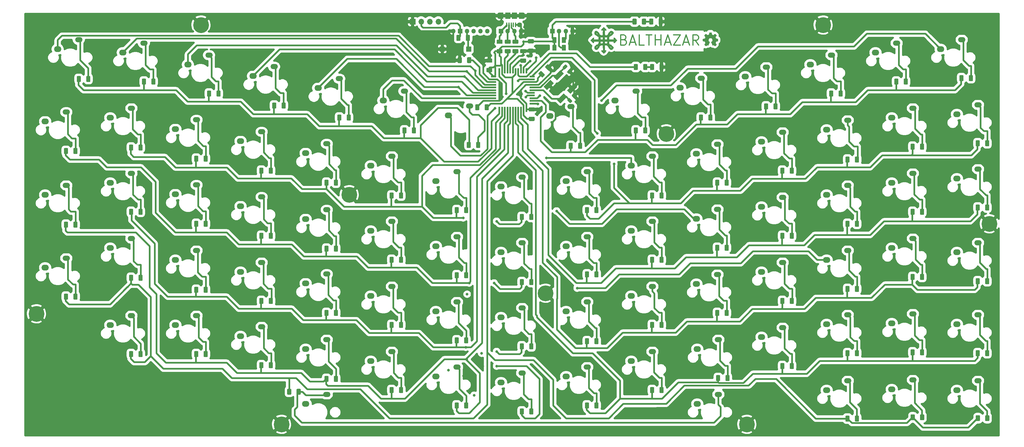
<source format=gbl>
G04 #@! TF.GenerationSoftware,KiCad,Pcbnew,5.1.9+dfsg1-1+deb11u1*
G04 #@! TF.CreationDate,2022-10-03T13:35:44+02:00*
G04 #@! TF.ProjectId,BalthazarKeyboard3-keycaps,42616c74-6861-47a6-9172-4b6579626f61,v0.2*
G04 #@! TF.SameCoordinates,Original*
G04 #@! TF.FileFunction,Copper,L2,Bot*
G04 #@! TF.FilePolarity,Positive*
%FSLAX46Y46*%
G04 Gerber Fmt 4.6, Leading zero omitted, Abs format (unit mm)*
G04 Created by KiCad (PCBNEW 5.1.9+dfsg1-1+deb11u1) date 2022-10-03 13:35:44*
%MOMM*%
%LPD*%
G01*
G04 APERTURE LIST*
G04 #@! TA.AperFunction,NonConductor*
%ADD10C,0.300000*%
G04 #@! TD*
G04 #@! TA.AperFunction,EtchedComponent*
%ADD11C,0.010000*%
G04 #@! TD*
G04 #@! TA.AperFunction,ComponentPad*
%ADD12O,2.200000X1.500000*%
G04 #@! TD*
G04 #@! TA.AperFunction,ComponentPad*
%ADD13O,2.200000X1.700000*%
G04 #@! TD*
G04 #@! TA.AperFunction,SMDPad,CuDef*
%ADD14R,0.550000X1.500000*%
G04 #@! TD*
G04 #@! TA.AperFunction,SMDPad,CuDef*
%ADD15R,1.500000X0.550000*%
G04 #@! TD*
G04 #@! TA.AperFunction,SMDPad,CuDef*
%ADD16R,1.500000X1.900000*%
G04 #@! TD*
G04 #@! TA.AperFunction,SMDPad,CuDef*
%ADD17R,0.400000X1.350000*%
G04 #@! TD*
G04 #@! TA.AperFunction,ComponentPad*
%ADD18C,1.450000*%
G04 #@! TD*
G04 #@! TA.AperFunction,ComponentPad*
%ADD19O,1.200000X1.900000*%
G04 #@! TD*
G04 #@! TA.AperFunction,SMDPad,CuDef*
%ADD20R,1.200000X1.900000*%
G04 #@! TD*
G04 #@! TA.AperFunction,ComponentPad*
%ADD21C,4.700000*%
G04 #@! TD*
G04 #@! TA.AperFunction,ComponentPad*
%ADD22O,1.350000X1.350000*%
G04 #@! TD*
G04 #@! TA.AperFunction,ComponentPad*
%ADD23R,1.350000X1.350000*%
G04 #@! TD*
G04 #@! TA.AperFunction,SMDPad,CuDef*
%ADD24C,0.100000*%
G04 #@! TD*
G04 #@! TA.AperFunction,SMDPad,CuDef*
%ADD25R,1.500000X1.500000*%
G04 #@! TD*
G04 #@! TA.AperFunction,ComponentPad*
%ADD26R,1.700000X1.700000*%
G04 #@! TD*
G04 #@! TA.AperFunction,ComponentPad*
%ADD27O,1.700000X1.700000*%
G04 #@! TD*
G04 #@! TA.AperFunction,ViaPad*
%ADD28C,0.800000*%
G04 #@! TD*
G04 #@! TA.AperFunction,Conductor*
%ADD29C,0.500000*%
G04 #@! TD*
G04 #@! TA.AperFunction,Conductor*
%ADD30C,0.400000*%
G04 #@! TD*
G04 #@! TA.AperFunction,Conductor*
%ADD31C,0.250000*%
G04 #@! TD*
G04 #@! TA.AperFunction,Conductor*
%ADD32C,0.508000*%
G04 #@! TD*
G04 #@! TA.AperFunction,Conductor*
%ADD33C,0.100000*%
G04 #@! TD*
G04 APERTURE END LIST*
D10*
X183302000Y-54395714D02*
X183730571Y-54538571D01*
X183873428Y-54681428D01*
X184016285Y-54967142D01*
X184016285Y-55395714D01*
X183873428Y-55681428D01*
X183730571Y-55824285D01*
X183444857Y-55967142D01*
X182302000Y-55967142D01*
X182302000Y-52967142D01*
X183302000Y-52967142D01*
X183587714Y-53110000D01*
X183730571Y-53252857D01*
X183873428Y-53538571D01*
X183873428Y-53824285D01*
X183730571Y-54110000D01*
X183587714Y-54252857D01*
X183302000Y-54395714D01*
X182302000Y-54395714D01*
X185159142Y-55110000D02*
X186587714Y-55110000D01*
X184873428Y-55967142D02*
X185873428Y-52967142D01*
X186873428Y-55967142D01*
X189302000Y-55967142D02*
X187873428Y-55967142D01*
X187873428Y-52967142D01*
X189873428Y-52967142D02*
X191587714Y-52967142D01*
X190730571Y-55967142D02*
X190730571Y-52967142D01*
X192587714Y-55967142D02*
X192587714Y-52967142D01*
X192587714Y-54395714D02*
X194302000Y-54395714D01*
X194302000Y-55967142D02*
X194302000Y-52967142D01*
X195587714Y-55110000D02*
X197016285Y-55110000D01*
X195302000Y-55967142D02*
X196302000Y-52967142D01*
X197302000Y-55967142D01*
X198016285Y-52967142D02*
X200016285Y-52967142D01*
X198016285Y-55967142D01*
X200016285Y-55967142D01*
X201016285Y-55110000D02*
X202444857Y-55110000D01*
X200730571Y-55967142D02*
X201730571Y-52967142D01*
X202730571Y-55967142D01*
X205444857Y-55967142D02*
X204444857Y-54538571D01*
X203730571Y-55967142D02*
X203730571Y-52967142D01*
X204873428Y-52967142D01*
X205159142Y-53110000D01*
X205302000Y-53252857D01*
X205444857Y-53538571D01*
X205444857Y-53967142D01*
X205302000Y-54252857D01*
X205159142Y-54395714D01*
X204873428Y-54538571D01*
X203730571Y-54538571D01*
D11*
G36*
X208538036Y-52535018D02*
G01*
X208481188Y-52836570D01*
X208061662Y-53009512D01*
X207810016Y-52838395D01*
X207739542Y-52790750D01*
X207675837Y-52748210D01*
X207621874Y-52712715D01*
X207580627Y-52686210D01*
X207555066Y-52670636D01*
X207548105Y-52667278D01*
X207535565Y-52675914D01*
X207508769Y-52699792D01*
X207470720Y-52735859D01*
X207424421Y-52781067D01*
X207372877Y-52832364D01*
X207319091Y-52886701D01*
X207266065Y-52941028D01*
X207216805Y-52992295D01*
X207174313Y-53037451D01*
X207141593Y-53073446D01*
X207121649Y-53097230D01*
X207116881Y-53105190D01*
X207123743Y-53119865D01*
X207142980Y-53152014D01*
X207172570Y-53198492D01*
X207210490Y-53256156D01*
X207254718Y-53321860D01*
X207280346Y-53359336D01*
X207327059Y-53427768D01*
X207368568Y-53489520D01*
X207402860Y-53541519D01*
X207427920Y-53580692D01*
X207441736Y-53603965D01*
X207443812Y-53608855D01*
X207439105Y-53622755D01*
X207426277Y-53655150D01*
X207407262Y-53701485D01*
X207383997Y-53757206D01*
X207358416Y-53817758D01*
X207332455Y-53878586D01*
X207308050Y-53935136D01*
X207287137Y-53982852D01*
X207271651Y-54017181D01*
X207263528Y-54033568D01*
X207263048Y-54034212D01*
X207250293Y-54037341D01*
X207216323Y-54044321D01*
X207164660Y-54054467D01*
X207098824Y-54067092D01*
X207022336Y-54081509D01*
X206977710Y-54089823D01*
X206895979Y-54105384D01*
X206822157Y-54120192D01*
X206759979Y-54133436D01*
X206713178Y-54144305D01*
X206685491Y-54151989D01*
X206679926Y-54154427D01*
X206674474Y-54170930D01*
X206670076Y-54208200D01*
X206666728Y-54261880D01*
X206664426Y-54327612D01*
X206663168Y-54401037D01*
X206662952Y-54477796D01*
X206663773Y-54553532D01*
X206665629Y-54623886D01*
X206668518Y-54684500D01*
X206672435Y-54731016D01*
X206677378Y-54759075D01*
X206680343Y-54764916D01*
X206698066Y-54771917D01*
X206735619Y-54781927D01*
X206788036Y-54793769D01*
X206850348Y-54806267D01*
X206872100Y-54810310D01*
X206976976Y-54829520D01*
X207059820Y-54844991D01*
X207123370Y-54857337D01*
X207170363Y-54867173D01*
X207203537Y-54875114D01*
X207225629Y-54881776D01*
X207239376Y-54887773D01*
X207247516Y-54893719D01*
X207248655Y-54894894D01*
X207260023Y-54913826D01*
X207277365Y-54950669D01*
X207298950Y-55000913D01*
X207323046Y-55060046D01*
X207347921Y-55123556D01*
X207371843Y-55186932D01*
X207393081Y-55245662D01*
X207409903Y-55295235D01*
X207420578Y-55331139D01*
X207423373Y-55348862D01*
X207423140Y-55349483D01*
X207413669Y-55363970D01*
X207392182Y-55395844D01*
X207360937Y-55441789D01*
X207322193Y-55498485D01*
X207278207Y-55562617D01*
X207265681Y-55580842D01*
X207221016Y-55646914D01*
X207181712Y-55707200D01*
X207149912Y-55758235D01*
X207127755Y-55796560D01*
X207117383Y-55818711D01*
X207116881Y-55821432D01*
X207125595Y-55835736D01*
X207149675Y-55864072D01*
X207186024Y-55903396D01*
X207231547Y-55950661D01*
X207283148Y-56002823D01*
X207337733Y-56056835D01*
X207392206Y-56109653D01*
X207443471Y-56158231D01*
X207488433Y-56199523D01*
X207523996Y-56230485D01*
X207547065Y-56248070D01*
X207553446Y-56250941D01*
X207568301Y-56244178D01*
X207598714Y-56225939D01*
X207639732Y-56199297D01*
X207671291Y-56177852D01*
X207728475Y-56138503D01*
X207796194Y-56092171D01*
X207864120Y-56045913D01*
X207900639Y-56021155D01*
X208024248Y-55937547D01*
X208128009Y-55993650D01*
X208175280Y-56018228D01*
X208215477Y-56037331D01*
X208242674Y-56048227D01*
X208249598Y-56049743D01*
X208257923Y-56038549D01*
X208274346Y-56006917D01*
X208297643Y-55957765D01*
X208326586Y-55894010D01*
X208359950Y-55818571D01*
X208396509Y-55734364D01*
X208435036Y-55644308D01*
X208474306Y-55551321D01*
X208513092Y-55458320D01*
X208550170Y-55368223D01*
X208584311Y-55283948D01*
X208614292Y-55208413D01*
X208638884Y-55144534D01*
X208656864Y-55095231D01*
X208667003Y-55063421D01*
X208668634Y-55052496D01*
X208655709Y-55038561D01*
X208627411Y-55015940D01*
X208589654Y-54989333D01*
X208586485Y-54987228D01*
X208488900Y-54909114D01*
X208410214Y-54817982D01*
X208351109Y-54716745D01*
X208312268Y-54608318D01*
X208294372Y-54495614D01*
X208298103Y-54381548D01*
X208324143Y-54269034D01*
X208373175Y-54160985D01*
X208387600Y-54137345D01*
X208462631Y-54041887D01*
X208551270Y-53965232D01*
X208650451Y-53907780D01*
X208757105Y-53869929D01*
X208868164Y-53852078D01*
X208980561Y-53854625D01*
X209091227Y-53877970D01*
X209197094Y-53922510D01*
X209295095Y-53988645D01*
X209325410Y-54015487D01*
X209402562Y-54099512D01*
X209458782Y-54187966D01*
X209497347Y-54287115D01*
X209518826Y-54385303D01*
X209524128Y-54495697D01*
X209506448Y-54606640D01*
X209467581Y-54714381D01*
X209409323Y-54815169D01*
X209333469Y-54905256D01*
X209241817Y-54980892D01*
X209229772Y-54988864D01*
X209191611Y-55014974D01*
X209162601Y-55037595D01*
X209148732Y-55052039D01*
X209148531Y-55052496D01*
X209151508Y-55068121D01*
X209163311Y-55103582D01*
X209182714Y-55155962D01*
X209208488Y-55222345D01*
X209239409Y-55299814D01*
X209274249Y-55385450D01*
X209311783Y-55476337D01*
X209350783Y-55569559D01*
X209390023Y-55662197D01*
X209428276Y-55751335D01*
X209464317Y-55834055D01*
X209496917Y-55907441D01*
X209524852Y-55968575D01*
X209546895Y-56014541D01*
X209561818Y-56042421D01*
X209567828Y-56049743D01*
X209586191Y-56044041D01*
X209620552Y-56028749D01*
X209664984Y-56006599D01*
X209689417Y-55993650D01*
X209793178Y-55937547D01*
X209916787Y-56021155D01*
X209979886Y-56063987D01*
X210048970Y-56111122D01*
X210113707Y-56155503D01*
X210146134Y-56177852D01*
X210191741Y-56208477D01*
X210230360Y-56232747D01*
X210256952Y-56247587D01*
X210265590Y-56250724D01*
X210278161Y-56242261D01*
X210305984Y-56218636D01*
X210346361Y-56182302D01*
X210396595Y-56135711D01*
X210453988Y-56081317D01*
X210490286Y-56046392D01*
X210553790Y-55983996D01*
X210608673Y-55928188D01*
X210652714Y-55881354D01*
X210683695Y-55845882D01*
X210699398Y-55824161D01*
X210700905Y-55819752D01*
X210693914Y-55802985D01*
X210674594Y-55769082D01*
X210645091Y-55721476D01*
X210607545Y-55663599D01*
X210564100Y-55598884D01*
X210551745Y-55580842D01*
X210506727Y-55515267D01*
X210466340Y-55456228D01*
X210432840Y-55407042D01*
X210408486Y-55371028D01*
X210395536Y-55351502D01*
X210394285Y-55349483D01*
X210396156Y-55333922D01*
X210406087Y-55299709D01*
X210422347Y-55251355D01*
X210443205Y-55193371D01*
X210466927Y-55130270D01*
X210491784Y-55066563D01*
X210516042Y-55006761D01*
X210537971Y-54955376D01*
X210555838Y-54916919D01*
X210567913Y-54895902D01*
X210568771Y-54894894D01*
X210576154Y-54888888D01*
X210588625Y-54882948D01*
X210608920Y-54876460D01*
X210639778Y-54868809D01*
X210683934Y-54859380D01*
X210744126Y-54847559D01*
X210823093Y-54832729D01*
X210923570Y-54814277D01*
X210945325Y-54810310D01*
X211009802Y-54797853D01*
X211066011Y-54785666D01*
X211108987Y-54774926D01*
X211133760Y-54766809D01*
X211137082Y-54764916D01*
X211142556Y-54748138D01*
X211147006Y-54710645D01*
X211150428Y-54656794D01*
X211152819Y-54590944D01*
X211154177Y-54517453D01*
X211154499Y-54440680D01*
X211153781Y-54364983D01*
X211152021Y-54294720D01*
X211149216Y-54234250D01*
X211145362Y-54187930D01*
X211140457Y-54160119D01*
X211137500Y-54154427D01*
X211121037Y-54148686D01*
X211083551Y-54139345D01*
X211028775Y-54127215D01*
X210960445Y-54113107D01*
X210882294Y-54097830D01*
X210839716Y-54089823D01*
X210758929Y-54074721D01*
X210686887Y-54061040D01*
X210627111Y-54049467D01*
X210583121Y-54040687D01*
X210558439Y-54035387D01*
X210554377Y-54034212D01*
X210547511Y-54020965D01*
X210532998Y-53989057D01*
X210512771Y-53943047D01*
X210488766Y-53887492D01*
X210462918Y-53826953D01*
X210437160Y-53765986D01*
X210413427Y-53709151D01*
X210393654Y-53661006D01*
X210379776Y-53626110D01*
X210373726Y-53609021D01*
X210373614Y-53608274D01*
X210380472Y-53594793D01*
X210399698Y-53563770D01*
X210429272Y-53518289D01*
X210467173Y-53461432D01*
X210511380Y-53396283D01*
X210537079Y-53358862D01*
X210583907Y-53290247D01*
X210625499Y-53227952D01*
X210659825Y-53175129D01*
X210684857Y-53134927D01*
X210698565Y-53110500D01*
X210700544Y-53105024D01*
X210692034Y-53092278D01*
X210668507Y-53065063D01*
X210632968Y-53026428D01*
X210588423Y-52979423D01*
X210537877Y-52927095D01*
X210484336Y-52872495D01*
X210430805Y-52818670D01*
X210380289Y-52768670D01*
X210335794Y-52725543D01*
X210300325Y-52692339D01*
X210276887Y-52672106D01*
X210269046Y-52667278D01*
X210256280Y-52674067D01*
X210225744Y-52693142D01*
X210180410Y-52722561D01*
X210123244Y-52760381D01*
X210057216Y-52804661D01*
X210007410Y-52838395D01*
X209755764Y-53009512D01*
X209546001Y-52923041D01*
X209336237Y-52836570D01*
X209279389Y-52535018D01*
X209222540Y-52233466D01*
X208594885Y-52233466D01*
X208538036Y-52535018D01*
G37*
X208538036Y-52535018D02*
X208481188Y-52836570D01*
X208061662Y-53009512D01*
X207810016Y-52838395D01*
X207739542Y-52790750D01*
X207675837Y-52748210D01*
X207621874Y-52712715D01*
X207580627Y-52686210D01*
X207555066Y-52670636D01*
X207548105Y-52667278D01*
X207535565Y-52675914D01*
X207508769Y-52699792D01*
X207470720Y-52735859D01*
X207424421Y-52781067D01*
X207372877Y-52832364D01*
X207319091Y-52886701D01*
X207266065Y-52941028D01*
X207216805Y-52992295D01*
X207174313Y-53037451D01*
X207141593Y-53073446D01*
X207121649Y-53097230D01*
X207116881Y-53105190D01*
X207123743Y-53119865D01*
X207142980Y-53152014D01*
X207172570Y-53198492D01*
X207210490Y-53256156D01*
X207254718Y-53321860D01*
X207280346Y-53359336D01*
X207327059Y-53427768D01*
X207368568Y-53489520D01*
X207402860Y-53541519D01*
X207427920Y-53580692D01*
X207441736Y-53603965D01*
X207443812Y-53608855D01*
X207439105Y-53622755D01*
X207426277Y-53655150D01*
X207407262Y-53701485D01*
X207383997Y-53757206D01*
X207358416Y-53817758D01*
X207332455Y-53878586D01*
X207308050Y-53935136D01*
X207287137Y-53982852D01*
X207271651Y-54017181D01*
X207263528Y-54033568D01*
X207263048Y-54034212D01*
X207250293Y-54037341D01*
X207216323Y-54044321D01*
X207164660Y-54054467D01*
X207098824Y-54067092D01*
X207022336Y-54081509D01*
X206977710Y-54089823D01*
X206895979Y-54105384D01*
X206822157Y-54120192D01*
X206759979Y-54133436D01*
X206713178Y-54144305D01*
X206685491Y-54151989D01*
X206679926Y-54154427D01*
X206674474Y-54170930D01*
X206670076Y-54208200D01*
X206666728Y-54261880D01*
X206664426Y-54327612D01*
X206663168Y-54401037D01*
X206662952Y-54477796D01*
X206663773Y-54553532D01*
X206665629Y-54623886D01*
X206668518Y-54684500D01*
X206672435Y-54731016D01*
X206677378Y-54759075D01*
X206680343Y-54764916D01*
X206698066Y-54771917D01*
X206735619Y-54781927D01*
X206788036Y-54793769D01*
X206850348Y-54806267D01*
X206872100Y-54810310D01*
X206976976Y-54829520D01*
X207059820Y-54844991D01*
X207123370Y-54857337D01*
X207170363Y-54867173D01*
X207203537Y-54875114D01*
X207225629Y-54881776D01*
X207239376Y-54887773D01*
X207247516Y-54893719D01*
X207248655Y-54894894D01*
X207260023Y-54913826D01*
X207277365Y-54950669D01*
X207298950Y-55000913D01*
X207323046Y-55060046D01*
X207347921Y-55123556D01*
X207371843Y-55186932D01*
X207393081Y-55245662D01*
X207409903Y-55295235D01*
X207420578Y-55331139D01*
X207423373Y-55348862D01*
X207423140Y-55349483D01*
X207413669Y-55363970D01*
X207392182Y-55395844D01*
X207360937Y-55441789D01*
X207322193Y-55498485D01*
X207278207Y-55562617D01*
X207265681Y-55580842D01*
X207221016Y-55646914D01*
X207181712Y-55707200D01*
X207149912Y-55758235D01*
X207127755Y-55796560D01*
X207117383Y-55818711D01*
X207116881Y-55821432D01*
X207125595Y-55835736D01*
X207149675Y-55864072D01*
X207186024Y-55903396D01*
X207231547Y-55950661D01*
X207283148Y-56002823D01*
X207337733Y-56056835D01*
X207392206Y-56109653D01*
X207443471Y-56158231D01*
X207488433Y-56199523D01*
X207523996Y-56230485D01*
X207547065Y-56248070D01*
X207553446Y-56250941D01*
X207568301Y-56244178D01*
X207598714Y-56225939D01*
X207639732Y-56199297D01*
X207671291Y-56177852D01*
X207728475Y-56138503D01*
X207796194Y-56092171D01*
X207864120Y-56045913D01*
X207900639Y-56021155D01*
X208024248Y-55937547D01*
X208128009Y-55993650D01*
X208175280Y-56018228D01*
X208215477Y-56037331D01*
X208242674Y-56048227D01*
X208249598Y-56049743D01*
X208257923Y-56038549D01*
X208274346Y-56006917D01*
X208297643Y-55957765D01*
X208326586Y-55894010D01*
X208359950Y-55818571D01*
X208396509Y-55734364D01*
X208435036Y-55644308D01*
X208474306Y-55551321D01*
X208513092Y-55458320D01*
X208550170Y-55368223D01*
X208584311Y-55283948D01*
X208614292Y-55208413D01*
X208638884Y-55144534D01*
X208656864Y-55095231D01*
X208667003Y-55063421D01*
X208668634Y-55052496D01*
X208655709Y-55038561D01*
X208627411Y-55015940D01*
X208589654Y-54989333D01*
X208586485Y-54987228D01*
X208488900Y-54909114D01*
X208410214Y-54817982D01*
X208351109Y-54716745D01*
X208312268Y-54608318D01*
X208294372Y-54495614D01*
X208298103Y-54381548D01*
X208324143Y-54269034D01*
X208373175Y-54160985D01*
X208387600Y-54137345D01*
X208462631Y-54041887D01*
X208551270Y-53965232D01*
X208650451Y-53907780D01*
X208757105Y-53869929D01*
X208868164Y-53852078D01*
X208980561Y-53854625D01*
X209091227Y-53877970D01*
X209197094Y-53922510D01*
X209295095Y-53988645D01*
X209325410Y-54015487D01*
X209402562Y-54099512D01*
X209458782Y-54187966D01*
X209497347Y-54287115D01*
X209518826Y-54385303D01*
X209524128Y-54495697D01*
X209506448Y-54606640D01*
X209467581Y-54714381D01*
X209409323Y-54815169D01*
X209333469Y-54905256D01*
X209241817Y-54980892D01*
X209229772Y-54988864D01*
X209191611Y-55014974D01*
X209162601Y-55037595D01*
X209148732Y-55052039D01*
X209148531Y-55052496D01*
X209151508Y-55068121D01*
X209163311Y-55103582D01*
X209182714Y-55155962D01*
X209208488Y-55222345D01*
X209239409Y-55299814D01*
X209274249Y-55385450D01*
X209311783Y-55476337D01*
X209350783Y-55569559D01*
X209390023Y-55662197D01*
X209428276Y-55751335D01*
X209464317Y-55834055D01*
X209496917Y-55907441D01*
X209524852Y-55968575D01*
X209546895Y-56014541D01*
X209561818Y-56042421D01*
X209567828Y-56049743D01*
X209586191Y-56044041D01*
X209620552Y-56028749D01*
X209664984Y-56006599D01*
X209689417Y-55993650D01*
X209793178Y-55937547D01*
X209916787Y-56021155D01*
X209979886Y-56063987D01*
X210048970Y-56111122D01*
X210113707Y-56155503D01*
X210146134Y-56177852D01*
X210191741Y-56208477D01*
X210230360Y-56232747D01*
X210256952Y-56247587D01*
X210265590Y-56250724D01*
X210278161Y-56242261D01*
X210305984Y-56218636D01*
X210346361Y-56182302D01*
X210396595Y-56135711D01*
X210453988Y-56081317D01*
X210490286Y-56046392D01*
X210553790Y-55983996D01*
X210608673Y-55928188D01*
X210652714Y-55881354D01*
X210683695Y-55845882D01*
X210699398Y-55824161D01*
X210700905Y-55819752D01*
X210693914Y-55802985D01*
X210674594Y-55769082D01*
X210645091Y-55721476D01*
X210607545Y-55663599D01*
X210564100Y-55598884D01*
X210551745Y-55580842D01*
X210506727Y-55515267D01*
X210466340Y-55456228D01*
X210432840Y-55407042D01*
X210408486Y-55371028D01*
X210395536Y-55351502D01*
X210394285Y-55349483D01*
X210396156Y-55333922D01*
X210406087Y-55299709D01*
X210422347Y-55251355D01*
X210443205Y-55193371D01*
X210466927Y-55130270D01*
X210491784Y-55066563D01*
X210516042Y-55006761D01*
X210537971Y-54955376D01*
X210555838Y-54916919D01*
X210567913Y-54895902D01*
X210568771Y-54894894D01*
X210576154Y-54888888D01*
X210588625Y-54882948D01*
X210608920Y-54876460D01*
X210639778Y-54868809D01*
X210683934Y-54859380D01*
X210744126Y-54847559D01*
X210823093Y-54832729D01*
X210923570Y-54814277D01*
X210945325Y-54810310D01*
X211009802Y-54797853D01*
X211066011Y-54785666D01*
X211108987Y-54774926D01*
X211133760Y-54766809D01*
X211137082Y-54764916D01*
X211142556Y-54748138D01*
X211147006Y-54710645D01*
X211150428Y-54656794D01*
X211152819Y-54590944D01*
X211154177Y-54517453D01*
X211154499Y-54440680D01*
X211153781Y-54364983D01*
X211152021Y-54294720D01*
X211149216Y-54234250D01*
X211145362Y-54187930D01*
X211140457Y-54160119D01*
X211137500Y-54154427D01*
X211121037Y-54148686D01*
X211083551Y-54139345D01*
X211028775Y-54127215D01*
X210960445Y-54113107D01*
X210882294Y-54097830D01*
X210839716Y-54089823D01*
X210758929Y-54074721D01*
X210686887Y-54061040D01*
X210627111Y-54049467D01*
X210583121Y-54040687D01*
X210558439Y-54035387D01*
X210554377Y-54034212D01*
X210547511Y-54020965D01*
X210532998Y-53989057D01*
X210512771Y-53943047D01*
X210488766Y-53887492D01*
X210462918Y-53826953D01*
X210437160Y-53765986D01*
X210413427Y-53709151D01*
X210393654Y-53661006D01*
X210379776Y-53626110D01*
X210373726Y-53609021D01*
X210373614Y-53608274D01*
X210380472Y-53594793D01*
X210399698Y-53563770D01*
X210429272Y-53518289D01*
X210467173Y-53461432D01*
X210511380Y-53396283D01*
X210537079Y-53358862D01*
X210583907Y-53290247D01*
X210625499Y-53227952D01*
X210659825Y-53175129D01*
X210684857Y-53134927D01*
X210698565Y-53110500D01*
X210700544Y-53105024D01*
X210692034Y-53092278D01*
X210668507Y-53065063D01*
X210632968Y-53026428D01*
X210588423Y-52979423D01*
X210537877Y-52927095D01*
X210484336Y-52872495D01*
X210430805Y-52818670D01*
X210380289Y-52768670D01*
X210335794Y-52725543D01*
X210300325Y-52692339D01*
X210276887Y-52672106D01*
X210269046Y-52667278D01*
X210256280Y-52674067D01*
X210225744Y-52693142D01*
X210180410Y-52722561D01*
X210123244Y-52760381D01*
X210057216Y-52804661D01*
X210007410Y-52838395D01*
X209755764Y-53009512D01*
X209546001Y-52923041D01*
X209336237Y-52836570D01*
X209279389Y-52535018D01*
X209222540Y-52233466D01*
X208594885Y-52233466D01*
X208538036Y-52535018D01*
G36*
X177445014Y-58359523D02*
G01*
X177635166Y-58207679D01*
X177822310Y-58008853D01*
X177966303Y-57807429D01*
X178027000Y-57647789D01*
X178022228Y-57612659D01*
X177924780Y-57513033D01*
X177756878Y-57523633D01*
X177546000Y-57576560D01*
X177546000Y-56817943D01*
X177552621Y-56478107D01*
X177570340Y-56208739D01*
X177595939Y-56050004D01*
X177609500Y-56025183D01*
X177726347Y-56012395D01*
X177944007Y-56020975D01*
X178038391Y-56029609D01*
X178247504Y-56061614D01*
X178383335Y-56129201D01*
X178492910Y-56272520D01*
X178516696Y-56319770D01*
X179110141Y-56319770D01*
X179200052Y-56312344D01*
X179344711Y-56381768D01*
X179423166Y-56443456D01*
X179539171Y-56593686D01*
X179577812Y-56734448D01*
X179526298Y-56809238D01*
X179506455Y-56811333D01*
X179396827Y-56748326D01*
X179250294Y-56595436D01*
X179120215Y-56409167D01*
X179110141Y-56319770D01*
X178516696Y-56319770D01*
X178621049Y-56527055D01*
X178866076Y-56944236D01*
X179135819Y-57202926D01*
X179442315Y-57313494D01*
X179540939Y-57319333D01*
X179806602Y-57246442D01*
X180029891Y-57061696D01*
X180157948Y-56815988D01*
X180170667Y-56713021D01*
X180108748Y-56559288D01*
X179951297Y-56350118D01*
X179740765Y-56128045D01*
X179519608Y-55935602D01*
X179330278Y-55815320D01*
X179254684Y-55795333D01*
X179042252Y-55718570D01*
X178887072Y-55514874D01*
X178817345Y-55224135D01*
X178816000Y-55174833D01*
X178816000Y-54864000D01*
X179541372Y-54864000D01*
X179891176Y-54866879D01*
X180102098Y-54880241D01*
X180204557Y-54911174D01*
X180228969Y-54966764D01*
X180216794Y-55021380D01*
X180235132Y-55207379D01*
X180299764Y-55289074D01*
X180390522Y-55333869D01*
X180499249Y-55300452D01*
X180661866Y-55170529D01*
X180809675Y-55029399D01*
X181006930Y-54825550D01*
X181143388Y-54664924D01*
X181186667Y-54590480D01*
X181128739Y-54478058D01*
X180982789Y-54299652D01*
X180790561Y-54097485D01*
X180593803Y-53913785D01*
X180434260Y-53790774D01*
X180368893Y-53763333D01*
X180238778Y-53830523D01*
X180187842Y-53978003D01*
X180244091Y-54124625D01*
X180324604Y-54231480D01*
X180298799Y-54299894D01*
X180149561Y-54335533D01*
X179859771Y-54344063D01*
X179599167Y-54338130D01*
X178858333Y-54313667D01*
X178848776Y-53907643D01*
X178839219Y-53501620D01*
X179314443Y-53267368D01*
X179665548Y-53048759D01*
X179946068Y-52786921D01*
X180123897Y-52517264D01*
X180170667Y-52323025D01*
X180101779Y-52140467D01*
X179933047Y-51946134D01*
X179721364Y-51792330D01*
X179527067Y-51731333D01*
X179296902Y-51802974D01*
X179041001Y-51992447D01*
X178799483Y-52261582D01*
X178612465Y-52572207D01*
X178590639Y-52622333D01*
X178508564Y-52788089D01*
X179082533Y-52788089D01*
X179098359Y-52700971D01*
X179185972Y-52540620D01*
X179187483Y-52538309D01*
X179327740Y-52386812D01*
X179464518Y-52326401D01*
X179553898Y-52365073D01*
X179562291Y-52470040D01*
X179485561Y-52589887D01*
X179337937Y-52710382D01*
X179182232Y-52789883D01*
X179082533Y-52788089D01*
X178508564Y-52788089D01*
X178468850Y-52868292D01*
X178335685Y-52996739D01*
X178168288Y-53051293D01*
X177915533Y-53090529D01*
X177748730Y-53076838D01*
X177648618Y-52984345D01*
X177595934Y-52787176D01*
X177571416Y-52459455D01*
X177563720Y-52239152D01*
X177556269Y-51863631D01*
X177563589Y-51635082D01*
X177588209Y-51531589D01*
X177632655Y-51531235D01*
X177644153Y-51541620D01*
X177818639Y-51639496D01*
X177969877Y-51597790D01*
X178025791Y-51513389D01*
X177995868Y-51363911D01*
X177828892Y-51133997D01*
X177709172Y-51005389D01*
X177509358Y-50809289D01*
X177357091Y-50673649D01*
X177292000Y-50630667D01*
X177211395Y-50686450D01*
X177050996Y-50831662D01*
X176874827Y-51005389D01*
X176656257Y-51265171D01*
X176557610Y-51466720D01*
X176580099Y-51593523D01*
X176724933Y-51629069D01*
X176830454Y-51610865D01*
X177044664Y-51557101D01*
X177020165Y-52299431D01*
X177000925Y-52685741D01*
X176959852Y-52929114D01*
X176875728Y-53055946D01*
X176727330Y-53092633D01*
X176493439Y-53065570D01*
X176415711Y-53051293D01*
X176232335Y-52987312D01*
X176102597Y-52848741D01*
X175993360Y-52622333D01*
X175819668Y-52310444D01*
X175585367Y-52032820D01*
X175330572Y-51827761D01*
X175095398Y-51733566D01*
X175060146Y-51731333D01*
X174832755Y-51806183D01*
X174634113Y-51993989D01*
X174513603Y-52239636D01*
X174498000Y-52358720D01*
X174526325Y-52470040D01*
X175021708Y-52470040D01*
X175043119Y-52347990D01*
X175146400Y-52331304D01*
X175287633Y-52411981D01*
X175396517Y-52538309D01*
X175484895Y-52699195D01*
X175501841Y-52787695D01*
X175501467Y-52788089D01*
X175398485Y-52788798D01*
X175242248Y-52707853D01*
X175095571Y-52586895D01*
X175021708Y-52470040D01*
X174526325Y-52470040D01*
X174580923Y-52684611D01*
X174824713Y-52983537D01*
X175221905Y-53246901D01*
X175304978Y-53287911D01*
X175777190Y-53511493D01*
X175771891Y-53594000D01*
X176266264Y-53594000D01*
X177047736Y-53594000D01*
X177536264Y-53594000D01*
X178317736Y-53594000D01*
X178291701Y-53953833D01*
X178267804Y-54179199D01*
X178207881Y-54282895D01*
X178064046Y-54312170D01*
X177927000Y-54313667D01*
X177714307Y-54305601D01*
X177612681Y-54249905D01*
X177574235Y-54099330D01*
X177562298Y-53953833D01*
X177536264Y-53594000D01*
X177047736Y-53594000D01*
X177021701Y-53953833D01*
X176997804Y-54179199D01*
X176937881Y-54282895D01*
X176794046Y-54312170D01*
X176657000Y-54313667D01*
X176444307Y-54305601D01*
X176342681Y-54249905D01*
X176304235Y-54099330D01*
X176292298Y-53953833D01*
X176266264Y-53594000D01*
X175771891Y-53594000D01*
X175751428Y-53912580D01*
X175725667Y-54313667D01*
X174984833Y-54338130D01*
X174598334Y-54343687D01*
X174363102Y-54325684D01*
X174262021Y-54278453D01*
X174277974Y-54196328D01*
X174339909Y-54124625D01*
X174396157Y-53977977D01*
X174345206Y-53830503D01*
X174215107Y-53763333D01*
X174098372Y-53821867D01*
X173915089Y-53973967D01*
X173740944Y-54148776D01*
X173385656Y-54534218D01*
X173703115Y-54889609D01*
X173893746Y-55096355D01*
X174047075Y-55250857D01*
X174108281Y-55303657D01*
X174239271Y-55313858D01*
X174345274Y-55212526D01*
X174375137Y-55055425D01*
X174367206Y-55021380D01*
X174356324Y-54945287D01*
X174403093Y-54898604D01*
X174537932Y-54874244D01*
X174791257Y-54865119D01*
X175042628Y-54864000D01*
X175768000Y-54864000D01*
X175768000Y-55196619D01*
X175765307Y-55212542D01*
X176276000Y-55212542D01*
X176276000Y-54864000D01*
X176657000Y-54864000D01*
X176891103Y-54870326D01*
X177001958Y-54913200D01*
X177035650Y-55028464D01*
X177038000Y-55160333D01*
X177546000Y-55160333D01*
X177554133Y-54978253D01*
X177609256Y-54892033D01*
X177757453Y-54865828D01*
X177927000Y-54864000D01*
X178308000Y-54864000D01*
X178308000Y-55211725D01*
X178296098Y-55431201D01*
X178250228Y-55516118D01*
X178174075Y-55508059D01*
X177991528Y-55469763D01*
X177793075Y-55456667D01*
X177626962Y-55439424D01*
X177558835Y-55353569D01*
X177546000Y-55160333D01*
X177038000Y-55160333D01*
X177020777Y-55362333D01*
X176948487Y-55445036D01*
X176847500Y-55457823D01*
X176602298Y-55481857D01*
X176466500Y-55510031D01*
X176345827Y-55526511D01*
X176290893Y-55462694D01*
X176276314Y-55278937D01*
X176276000Y-55212542D01*
X175765307Y-55212542D01*
X175714532Y-55512645D01*
X175566220Y-55720715D01*
X175342184Y-55795333D01*
X175194665Y-55850974D01*
X174986367Y-55993967D01*
X174840232Y-56120891D01*
X174626863Y-56349457D01*
X174523408Y-56542984D01*
X174498000Y-56742768D01*
X174500468Y-56754100D01*
X175008999Y-56754100D01*
X175039032Y-56616011D01*
X175146122Y-56458167D01*
X175291788Y-56345601D01*
X175433159Y-56301425D01*
X175511187Y-56341175D01*
X175514000Y-56361377D01*
X175457683Y-56466559D01*
X175327428Y-56616352D01*
X175181281Y-56751138D01*
X175077287Y-56811301D01*
X175075908Y-56811333D01*
X175008999Y-56754100D01*
X174500468Y-56754100D01*
X174564988Y-57050238D01*
X174755835Y-57247555D01*
X175055365Y-57319283D01*
X175064749Y-57319334D01*
X175376194Y-57245770D01*
X175656763Y-57020050D01*
X175915069Y-56634631D01*
X175970542Y-56526071D01*
X176102680Y-56270236D01*
X176211990Y-56129368D01*
X176346650Y-56064710D01*
X176554840Y-56037502D01*
X176580443Y-56035437D01*
X176817912Y-56024400D01*
X176973799Y-56031848D01*
X177001637Y-56041193D01*
X177017851Y-56136538D01*
X177030341Y-56360609D01*
X177037228Y-56672808D01*
X177038000Y-56827058D01*
X177038000Y-57576560D01*
X176827122Y-57523633D01*
X176645031Y-57517794D01*
X176561772Y-57612659D01*
X176587187Y-57749454D01*
X176708796Y-57942293D01*
X176886454Y-58146793D01*
X177080016Y-58318570D01*
X177249339Y-58413240D01*
X177292000Y-58420000D01*
X177445014Y-58359523D01*
G37*
X177445014Y-58359523D02*
X177635166Y-58207679D01*
X177822310Y-58008853D01*
X177966303Y-57807429D01*
X178027000Y-57647789D01*
X178022228Y-57612659D01*
X177924780Y-57513033D01*
X177756878Y-57523633D01*
X177546000Y-57576560D01*
X177546000Y-56817943D01*
X177552621Y-56478107D01*
X177570340Y-56208739D01*
X177595939Y-56050004D01*
X177609500Y-56025183D01*
X177726347Y-56012395D01*
X177944007Y-56020975D01*
X178038391Y-56029609D01*
X178247504Y-56061614D01*
X178383335Y-56129201D01*
X178492910Y-56272520D01*
X178516696Y-56319770D01*
X179110141Y-56319770D01*
X179200052Y-56312344D01*
X179344711Y-56381768D01*
X179423166Y-56443456D01*
X179539171Y-56593686D01*
X179577812Y-56734448D01*
X179526298Y-56809238D01*
X179506455Y-56811333D01*
X179396827Y-56748326D01*
X179250294Y-56595436D01*
X179120215Y-56409167D01*
X179110141Y-56319770D01*
X178516696Y-56319770D01*
X178621049Y-56527055D01*
X178866076Y-56944236D01*
X179135819Y-57202926D01*
X179442315Y-57313494D01*
X179540939Y-57319333D01*
X179806602Y-57246442D01*
X180029891Y-57061696D01*
X180157948Y-56815988D01*
X180170667Y-56713021D01*
X180108748Y-56559288D01*
X179951297Y-56350118D01*
X179740765Y-56128045D01*
X179519608Y-55935602D01*
X179330278Y-55815320D01*
X179254684Y-55795333D01*
X179042252Y-55718570D01*
X178887072Y-55514874D01*
X178817345Y-55224135D01*
X178816000Y-55174833D01*
X178816000Y-54864000D01*
X179541372Y-54864000D01*
X179891176Y-54866879D01*
X180102098Y-54880241D01*
X180204557Y-54911174D01*
X180228969Y-54966764D01*
X180216794Y-55021380D01*
X180235132Y-55207379D01*
X180299764Y-55289074D01*
X180390522Y-55333869D01*
X180499249Y-55300452D01*
X180661866Y-55170529D01*
X180809675Y-55029399D01*
X181006930Y-54825550D01*
X181143388Y-54664924D01*
X181186667Y-54590480D01*
X181128739Y-54478058D01*
X180982789Y-54299652D01*
X180790561Y-54097485D01*
X180593803Y-53913785D01*
X180434260Y-53790774D01*
X180368893Y-53763333D01*
X180238778Y-53830523D01*
X180187842Y-53978003D01*
X180244091Y-54124625D01*
X180324604Y-54231480D01*
X180298799Y-54299894D01*
X180149561Y-54335533D01*
X179859771Y-54344063D01*
X179599167Y-54338130D01*
X178858333Y-54313667D01*
X178848776Y-53907643D01*
X178839219Y-53501620D01*
X179314443Y-53267368D01*
X179665548Y-53048759D01*
X179946068Y-52786921D01*
X180123897Y-52517264D01*
X180170667Y-52323025D01*
X180101779Y-52140467D01*
X179933047Y-51946134D01*
X179721364Y-51792330D01*
X179527067Y-51731333D01*
X179296902Y-51802974D01*
X179041001Y-51992447D01*
X178799483Y-52261582D01*
X178612465Y-52572207D01*
X178590639Y-52622333D01*
X178508564Y-52788089D01*
X179082533Y-52788089D01*
X179098359Y-52700971D01*
X179185972Y-52540620D01*
X179187483Y-52538309D01*
X179327740Y-52386812D01*
X179464518Y-52326401D01*
X179553898Y-52365073D01*
X179562291Y-52470040D01*
X179485561Y-52589887D01*
X179337937Y-52710382D01*
X179182232Y-52789883D01*
X179082533Y-52788089D01*
X178508564Y-52788089D01*
X178468850Y-52868292D01*
X178335685Y-52996739D01*
X178168288Y-53051293D01*
X177915533Y-53090529D01*
X177748730Y-53076838D01*
X177648618Y-52984345D01*
X177595934Y-52787176D01*
X177571416Y-52459455D01*
X177563720Y-52239152D01*
X177556269Y-51863631D01*
X177563589Y-51635082D01*
X177588209Y-51531589D01*
X177632655Y-51531235D01*
X177644153Y-51541620D01*
X177818639Y-51639496D01*
X177969877Y-51597790D01*
X178025791Y-51513389D01*
X177995868Y-51363911D01*
X177828892Y-51133997D01*
X177709172Y-51005389D01*
X177509358Y-50809289D01*
X177357091Y-50673649D01*
X177292000Y-50630667D01*
X177211395Y-50686450D01*
X177050996Y-50831662D01*
X176874827Y-51005389D01*
X176656257Y-51265171D01*
X176557610Y-51466720D01*
X176580099Y-51593523D01*
X176724933Y-51629069D01*
X176830454Y-51610865D01*
X177044664Y-51557101D01*
X177020165Y-52299431D01*
X177000925Y-52685741D01*
X176959852Y-52929114D01*
X176875728Y-53055946D01*
X176727330Y-53092633D01*
X176493439Y-53065570D01*
X176415711Y-53051293D01*
X176232335Y-52987312D01*
X176102597Y-52848741D01*
X175993360Y-52622333D01*
X175819668Y-52310444D01*
X175585367Y-52032820D01*
X175330572Y-51827761D01*
X175095398Y-51733566D01*
X175060146Y-51731333D01*
X174832755Y-51806183D01*
X174634113Y-51993989D01*
X174513603Y-52239636D01*
X174498000Y-52358720D01*
X174526325Y-52470040D01*
X175021708Y-52470040D01*
X175043119Y-52347990D01*
X175146400Y-52331304D01*
X175287633Y-52411981D01*
X175396517Y-52538309D01*
X175484895Y-52699195D01*
X175501841Y-52787695D01*
X175501467Y-52788089D01*
X175398485Y-52788798D01*
X175242248Y-52707853D01*
X175095571Y-52586895D01*
X175021708Y-52470040D01*
X174526325Y-52470040D01*
X174580923Y-52684611D01*
X174824713Y-52983537D01*
X175221905Y-53246901D01*
X175304978Y-53287911D01*
X175777190Y-53511493D01*
X175771891Y-53594000D01*
X176266264Y-53594000D01*
X177047736Y-53594000D01*
X177536264Y-53594000D01*
X178317736Y-53594000D01*
X178291701Y-53953833D01*
X178267804Y-54179199D01*
X178207881Y-54282895D01*
X178064046Y-54312170D01*
X177927000Y-54313667D01*
X177714307Y-54305601D01*
X177612681Y-54249905D01*
X177574235Y-54099330D01*
X177562298Y-53953833D01*
X177536264Y-53594000D01*
X177047736Y-53594000D01*
X177021701Y-53953833D01*
X176997804Y-54179199D01*
X176937881Y-54282895D01*
X176794046Y-54312170D01*
X176657000Y-54313667D01*
X176444307Y-54305601D01*
X176342681Y-54249905D01*
X176304235Y-54099330D01*
X176292298Y-53953833D01*
X176266264Y-53594000D01*
X175771891Y-53594000D01*
X175751428Y-53912580D01*
X175725667Y-54313667D01*
X174984833Y-54338130D01*
X174598334Y-54343687D01*
X174363102Y-54325684D01*
X174262021Y-54278453D01*
X174277974Y-54196328D01*
X174339909Y-54124625D01*
X174396157Y-53977977D01*
X174345206Y-53830503D01*
X174215107Y-53763333D01*
X174098372Y-53821867D01*
X173915089Y-53973967D01*
X173740944Y-54148776D01*
X173385656Y-54534218D01*
X173703115Y-54889609D01*
X173893746Y-55096355D01*
X174047075Y-55250857D01*
X174108281Y-55303657D01*
X174239271Y-55313858D01*
X174345274Y-55212526D01*
X174375137Y-55055425D01*
X174367206Y-55021380D01*
X174356324Y-54945287D01*
X174403093Y-54898604D01*
X174537932Y-54874244D01*
X174791257Y-54865119D01*
X175042628Y-54864000D01*
X175768000Y-54864000D01*
X175768000Y-55196619D01*
X175765307Y-55212542D01*
X176276000Y-55212542D01*
X176276000Y-54864000D01*
X176657000Y-54864000D01*
X176891103Y-54870326D01*
X177001958Y-54913200D01*
X177035650Y-55028464D01*
X177038000Y-55160333D01*
X177546000Y-55160333D01*
X177554133Y-54978253D01*
X177609256Y-54892033D01*
X177757453Y-54865828D01*
X177927000Y-54864000D01*
X178308000Y-54864000D01*
X178308000Y-55211725D01*
X178296098Y-55431201D01*
X178250228Y-55516118D01*
X178174075Y-55508059D01*
X177991528Y-55469763D01*
X177793075Y-55456667D01*
X177626962Y-55439424D01*
X177558835Y-55353569D01*
X177546000Y-55160333D01*
X177038000Y-55160333D01*
X177020777Y-55362333D01*
X176948487Y-55445036D01*
X176847500Y-55457823D01*
X176602298Y-55481857D01*
X176466500Y-55510031D01*
X176345827Y-55526511D01*
X176290893Y-55462694D01*
X176276314Y-55278937D01*
X176276000Y-55212542D01*
X175765307Y-55212542D01*
X175714532Y-55512645D01*
X175566220Y-55720715D01*
X175342184Y-55795333D01*
X175194665Y-55850974D01*
X174986367Y-55993967D01*
X174840232Y-56120891D01*
X174626863Y-56349457D01*
X174523408Y-56542984D01*
X174498000Y-56742768D01*
X174500468Y-56754100D01*
X175008999Y-56754100D01*
X175039032Y-56616011D01*
X175146122Y-56458167D01*
X175291788Y-56345601D01*
X175433159Y-56301425D01*
X175511187Y-56341175D01*
X175514000Y-56361377D01*
X175457683Y-56466559D01*
X175327428Y-56616352D01*
X175181281Y-56751138D01*
X175077287Y-56811301D01*
X175075908Y-56811333D01*
X175008999Y-56754100D01*
X174500468Y-56754100D01*
X174564988Y-57050238D01*
X174755835Y-57247555D01*
X175055365Y-57319283D01*
X175064749Y-57319334D01*
X175376194Y-57245770D01*
X175656763Y-57020050D01*
X175915069Y-56634631D01*
X175970542Y-56526071D01*
X176102680Y-56270236D01*
X176211990Y-56129368D01*
X176346650Y-56064710D01*
X176554840Y-56037502D01*
X176580443Y-56035437D01*
X176817912Y-56024400D01*
X176973799Y-56031848D01*
X177001637Y-56041193D01*
X177017851Y-56136538D01*
X177030341Y-56360609D01*
X177037228Y-56672808D01*
X177038000Y-56827058D01*
X177038000Y-57576560D01*
X176827122Y-57523633D01*
X176645031Y-57517794D01*
X176561772Y-57612659D01*
X176587187Y-57749454D01*
X176708796Y-57942293D01*
X176886454Y-58146793D01*
X177080016Y-58318570D01*
X177249339Y-58413240D01*
X177292000Y-58420000D01*
X177445014Y-58359523D01*
D12*
X249642000Y-97570000D03*
D13*
X243392000Y-100340000D03*
D12*
X133818000Y-151418000D03*
D13*
X127568000Y-154188000D03*
D12*
X249642000Y-135924000D03*
D13*
X243392000Y-138694000D03*
D12*
X21677000Y-54390000D03*
D13*
X15427000Y-57160000D03*
D12*
X40981000Y-55406000D03*
D13*
X34731000Y-58176000D03*
D12*
X60285000Y-58962000D03*
D13*
X54035000Y-61732000D03*
D12*
X79589000Y-62391000D03*
D13*
X73339000Y-65161000D03*
D12*
X98893000Y-65947000D03*
D13*
X92643000Y-68717000D03*
D12*
X118197000Y-69630000D03*
D13*
X111947000Y-72400000D03*
D12*
X137501000Y-74075000D03*
D13*
X131251000Y-76845000D03*
D12*
X37298000Y-74710000D03*
D13*
X31048000Y-77480000D03*
D12*
X56602000Y-78139000D03*
D13*
X50352000Y-80909000D03*
D12*
X75906000Y-81695000D03*
D13*
X69656000Y-84465000D03*
D12*
X95210000Y-85251000D03*
D13*
X88960000Y-88021000D03*
D12*
X114514000Y-88934000D03*
D13*
X108264000Y-91704000D03*
D12*
X133818000Y-93506000D03*
D13*
X127568000Y-96276000D03*
D12*
X153122000Y-95157000D03*
D13*
X146872000Y-97927000D03*
D12*
X17994000Y-75853000D03*
D13*
X11744000Y-78623000D03*
D12*
X56602000Y-97443000D03*
D13*
X50352000Y-100213000D03*
D12*
X75906000Y-100999000D03*
D13*
X69656000Y-103769000D03*
D12*
X95210000Y-104809000D03*
D13*
X88960000Y-107579000D03*
D12*
X114514000Y-108238000D03*
D13*
X108264000Y-111008000D03*
D12*
X133818000Y-112810000D03*
D13*
X127568000Y-115580000D03*
D12*
X153122000Y-114588000D03*
D13*
X146872000Y-117358000D03*
D12*
X37298000Y-94014000D03*
D13*
X31048000Y-96784000D03*
D12*
X56602000Y-116874000D03*
D13*
X50352000Y-119644000D03*
D12*
X75906000Y-120430000D03*
D13*
X69656000Y-123200000D03*
D12*
X95210000Y-123859000D03*
D13*
X88960000Y-126629000D03*
D12*
X114514000Y-127542000D03*
D13*
X108264000Y-130312000D03*
D12*
X133818000Y-132114000D03*
D13*
X127568000Y-134884000D03*
D12*
X153122000Y-133892000D03*
D13*
X146872000Y-136662000D03*
D12*
X17994000Y-97570000D03*
D13*
X11744000Y-100340000D03*
D12*
X56602000Y-136178000D03*
D13*
X50352000Y-138948000D03*
D12*
X75906000Y-139480000D03*
D13*
X69656000Y-142250000D03*
D12*
X95210000Y-143290000D03*
D13*
X88960000Y-146060000D03*
D12*
X114514000Y-146846000D03*
D13*
X108264000Y-149616000D03*
D12*
X153122000Y-153196000D03*
D13*
X146872000Y-155966000D03*
D12*
X17994000Y-119160000D03*
D13*
X11744000Y-121930000D03*
D12*
X37298000Y-113318000D03*
D13*
X31048000Y-116088000D03*
D12*
X37298000Y-136178000D03*
D13*
X31048000Y-138948000D03*
D12*
X95210000Y-159546000D03*
D13*
X88960000Y-162316000D03*
D12*
X211288000Y-159546000D03*
D13*
X205038000Y-162316000D03*
D12*
X249642000Y-155482000D03*
D13*
X243392000Y-158252000D03*
D12*
X268946000Y-155228000D03*
D13*
X262696000Y-157998000D03*
D12*
X288250000Y-155482000D03*
D13*
X282000000Y-158252000D03*
D12*
X167600000Y-74202000D03*
D13*
X161350000Y-76972000D03*
D12*
X186904000Y-69630000D03*
D13*
X180654000Y-72400000D03*
D12*
X206208000Y-65820000D03*
D13*
X199958000Y-68590000D03*
D12*
X225512000Y-62518000D03*
D13*
X219262000Y-65288000D03*
D12*
X244816000Y-58962000D03*
D13*
X238566000Y-61732000D03*
D12*
X264120000Y-55406000D03*
D13*
X257870000Y-58176000D03*
D12*
X283424000Y-54390000D03*
D13*
X277174000Y-57160000D03*
D12*
X172426000Y-93506000D03*
D13*
X166176000Y-96276000D03*
D12*
X191730000Y-88934000D03*
D13*
X185480000Y-91704000D03*
D12*
X211034000Y-85378000D03*
D13*
X204784000Y-88148000D03*
D12*
X230338000Y-81822000D03*
D13*
X224088000Y-84592000D03*
D12*
X249642000Y-78266000D03*
D13*
X243392000Y-81036000D03*
D12*
X268946000Y-74710000D03*
D13*
X262696000Y-77480000D03*
D12*
X288250000Y-73694000D03*
D13*
X282000000Y-76464000D03*
D12*
X172426000Y-112810000D03*
D13*
X166176000Y-115580000D03*
D12*
X191730000Y-108238000D03*
D13*
X185480000Y-111008000D03*
D12*
X211034000Y-104682000D03*
D13*
X204784000Y-107452000D03*
D12*
X230338000Y-101126000D03*
D13*
X224088000Y-103896000D03*
D12*
X268946000Y-94014000D03*
D13*
X262696000Y-96784000D03*
D12*
X288250000Y-92744000D03*
D13*
X282000000Y-95514000D03*
D12*
X172426000Y-132114000D03*
D13*
X166176000Y-134884000D03*
D12*
X191730000Y-127542000D03*
D13*
X185480000Y-130312000D03*
D12*
X211034000Y-123986000D03*
D13*
X204784000Y-126756000D03*
D12*
X230338000Y-120430000D03*
D13*
X224088000Y-123200000D03*
D12*
X249642000Y-116874000D03*
D13*
X243392000Y-119644000D03*
D12*
X268946000Y-113318000D03*
D13*
X262696000Y-116088000D03*
D12*
X288250000Y-114588000D03*
D13*
X282000000Y-117358000D03*
D12*
X172426000Y-151418000D03*
D13*
X166176000Y-154188000D03*
D12*
X191730000Y-146846000D03*
D13*
X185480000Y-149616000D03*
D12*
X211288000Y-143290000D03*
D13*
X205038000Y-146060000D03*
D12*
X230338000Y-139734000D03*
D13*
X224088000Y-142504000D03*
D12*
X268946000Y-135670000D03*
D13*
X262696000Y-138440000D03*
D12*
X288250000Y-135924000D03*
D13*
X282000000Y-138694000D03*
D14*
X146368000Y-63642000D03*
X147168000Y-63642000D03*
X147968000Y-63642000D03*
X148768000Y-63642000D03*
X149568000Y-63642000D03*
X150368000Y-63642000D03*
X151168000Y-63642000D03*
X151968000Y-63642000D03*
X152768000Y-63642000D03*
X153568000Y-63642000D03*
X154368000Y-63642000D03*
D15*
X156068000Y-65342000D03*
X156068000Y-66142000D03*
X156068000Y-66942000D03*
X156068000Y-67742000D03*
X156068000Y-68542000D03*
X156068000Y-69342000D03*
X156068000Y-70142000D03*
X156068000Y-70942000D03*
X156068000Y-71742000D03*
X156068000Y-72542000D03*
X156068000Y-73342000D03*
D14*
X154368000Y-75042000D03*
X153568000Y-75042000D03*
X152768000Y-75042000D03*
X151968000Y-75042000D03*
X151168000Y-75042000D03*
X150368000Y-75042000D03*
X149568000Y-75042000D03*
X148768000Y-75042000D03*
X147968000Y-75042000D03*
X147168000Y-75042000D03*
X146368000Y-75042000D03*
D15*
X144668000Y-73342000D03*
X144668000Y-72542000D03*
X144668000Y-71742000D03*
X144668000Y-70942000D03*
X144668000Y-70142000D03*
X144668000Y-69342000D03*
X144668000Y-68542000D03*
X144668000Y-67742000D03*
X144668000Y-66942000D03*
X144668000Y-66142000D03*
X144668000Y-65342000D03*
D16*
X150860000Y-47276500D03*
D17*
X149210000Y-49976500D03*
X148560000Y-49976500D03*
X151160000Y-49976500D03*
X150510000Y-49976500D03*
X149860000Y-49976500D03*
D18*
X152360000Y-49976500D03*
D16*
X148860000Y-47276500D03*
D19*
X146360000Y-47276500D03*
X153360000Y-47276500D03*
D20*
X152760000Y-47276500D03*
X146960000Y-47276500D03*
D21*
X101854000Y-100330000D03*
X195834000Y-82296000D03*
X9144000Y-135636000D03*
X291592000Y-108966000D03*
X160020000Y-129540000D03*
G04 #@! TA.AperFunction,SMDPad,CuDef*
G36*
G01*
X271055000Y-166945000D02*
X271055000Y-165695000D01*
G75*
G02*
X271305000Y-165445000I250000J0D01*
G01*
X272055000Y-165445000D01*
G75*
G02*
X272305000Y-165695000I0J-250000D01*
G01*
X272305000Y-166945000D01*
G75*
G02*
X272055000Y-167195000I-250000J0D01*
G01*
X271305000Y-167195000D01*
G75*
G02*
X271055000Y-166945000I0J250000D01*
G01*
G37*
G04 #@! TD.AperFunction*
G04 #@! TA.AperFunction,SMDPad,CuDef*
G36*
G01*
X268255000Y-166945000D02*
X268255000Y-165695000D01*
G75*
G02*
X268505000Y-165445000I250000J0D01*
G01*
X269255000Y-165445000D01*
G75*
G02*
X269505000Y-165695000I0J-250000D01*
G01*
X269505000Y-166945000D01*
G75*
G02*
X269255000Y-167195000I-250000J0D01*
G01*
X268505000Y-167195000D01*
G75*
G02*
X268255000Y-166945000I0J250000D01*
G01*
G37*
G04 #@! TD.AperFunction*
G04 #@! TA.AperFunction,SMDPad,CuDef*
G36*
G01*
X187058000Y-48397000D02*
X187058000Y-49647000D01*
G75*
G02*
X186808000Y-49897000I-250000J0D01*
G01*
X186058000Y-49897000D01*
G75*
G02*
X185808000Y-49647000I0J250000D01*
G01*
X185808000Y-48397000D01*
G75*
G02*
X186058000Y-48147000I250000J0D01*
G01*
X186808000Y-48147000D01*
G75*
G02*
X187058000Y-48397000I0J-250000D01*
G01*
G37*
G04 #@! TD.AperFunction*
G04 #@! TA.AperFunction,SMDPad,CuDef*
G36*
G01*
X189858000Y-48397000D02*
X189858000Y-49647000D01*
G75*
G02*
X189608000Y-49897000I-250000J0D01*
G01*
X188858000Y-49897000D01*
G75*
G02*
X188608000Y-49647000I0J250000D01*
G01*
X188608000Y-48397000D01*
G75*
G02*
X188858000Y-48147000I250000J0D01*
G01*
X189608000Y-48147000D01*
G75*
G02*
X189858000Y-48397000I0J-250000D01*
G01*
G37*
G04 #@! TD.AperFunction*
D22*
X168052000Y-51816000D03*
X166052000Y-51816000D03*
X164052000Y-51816000D03*
D23*
X162052000Y-51816000D03*
G04 #@! TA.AperFunction,SMDPad,CuDef*
G36*
G01*
X156327000Y-55489000D02*
X155077000Y-55489000D01*
G75*
G02*
X154827000Y-55239000I0J250000D01*
G01*
X154827000Y-54489000D01*
G75*
G02*
X155077000Y-54239000I250000J0D01*
G01*
X156327000Y-54239000D01*
G75*
G02*
X156577000Y-54489000I0J-250000D01*
G01*
X156577000Y-55239000D01*
G75*
G02*
X156327000Y-55489000I-250000J0D01*
G01*
G37*
G04 #@! TD.AperFunction*
G04 #@! TA.AperFunction,SMDPad,CuDef*
G36*
G01*
X156327000Y-58289000D02*
X155077000Y-58289000D01*
G75*
G02*
X154827000Y-58039000I0J250000D01*
G01*
X154827000Y-57289000D01*
G75*
G02*
X155077000Y-57039000I250000J0D01*
G01*
X156327000Y-57039000D01*
G75*
G02*
X156577000Y-57289000I0J-250000D01*
G01*
X156577000Y-58039000D01*
G75*
G02*
X156327000Y-58289000I-250000J0D01*
G01*
G37*
G04 #@! TD.AperFunction*
G04 #@! TA.AperFunction,SMDPad,CuDef*
G36*
G01*
X23889000Y-66665000D02*
X23889000Y-65415000D01*
G75*
G02*
X24139000Y-65165000I250000J0D01*
G01*
X24889000Y-65165000D01*
G75*
G02*
X25139000Y-65415000I0J-250000D01*
G01*
X25139000Y-66665000D01*
G75*
G02*
X24889000Y-66915000I-250000J0D01*
G01*
X24139000Y-66915000D01*
G75*
G02*
X23889000Y-66665000I0J250000D01*
G01*
G37*
G04 #@! TD.AperFunction*
G04 #@! TA.AperFunction,SMDPad,CuDef*
G36*
G01*
X21089000Y-66665000D02*
X21089000Y-65415000D01*
G75*
G02*
X21339000Y-65165000I250000J0D01*
G01*
X22089000Y-65165000D01*
G75*
G02*
X22339000Y-65415000I0J-250000D01*
G01*
X22339000Y-66665000D01*
G75*
G02*
X22089000Y-66915000I-250000J0D01*
G01*
X21339000Y-66915000D01*
G75*
G02*
X21089000Y-66665000I0J250000D01*
G01*
G37*
G04 #@! TD.AperFunction*
G04 #@! TA.AperFunction,SMDPad,CuDef*
G36*
G01*
X43193000Y-67427000D02*
X43193000Y-66177000D01*
G75*
G02*
X43443000Y-65927000I250000J0D01*
G01*
X44193000Y-65927000D01*
G75*
G02*
X44443000Y-66177000I0J-250000D01*
G01*
X44443000Y-67427000D01*
G75*
G02*
X44193000Y-67677000I-250000J0D01*
G01*
X43443000Y-67677000D01*
G75*
G02*
X43193000Y-67427000I0J250000D01*
G01*
G37*
G04 #@! TD.AperFunction*
G04 #@! TA.AperFunction,SMDPad,CuDef*
G36*
G01*
X40393000Y-67427000D02*
X40393000Y-66177000D01*
G75*
G02*
X40643000Y-65927000I250000J0D01*
G01*
X41393000Y-65927000D01*
G75*
G02*
X41643000Y-66177000I0J-250000D01*
G01*
X41643000Y-67427000D01*
G75*
G02*
X41393000Y-67677000I-250000J0D01*
G01*
X40643000Y-67677000D01*
G75*
G02*
X40393000Y-67427000I0J250000D01*
G01*
G37*
G04 #@! TD.AperFunction*
G04 #@! TA.AperFunction,SMDPad,CuDef*
G36*
G01*
X62497000Y-70983000D02*
X62497000Y-69733000D01*
G75*
G02*
X62747000Y-69483000I250000J0D01*
G01*
X63497000Y-69483000D01*
G75*
G02*
X63747000Y-69733000I0J-250000D01*
G01*
X63747000Y-70983000D01*
G75*
G02*
X63497000Y-71233000I-250000J0D01*
G01*
X62747000Y-71233000D01*
G75*
G02*
X62497000Y-70983000I0J250000D01*
G01*
G37*
G04 #@! TD.AperFunction*
G04 #@! TA.AperFunction,SMDPad,CuDef*
G36*
G01*
X59697000Y-70983000D02*
X59697000Y-69733000D01*
G75*
G02*
X59947000Y-69483000I250000J0D01*
G01*
X60697000Y-69483000D01*
G75*
G02*
X60947000Y-69733000I0J-250000D01*
G01*
X60947000Y-70983000D01*
G75*
G02*
X60697000Y-71233000I-250000J0D01*
G01*
X59947000Y-71233000D01*
G75*
G02*
X59697000Y-70983000I0J250000D01*
G01*
G37*
G04 #@! TD.AperFunction*
G04 #@! TA.AperFunction,SMDPad,CuDef*
G36*
G01*
X81801000Y-74539000D02*
X81801000Y-73289000D01*
G75*
G02*
X82051000Y-73039000I250000J0D01*
G01*
X82801000Y-73039000D01*
G75*
G02*
X83051000Y-73289000I0J-250000D01*
G01*
X83051000Y-74539000D01*
G75*
G02*
X82801000Y-74789000I-250000J0D01*
G01*
X82051000Y-74789000D01*
G75*
G02*
X81801000Y-74539000I0J250000D01*
G01*
G37*
G04 #@! TD.AperFunction*
G04 #@! TA.AperFunction,SMDPad,CuDef*
G36*
G01*
X79001000Y-74539000D02*
X79001000Y-73289000D01*
G75*
G02*
X79251000Y-73039000I250000J0D01*
G01*
X80001000Y-73039000D01*
G75*
G02*
X80251000Y-73289000I0J-250000D01*
G01*
X80251000Y-74539000D01*
G75*
G02*
X80001000Y-74789000I-250000J0D01*
G01*
X79251000Y-74789000D01*
G75*
G02*
X79001000Y-74539000I0J250000D01*
G01*
G37*
G04 #@! TD.AperFunction*
G04 #@! TA.AperFunction,SMDPad,CuDef*
G36*
G01*
X101105000Y-78095000D02*
X101105000Y-76845000D01*
G75*
G02*
X101355000Y-76595000I250000J0D01*
G01*
X102105000Y-76595000D01*
G75*
G02*
X102355000Y-76845000I0J-250000D01*
G01*
X102355000Y-78095000D01*
G75*
G02*
X102105000Y-78345000I-250000J0D01*
G01*
X101355000Y-78345000D01*
G75*
G02*
X101105000Y-78095000I0J250000D01*
G01*
G37*
G04 #@! TD.AperFunction*
G04 #@! TA.AperFunction,SMDPad,CuDef*
G36*
G01*
X98305000Y-78095000D02*
X98305000Y-76845000D01*
G75*
G02*
X98555000Y-76595000I250000J0D01*
G01*
X99305000Y-76595000D01*
G75*
G02*
X99555000Y-76845000I0J-250000D01*
G01*
X99555000Y-78095000D01*
G75*
G02*
X99305000Y-78345000I-250000J0D01*
G01*
X98555000Y-78345000D01*
G75*
G02*
X98305000Y-78095000I0J250000D01*
G01*
G37*
G04 #@! TD.AperFunction*
G04 #@! TA.AperFunction,SMDPad,CuDef*
G36*
G01*
X120409000Y-81905000D02*
X120409000Y-80655000D01*
G75*
G02*
X120659000Y-80405000I250000J0D01*
G01*
X121409000Y-80405000D01*
G75*
G02*
X121659000Y-80655000I0J-250000D01*
G01*
X121659000Y-81905000D01*
G75*
G02*
X121409000Y-82155000I-250000J0D01*
G01*
X120659000Y-82155000D01*
G75*
G02*
X120409000Y-81905000I0J250000D01*
G01*
G37*
G04 #@! TD.AperFunction*
G04 #@! TA.AperFunction,SMDPad,CuDef*
G36*
G01*
X117609000Y-81905000D02*
X117609000Y-80655000D01*
G75*
G02*
X117859000Y-80405000I250000J0D01*
G01*
X118609000Y-80405000D01*
G75*
G02*
X118859000Y-80655000I0J-250000D01*
G01*
X118859000Y-81905000D01*
G75*
G02*
X118609000Y-82155000I-250000J0D01*
G01*
X117859000Y-82155000D01*
G75*
G02*
X117609000Y-81905000I0J250000D01*
G01*
G37*
G04 #@! TD.AperFunction*
G04 #@! TA.AperFunction,SMDPad,CuDef*
G36*
G01*
X139459000Y-86223000D02*
X139459000Y-84973000D01*
G75*
G02*
X139709000Y-84723000I250000J0D01*
G01*
X140459000Y-84723000D01*
G75*
G02*
X140709000Y-84973000I0J-250000D01*
G01*
X140709000Y-86223000D01*
G75*
G02*
X140459000Y-86473000I-250000J0D01*
G01*
X139709000Y-86473000D01*
G75*
G02*
X139459000Y-86223000I0J250000D01*
G01*
G37*
G04 #@! TD.AperFunction*
G04 #@! TA.AperFunction,SMDPad,CuDef*
G36*
G01*
X136659000Y-86223000D02*
X136659000Y-84973000D01*
G75*
G02*
X136909000Y-84723000I250000J0D01*
G01*
X137659000Y-84723000D01*
G75*
G02*
X137909000Y-84973000I0J-250000D01*
G01*
X137909000Y-86223000D01*
G75*
G02*
X137659000Y-86473000I-250000J0D01*
G01*
X136909000Y-86473000D01*
G75*
G02*
X136659000Y-86223000I0J250000D01*
G01*
G37*
G04 #@! TD.AperFunction*
G04 #@! TA.AperFunction,SMDPad,CuDef*
G36*
G01*
X39383000Y-86985000D02*
X39383000Y-85735000D01*
G75*
G02*
X39633000Y-85485000I250000J0D01*
G01*
X40383000Y-85485000D01*
G75*
G02*
X40633000Y-85735000I0J-250000D01*
G01*
X40633000Y-86985000D01*
G75*
G02*
X40383000Y-87235000I-250000J0D01*
G01*
X39633000Y-87235000D01*
G75*
G02*
X39383000Y-86985000I0J250000D01*
G01*
G37*
G04 #@! TD.AperFunction*
G04 #@! TA.AperFunction,SMDPad,CuDef*
G36*
G01*
X36583000Y-86985000D02*
X36583000Y-85735000D01*
G75*
G02*
X36833000Y-85485000I250000J0D01*
G01*
X37583000Y-85485000D01*
G75*
G02*
X37833000Y-85735000I0J-250000D01*
G01*
X37833000Y-86985000D01*
G75*
G02*
X37583000Y-87235000I-250000J0D01*
G01*
X36833000Y-87235000D01*
G75*
G02*
X36583000Y-86985000I0J250000D01*
G01*
G37*
G04 #@! TD.AperFunction*
G04 #@! TA.AperFunction,SMDPad,CuDef*
G36*
G01*
X58687000Y-90287000D02*
X58687000Y-89037000D01*
G75*
G02*
X58937000Y-88787000I250000J0D01*
G01*
X59687000Y-88787000D01*
G75*
G02*
X59937000Y-89037000I0J-250000D01*
G01*
X59937000Y-90287000D01*
G75*
G02*
X59687000Y-90537000I-250000J0D01*
G01*
X58937000Y-90537000D01*
G75*
G02*
X58687000Y-90287000I0J250000D01*
G01*
G37*
G04 #@! TD.AperFunction*
G04 #@! TA.AperFunction,SMDPad,CuDef*
G36*
G01*
X55887000Y-90287000D02*
X55887000Y-89037000D01*
G75*
G02*
X56137000Y-88787000I250000J0D01*
G01*
X56887000Y-88787000D01*
G75*
G02*
X57137000Y-89037000I0J-250000D01*
G01*
X57137000Y-90287000D01*
G75*
G02*
X56887000Y-90537000I-250000J0D01*
G01*
X56137000Y-90537000D01*
G75*
G02*
X55887000Y-90287000I0J250000D01*
G01*
G37*
G04 #@! TD.AperFunction*
G04 #@! TA.AperFunction,SMDPad,CuDef*
G36*
G01*
X77991000Y-93843000D02*
X77991000Y-92593000D01*
G75*
G02*
X78241000Y-92343000I250000J0D01*
G01*
X78991000Y-92343000D01*
G75*
G02*
X79241000Y-92593000I0J-250000D01*
G01*
X79241000Y-93843000D01*
G75*
G02*
X78991000Y-94093000I-250000J0D01*
G01*
X78241000Y-94093000D01*
G75*
G02*
X77991000Y-93843000I0J250000D01*
G01*
G37*
G04 #@! TD.AperFunction*
G04 #@! TA.AperFunction,SMDPad,CuDef*
G36*
G01*
X75191000Y-93843000D02*
X75191000Y-92593000D01*
G75*
G02*
X75441000Y-92343000I250000J0D01*
G01*
X76191000Y-92343000D01*
G75*
G02*
X76441000Y-92593000I0J-250000D01*
G01*
X76441000Y-93843000D01*
G75*
G02*
X76191000Y-94093000I-250000J0D01*
G01*
X75441000Y-94093000D01*
G75*
G02*
X75191000Y-93843000I0J250000D01*
G01*
G37*
G04 #@! TD.AperFunction*
G04 #@! TA.AperFunction,SMDPad,CuDef*
G36*
G01*
X97295000Y-97399000D02*
X97295000Y-96149000D01*
G75*
G02*
X97545000Y-95899000I250000J0D01*
G01*
X98295000Y-95899000D01*
G75*
G02*
X98545000Y-96149000I0J-250000D01*
G01*
X98545000Y-97399000D01*
G75*
G02*
X98295000Y-97649000I-250000J0D01*
G01*
X97545000Y-97649000D01*
G75*
G02*
X97295000Y-97399000I0J250000D01*
G01*
G37*
G04 #@! TD.AperFunction*
G04 #@! TA.AperFunction,SMDPad,CuDef*
G36*
G01*
X94495000Y-97399000D02*
X94495000Y-96149000D01*
G75*
G02*
X94745000Y-95899000I250000J0D01*
G01*
X95495000Y-95899000D01*
G75*
G02*
X95745000Y-96149000I0J-250000D01*
G01*
X95745000Y-97399000D01*
G75*
G02*
X95495000Y-97649000I-250000J0D01*
G01*
X94745000Y-97649000D01*
G75*
G02*
X94495000Y-97399000I0J250000D01*
G01*
G37*
G04 #@! TD.AperFunction*
G04 #@! TA.AperFunction,SMDPad,CuDef*
G36*
G01*
X116599000Y-101209000D02*
X116599000Y-99959000D01*
G75*
G02*
X116849000Y-99709000I250000J0D01*
G01*
X117599000Y-99709000D01*
G75*
G02*
X117849000Y-99959000I0J-250000D01*
G01*
X117849000Y-101209000D01*
G75*
G02*
X117599000Y-101459000I-250000J0D01*
G01*
X116849000Y-101459000D01*
G75*
G02*
X116599000Y-101209000I0J250000D01*
G01*
G37*
G04 #@! TD.AperFunction*
G04 #@! TA.AperFunction,SMDPad,CuDef*
G36*
G01*
X113799000Y-101209000D02*
X113799000Y-99959000D01*
G75*
G02*
X114049000Y-99709000I250000J0D01*
G01*
X114799000Y-99709000D01*
G75*
G02*
X115049000Y-99959000I0J-250000D01*
G01*
X115049000Y-101209000D01*
G75*
G02*
X114799000Y-101459000I-250000J0D01*
G01*
X114049000Y-101459000D01*
G75*
G02*
X113799000Y-101209000I0J250000D01*
G01*
G37*
G04 #@! TD.AperFunction*
G04 #@! TA.AperFunction,SMDPad,CuDef*
G36*
G01*
X135903000Y-105527000D02*
X135903000Y-104277000D01*
G75*
G02*
X136153000Y-104027000I250000J0D01*
G01*
X136903000Y-104027000D01*
G75*
G02*
X137153000Y-104277000I0J-250000D01*
G01*
X137153000Y-105527000D01*
G75*
G02*
X136903000Y-105777000I-250000J0D01*
G01*
X136153000Y-105777000D01*
G75*
G02*
X135903000Y-105527000I0J250000D01*
G01*
G37*
G04 #@! TD.AperFunction*
G04 #@! TA.AperFunction,SMDPad,CuDef*
G36*
G01*
X133103000Y-105527000D02*
X133103000Y-104277000D01*
G75*
G02*
X133353000Y-104027000I250000J0D01*
G01*
X134103000Y-104027000D01*
G75*
G02*
X134353000Y-104277000I0J-250000D01*
G01*
X134353000Y-105527000D01*
G75*
G02*
X134103000Y-105777000I-250000J0D01*
G01*
X133353000Y-105777000D01*
G75*
G02*
X133103000Y-105527000I0J250000D01*
G01*
G37*
G04 #@! TD.AperFunction*
G04 #@! TA.AperFunction,SMDPad,CuDef*
G36*
G01*
X155207000Y-107559000D02*
X155207000Y-106309000D01*
G75*
G02*
X155457000Y-106059000I250000J0D01*
G01*
X156207000Y-106059000D01*
G75*
G02*
X156457000Y-106309000I0J-250000D01*
G01*
X156457000Y-107559000D01*
G75*
G02*
X156207000Y-107809000I-250000J0D01*
G01*
X155457000Y-107809000D01*
G75*
G02*
X155207000Y-107559000I0J250000D01*
G01*
G37*
G04 #@! TD.AperFunction*
G04 #@! TA.AperFunction,SMDPad,CuDef*
G36*
G01*
X152407000Y-107559000D02*
X152407000Y-106309000D01*
G75*
G02*
X152657000Y-106059000I250000J0D01*
G01*
X153407000Y-106059000D01*
G75*
G02*
X153657000Y-106309000I0J-250000D01*
G01*
X153657000Y-107559000D01*
G75*
G02*
X153407000Y-107809000I-250000J0D01*
G01*
X152657000Y-107809000D01*
G75*
G02*
X152407000Y-107559000I0J250000D01*
G01*
G37*
G04 #@! TD.AperFunction*
G04 #@! TA.AperFunction,SMDPad,CuDef*
G36*
G01*
X20079000Y-88001000D02*
X20079000Y-86751000D01*
G75*
G02*
X20329000Y-86501000I250000J0D01*
G01*
X21079000Y-86501000D01*
G75*
G02*
X21329000Y-86751000I0J-250000D01*
G01*
X21329000Y-88001000D01*
G75*
G02*
X21079000Y-88251000I-250000J0D01*
G01*
X20329000Y-88251000D01*
G75*
G02*
X20079000Y-88001000I0J250000D01*
G01*
G37*
G04 #@! TD.AperFunction*
G04 #@! TA.AperFunction,SMDPad,CuDef*
G36*
G01*
X17279000Y-88001000D02*
X17279000Y-86751000D01*
G75*
G02*
X17529000Y-86501000I250000J0D01*
G01*
X18279000Y-86501000D01*
G75*
G02*
X18529000Y-86751000I0J-250000D01*
G01*
X18529000Y-88001000D01*
G75*
G02*
X18279000Y-88251000I-250000J0D01*
G01*
X17529000Y-88251000D01*
G75*
G02*
X17279000Y-88001000I0J250000D01*
G01*
G37*
G04 #@! TD.AperFunction*
G04 #@! TA.AperFunction,SMDPad,CuDef*
G36*
G01*
X58687000Y-109591000D02*
X58687000Y-108341000D01*
G75*
G02*
X58937000Y-108091000I250000J0D01*
G01*
X59687000Y-108091000D01*
G75*
G02*
X59937000Y-108341000I0J-250000D01*
G01*
X59937000Y-109591000D01*
G75*
G02*
X59687000Y-109841000I-250000J0D01*
G01*
X58937000Y-109841000D01*
G75*
G02*
X58687000Y-109591000I0J250000D01*
G01*
G37*
G04 #@! TD.AperFunction*
G04 #@! TA.AperFunction,SMDPad,CuDef*
G36*
G01*
X55887000Y-109591000D02*
X55887000Y-108341000D01*
G75*
G02*
X56137000Y-108091000I250000J0D01*
G01*
X56887000Y-108091000D01*
G75*
G02*
X57137000Y-108341000I0J-250000D01*
G01*
X57137000Y-109591000D01*
G75*
G02*
X56887000Y-109841000I-250000J0D01*
G01*
X56137000Y-109841000D01*
G75*
G02*
X55887000Y-109591000I0J250000D01*
G01*
G37*
G04 #@! TD.AperFunction*
G04 #@! TA.AperFunction,SMDPad,CuDef*
G36*
G01*
X77991000Y-113147000D02*
X77991000Y-111897000D01*
G75*
G02*
X78241000Y-111647000I250000J0D01*
G01*
X78991000Y-111647000D01*
G75*
G02*
X79241000Y-111897000I0J-250000D01*
G01*
X79241000Y-113147000D01*
G75*
G02*
X78991000Y-113397000I-250000J0D01*
G01*
X78241000Y-113397000D01*
G75*
G02*
X77991000Y-113147000I0J250000D01*
G01*
G37*
G04 #@! TD.AperFunction*
G04 #@! TA.AperFunction,SMDPad,CuDef*
G36*
G01*
X75191000Y-113147000D02*
X75191000Y-111897000D01*
G75*
G02*
X75441000Y-111647000I250000J0D01*
G01*
X76191000Y-111647000D01*
G75*
G02*
X76441000Y-111897000I0J-250000D01*
G01*
X76441000Y-113147000D01*
G75*
G02*
X76191000Y-113397000I-250000J0D01*
G01*
X75441000Y-113397000D01*
G75*
G02*
X75191000Y-113147000I0J250000D01*
G01*
G37*
G04 #@! TD.AperFunction*
G04 #@! TA.AperFunction,SMDPad,CuDef*
G36*
G01*
X97295000Y-116957000D02*
X97295000Y-115707000D01*
G75*
G02*
X97545000Y-115457000I250000J0D01*
G01*
X98295000Y-115457000D01*
G75*
G02*
X98545000Y-115707000I0J-250000D01*
G01*
X98545000Y-116957000D01*
G75*
G02*
X98295000Y-117207000I-250000J0D01*
G01*
X97545000Y-117207000D01*
G75*
G02*
X97295000Y-116957000I0J250000D01*
G01*
G37*
G04 #@! TD.AperFunction*
G04 #@! TA.AperFunction,SMDPad,CuDef*
G36*
G01*
X94495000Y-116957000D02*
X94495000Y-115707000D01*
G75*
G02*
X94745000Y-115457000I250000J0D01*
G01*
X95495000Y-115457000D01*
G75*
G02*
X95745000Y-115707000I0J-250000D01*
G01*
X95745000Y-116957000D01*
G75*
G02*
X95495000Y-117207000I-250000J0D01*
G01*
X94745000Y-117207000D01*
G75*
G02*
X94495000Y-116957000I0J250000D01*
G01*
G37*
G04 #@! TD.AperFunction*
G04 #@! TA.AperFunction,SMDPad,CuDef*
G36*
G01*
X116599000Y-120259000D02*
X116599000Y-119009000D01*
G75*
G02*
X116849000Y-118759000I250000J0D01*
G01*
X117599000Y-118759000D01*
G75*
G02*
X117849000Y-119009000I0J-250000D01*
G01*
X117849000Y-120259000D01*
G75*
G02*
X117599000Y-120509000I-250000J0D01*
G01*
X116849000Y-120509000D01*
G75*
G02*
X116599000Y-120259000I0J250000D01*
G01*
G37*
G04 #@! TD.AperFunction*
G04 #@! TA.AperFunction,SMDPad,CuDef*
G36*
G01*
X113799000Y-120259000D02*
X113799000Y-119009000D01*
G75*
G02*
X114049000Y-118759000I250000J0D01*
G01*
X114799000Y-118759000D01*
G75*
G02*
X115049000Y-119009000I0J-250000D01*
G01*
X115049000Y-120259000D01*
G75*
G02*
X114799000Y-120509000I-250000J0D01*
G01*
X114049000Y-120509000D01*
G75*
G02*
X113799000Y-120259000I0J250000D01*
G01*
G37*
G04 #@! TD.AperFunction*
G04 #@! TA.AperFunction,SMDPad,CuDef*
G36*
G01*
X135903000Y-124831000D02*
X135903000Y-123581000D01*
G75*
G02*
X136153000Y-123331000I250000J0D01*
G01*
X136903000Y-123331000D01*
G75*
G02*
X137153000Y-123581000I0J-250000D01*
G01*
X137153000Y-124831000D01*
G75*
G02*
X136903000Y-125081000I-250000J0D01*
G01*
X136153000Y-125081000D01*
G75*
G02*
X135903000Y-124831000I0J250000D01*
G01*
G37*
G04 #@! TD.AperFunction*
G04 #@! TA.AperFunction,SMDPad,CuDef*
G36*
G01*
X133103000Y-124831000D02*
X133103000Y-123581000D01*
G75*
G02*
X133353000Y-123331000I250000J0D01*
G01*
X134103000Y-123331000D01*
G75*
G02*
X134353000Y-123581000I0J-250000D01*
G01*
X134353000Y-124831000D01*
G75*
G02*
X134103000Y-125081000I-250000J0D01*
G01*
X133353000Y-125081000D01*
G75*
G02*
X133103000Y-124831000I0J250000D01*
G01*
G37*
G04 #@! TD.AperFunction*
G04 #@! TA.AperFunction,SMDPad,CuDef*
G36*
G01*
X155207000Y-126863000D02*
X155207000Y-125613000D01*
G75*
G02*
X155457000Y-125363000I250000J0D01*
G01*
X156207000Y-125363000D01*
G75*
G02*
X156457000Y-125613000I0J-250000D01*
G01*
X156457000Y-126863000D01*
G75*
G02*
X156207000Y-127113000I-250000J0D01*
G01*
X155457000Y-127113000D01*
G75*
G02*
X155207000Y-126863000I0J250000D01*
G01*
G37*
G04 #@! TD.AperFunction*
G04 #@! TA.AperFunction,SMDPad,CuDef*
G36*
G01*
X152407000Y-126863000D02*
X152407000Y-125613000D01*
G75*
G02*
X152657000Y-125363000I250000J0D01*
G01*
X153407000Y-125363000D01*
G75*
G02*
X153657000Y-125613000I0J-250000D01*
G01*
X153657000Y-126863000D01*
G75*
G02*
X153407000Y-127113000I-250000J0D01*
G01*
X152657000Y-127113000D01*
G75*
G02*
X152407000Y-126863000I0J250000D01*
G01*
G37*
G04 #@! TD.AperFunction*
G04 #@! TA.AperFunction,SMDPad,CuDef*
G36*
G01*
X39383000Y-106035000D02*
X39383000Y-104785000D01*
G75*
G02*
X39633000Y-104535000I250000J0D01*
G01*
X40383000Y-104535000D01*
G75*
G02*
X40633000Y-104785000I0J-250000D01*
G01*
X40633000Y-106035000D01*
G75*
G02*
X40383000Y-106285000I-250000J0D01*
G01*
X39633000Y-106285000D01*
G75*
G02*
X39383000Y-106035000I0J250000D01*
G01*
G37*
G04 #@! TD.AperFunction*
G04 #@! TA.AperFunction,SMDPad,CuDef*
G36*
G01*
X36583000Y-106035000D02*
X36583000Y-104785000D01*
G75*
G02*
X36833000Y-104535000I250000J0D01*
G01*
X37583000Y-104535000D01*
G75*
G02*
X37833000Y-104785000I0J-250000D01*
G01*
X37833000Y-106035000D01*
G75*
G02*
X37583000Y-106285000I-250000J0D01*
G01*
X36833000Y-106285000D01*
G75*
G02*
X36583000Y-106035000I0J250000D01*
G01*
G37*
G04 #@! TD.AperFunction*
G04 #@! TA.AperFunction,SMDPad,CuDef*
G36*
G01*
X58687000Y-129149000D02*
X58687000Y-127899000D01*
G75*
G02*
X58937000Y-127649000I250000J0D01*
G01*
X59687000Y-127649000D01*
G75*
G02*
X59937000Y-127899000I0J-250000D01*
G01*
X59937000Y-129149000D01*
G75*
G02*
X59687000Y-129399000I-250000J0D01*
G01*
X58937000Y-129399000D01*
G75*
G02*
X58687000Y-129149000I0J250000D01*
G01*
G37*
G04 #@! TD.AperFunction*
G04 #@! TA.AperFunction,SMDPad,CuDef*
G36*
G01*
X55887000Y-129149000D02*
X55887000Y-127899000D01*
G75*
G02*
X56137000Y-127649000I250000J0D01*
G01*
X56887000Y-127649000D01*
G75*
G02*
X57137000Y-127899000I0J-250000D01*
G01*
X57137000Y-129149000D01*
G75*
G02*
X56887000Y-129399000I-250000J0D01*
G01*
X56137000Y-129399000D01*
G75*
G02*
X55887000Y-129149000I0J250000D01*
G01*
G37*
G04 #@! TD.AperFunction*
G04 #@! TA.AperFunction,SMDPad,CuDef*
G36*
G01*
X77991000Y-132451000D02*
X77991000Y-131201000D01*
G75*
G02*
X78241000Y-130951000I250000J0D01*
G01*
X78991000Y-130951000D01*
G75*
G02*
X79241000Y-131201000I0J-250000D01*
G01*
X79241000Y-132451000D01*
G75*
G02*
X78991000Y-132701000I-250000J0D01*
G01*
X78241000Y-132701000D01*
G75*
G02*
X77991000Y-132451000I0J250000D01*
G01*
G37*
G04 #@! TD.AperFunction*
G04 #@! TA.AperFunction,SMDPad,CuDef*
G36*
G01*
X75191000Y-132451000D02*
X75191000Y-131201000D01*
G75*
G02*
X75441000Y-130951000I250000J0D01*
G01*
X76191000Y-130951000D01*
G75*
G02*
X76441000Y-131201000I0J-250000D01*
G01*
X76441000Y-132451000D01*
G75*
G02*
X76191000Y-132701000I-250000J0D01*
G01*
X75441000Y-132701000D01*
G75*
G02*
X75191000Y-132451000I0J250000D01*
G01*
G37*
G04 #@! TD.AperFunction*
G04 #@! TA.AperFunction,SMDPad,CuDef*
G36*
G01*
X97295000Y-136007000D02*
X97295000Y-134757000D01*
G75*
G02*
X97545000Y-134507000I250000J0D01*
G01*
X98295000Y-134507000D01*
G75*
G02*
X98545000Y-134757000I0J-250000D01*
G01*
X98545000Y-136007000D01*
G75*
G02*
X98295000Y-136257000I-250000J0D01*
G01*
X97545000Y-136257000D01*
G75*
G02*
X97295000Y-136007000I0J250000D01*
G01*
G37*
G04 #@! TD.AperFunction*
G04 #@! TA.AperFunction,SMDPad,CuDef*
G36*
G01*
X94495000Y-136007000D02*
X94495000Y-134757000D01*
G75*
G02*
X94745000Y-134507000I250000J0D01*
G01*
X95495000Y-134507000D01*
G75*
G02*
X95745000Y-134757000I0J-250000D01*
G01*
X95745000Y-136007000D01*
G75*
G02*
X95495000Y-136257000I-250000J0D01*
G01*
X94745000Y-136257000D01*
G75*
G02*
X94495000Y-136007000I0J250000D01*
G01*
G37*
G04 #@! TD.AperFunction*
G04 #@! TA.AperFunction,SMDPad,CuDef*
G36*
G01*
X116599000Y-139563000D02*
X116599000Y-138313000D01*
G75*
G02*
X116849000Y-138063000I250000J0D01*
G01*
X117599000Y-138063000D01*
G75*
G02*
X117849000Y-138313000I0J-250000D01*
G01*
X117849000Y-139563000D01*
G75*
G02*
X117599000Y-139813000I-250000J0D01*
G01*
X116849000Y-139813000D01*
G75*
G02*
X116599000Y-139563000I0J250000D01*
G01*
G37*
G04 #@! TD.AperFunction*
G04 #@! TA.AperFunction,SMDPad,CuDef*
G36*
G01*
X113799000Y-139563000D02*
X113799000Y-138313000D01*
G75*
G02*
X114049000Y-138063000I250000J0D01*
G01*
X114799000Y-138063000D01*
G75*
G02*
X115049000Y-138313000I0J-250000D01*
G01*
X115049000Y-139563000D01*
G75*
G02*
X114799000Y-139813000I-250000J0D01*
G01*
X114049000Y-139813000D01*
G75*
G02*
X113799000Y-139563000I0J250000D01*
G01*
G37*
G04 #@! TD.AperFunction*
G04 #@! TA.AperFunction,SMDPad,CuDef*
G36*
G01*
X135903000Y-144135000D02*
X135903000Y-142885000D01*
G75*
G02*
X136153000Y-142635000I250000J0D01*
G01*
X136903000Y-142635000D01*
G75*
G02*
X137153000Y-142885000I0J-250000D01*
G01*
X137153000Y-144135000D01*
G75*
G02*
X136903000Y-144385000I-250000J0D01*
G01*
X136153000Y-144385000D01*
G75*
G02*
X135903000Y-144135000I0J250000D01*
G01*
G37*
G04 #@! TD.AperFunction*
G04 #@! TA.AperFunction,SMDPad,CuDef*
G36*
G01*
X133103000Y-144135000D02*
X133103000Y-142885000D01*
G75*
G02*
X133353000Y-142635000I250000J0D01*
G01*
X134103000Y-142635000D01*
G75*
G02*
X134353000Y-142885000I0J-250000D01*
G01*
X134353000Y-144135000D01*
G75*
G02*
X134103000Y-144385000I-250000J0D01*
G01*
X133353000Y-144385000D01*
G75*
G02*
X133103000Y-144135000I0J250000D01*
G01*
G37*
G04 #@! TD.AperFunction*
G04 #@! TA.AperFunction,SMDPad,CuDef*
G36*
G01*
X155207000Y-145913000D02*
X155207000Y-144663000D01*
G75*
G02*
X155457000Y-144413000I250000J0D01*
G01*
X156207000Y-144413000D01*
G75*
G02*
X156457000Y-144663000I0J-250000D01*
G01*
X156457000Y-145913000D01*
G75*
G02*
X156207000Y-146163000I-250000J0D01*
G01*
X155457000Y-146163000D01*
G75*
G02*
X155207000Y-145913000I0J250000D01*
G01*
G37*
G04 #@! TD.AperFunction*
G04 #@! TA.AperFunction,SMDPad,CuDef*
G36*
G01*
X152407000Y-145913000D02*
X152407000Y-144663000D01*
G75*
G02*
X152657000Y-144413000I250000J0D01*
G01*
X153407000Y-144413000D01*
G75*
G02*
X153657000Y-144663000I0J-250000D01*
G01*
X153657000Y-145913000D01*
G75*
G02*
X153407000Y-146163000I-250000J0D01*
G01*
X152657000Y-146163000D01*
G75*
G02*
X152407000Y-145913000I0J250000D01*
G01*
G37*
G04 #@! TD.AperFunction*
G04 #@! TA.AperFunction,SMDPad,CuDef*
G36*
G01*
X20079000Y-109845000D02*
X20079000Y-108595000D01*
G75*
G02*
X20329000Y-108345000I250000J0D01*
G01*
X21079000Y-108345000D01*
G75*
G02*
X21329000Y-108595000I0J-250000D01*
G01*
X21329000Y-109845000D01*
G75*
G02*
X21079000Y-110095000I-250000J0D01*
G01*
X20329000Y-110095000D01*
G75*
G02*
X20079000Y-109845000I0J250000D01*
G01*
G37*
G04 #@! TD.AperFunction*
G04 #@! TA.AperFunction,SMDPad,CuDef*
G36*
G01*
X17279000Y-109845000D02*
X17279000Y-108595000D01*
G75*
G02*
X17529000Y-108345000I250000J0D01*
G01*
X18279000Y-108345000D01*
G75*
G02*
X18529000Y-108595000I0J-250000D01*
G01*
X18529000Y-109845000D01*
G75*
G02*
X18279000Y-110095000I-250000J0D01*
G01*
X17529000Y-110095000D01*
G75*
G02*
X17279000Y-109845000I0J250000D01*
G01*
G37*
G04 #@! TD.AperFunction*
G04 #@! TA.AperFunction,SMDPad,CuDef*
G36*
G01*
X58687000Y-148199000D02*
X58687000Y-146949000D01*
G75*
G02*
X58937000Y-146699000I250000J0D01*
G01*
X59687000Y-146699000D01*
G75*
G02*
X59937000Y-146949000I0J-250000D01*
G01*
X59937000Y-148199000D01*
G75*
G02*
X59687000Y-148449000I-250000J0D01*
G01*
X58937000Y-148449000D01*
G75*
G02*
X58687000Y-148199000I0J250000D01*
G01*
G37*
G04 #@! TD.AperFunction*
G04 #@! TA.AperFunction,SMDPad,CuDef*
G36*
G01*
X55887000Y-148199000D02*
X55887000Y-146949000D01*
G75*
G02*
X56137000Y-146699000I250000J0D01*
G01*
X56887000Y-146699000D01*
G75*
G02*
X57137000Y-146949000I0J-250000D01*
G01*
X57137000Y-148199000D01*
G75*
G02*
X56887000Y-148449000I-250000J0D01*
G01*
X56137000Y-148449000D01*
G75*
G02*
X55887000Y-148199000I0J250000D01*
G01*
G37*
G04 #@! TD.AperFunction*
G04 #@! TA.AperFunction,SMDPad,CuDef*
G36*
G01*
X77991000Y-151501000D02*
X77991000Y-150251000D01*
G75*
G02*
X78241000Y-150001000I250000J0D01*
G01*
X78991000Y-150001000D01*
G75*
G02*
X79241000Y-150251000I0J-250000D01*
G01*
X79241000Y-151501000D01*
G75*
G02*
X78991000Y-151751000I-250000J0D01*
G01*
X78241000Y-151751000D01*
G75*
G02*
X77991000Y-151501000I0J250000D01*
G01*
G37*
G04 #@! TD.AperFunction*
G04 #@! TA.AperFunction,SMDPad,CuDef*
G36*
G01*
X75191000Y-151501000D02*
X75191000Y-150251000D01*
G75*
G02*
X75441000Y-150001000I250000J0D01*
G01*
X76191000Y-150001000D01*
G75*
G02*
X76441000Y-150251000I0J-250000D01*
G01*
X76441000Y-151501000D01*
G75*
G02*
X76191000Y-151751000I-250000J0D01*
G01*
X75441000Y-151751000D01*
G75*
G02*
X75191000Y-151501000I0J250000D01*
G01*
G37*
G04 #@! TD.AperFunction*
G04 #@! TA.AperFunction,SMDPad,CuDef*
G36*
G01*
X97295000Y-155565000D02*
X97295000Y-154315000D01*
G75*
G02*
X97545000Y-154065000I250000J0D01*
G01*
X98295000Y-154065000D01*
G75*
G02*
X98545000Y-154315000I0J-250000D01*
G01*
X98545000Y-155565000D01*
G75*
G02*
X98295000Y-155815000I-250000J0D01*
G01*
X97545000Y-155815000D01*
G75*
G02*
X97295000Y-155565000I0J250000D01*
G01*
G37*
G04 #@! TD.AperFunction*
G04 #@! TA.AperFunction,SMDPad,CuDef*
G36*
G01*
X94495000Y-155565000D02*
X94495000Y-154315000D01*
G75*
G02*
X94745000Y-154065000I250000J0D01*
G01*
X95495000Y-154065000D01*
G75*
G02*
X95745000Y-154315000I0J-250000D01*
G01*
X95745000Y-155565000D01*
G75*
G02*
X95495000Y-155815000I-250000J0D01*
G01*
X94745000Y-155815000D01*
G75*
G02*
X94495000Y-155565000I0J250000D01*
G01*
G37*
G04 #@! TD.AperFunction*
G04 #@! TA.AperFunction,SMDPad,CuDef*
G36*
G01*
X116599000Y-158867000D02*
X116599000Y-157617000D01*
G75*
G02*
X116849000Y-157367000I250000J0D01*
G01*
X117599000Y-157367000D01*
G75*
G02*
X117849000Y-157617000I0J-250000D01*
G01*
X117849000Y-158867000D01*
G75*
G02*
X117599000Y-159117000I-250000J0D01*
G01*
X116849000Y-159117000D01*
G75*
G02*
X116599000Y-158867000I0J250000D01*
G01*
G37*
G04 #@! TD.AperFunction*
G04 #@! TA.AperFunction,SMDPad,CuDef*
G36*
G01*
X113799000Y-158867000D02*
X113799000Y-157617000D01*
G75*
G02*
X114049000Y-157367000I250000J0D01*
G01*
X114799000Y-157367000D01*
G75*
G02*
X115049000Y-157617000I0J-250000D01*
G01*
X115049000Y-158867000D01*
G75*
G02*
X114799000Y-159117000I-250000J0D01*
G01*
X114049000Y-159117000D01*
G75*
G02*
X113799000Y-158867000I0J250000D01*
G01*
G37*
G04 #@! TD.AperFunction*
G04 #@! TA.AperFunction,SMDPad,CuDef*
G36*
G01*
X135903000Y-163439000D02*
X135903000Y-162189000D01*
G75*
G02*
X136153000Y-161939000I250000J0D01*
G01*
X136903000Y-161939000D01*
G75*
G02*
X137153000Y-162189000I0J-250000D01*
G01*
X137153000Y-163439000D01*
G75*
G02*
X136903000Y-163689000I-250000J0D01*
G01*
X136153000Y-163689000D01*
G75*
G02*
X135903000Y-163439000I0J250000D01*
G01*
G37*
G04 #@! TD.AperFunction*
G04 #@! TA.AperFunction,SMDPad,CuDef*
G36*
G01*
X133103000Y-163439000D02*
X133103000Y-162189000D01*
G75*
G02*
X133353000Y-161939000I250000J0D01*
G01*
X134103000Y-161939000D01*
G75*
G02*
X134353000Y-162189000I0J-250000D01*
G01*
X134353000Y-163439000D01*
G75*
G02*
X134103000Y-163689000I-250000J0D01*
G01*
X133353000Y-163689000D01*
G75*
G02*
X133103000Y-163439000I0J250000D01*
G01*
G37*
G04 #@! TD.AperFunction*
G04 #@! TA.AperFunction,SMDPad,CuDef*
G36*
G01*
X155207000Y-165217000D02*
X155207000Y-163967000D01*
G75*
G02*
X155457000Y-163717000I250000J0D01*
G01*
X156207000Y-163717000D01*
G75*
G02*
X156457000Y-163967000I0J-250000D01*
G01*
X156457000Y-165217000D01*
G75*
G02*
X156207000Y-165467000I-250000J0D01*
G01*
X155457000Y-165467000D01*
G75*
G02*
X155207000Y-165217000I0J250000D01*
G01*
G37*
G04 #@! TD.AperFunction*
G04 #@! TA.AperFunction,SMDPad,CuDef*
G36*
G01*
X152407000Y-165217000D02*
X152407000Y-163967000D01*
G75*
G02*
X152657000Y-163717000I250000J0D01*
G01*
X153407000Y-163717000D01*
G75*
G02*
X153657000Y-163967000I0J-250000D01*
G01*
X153657000Y-165217000D01*
G75*
G02*
X153407000Y-165467000I-250000J0D01*
G01*
X152657000Y-165467000D01*
G75*
G02*
X152407000Y-165217000I0J250000D01*
G01*
G37*
G04 #@! TD.AperFunction*
G04 #@! TA.AperFunction,SMDPad,CuDef*
G36*
G01*
X20079000Y-131181000D02*
X20079000Y-129931000D01*
G75*
G02*
X20329000Y-129681000I250000J0D01*
G01*
X21079000Y-129681000D01*
G75*
G02*
X21329000Y-129931000I0J-250000D01*
G01*
X21329000Y-131181000D01*
G75*
G02*
X21079000Y-131431000I-250000J0D01*
G01*
X20329000Y-131431000D01*
G75*
G02*
X20079000Y-131181000I0J250000D01*
G01*
G37*
G04 #@! TD.AperFunction*
G04 #@! TA.AperFunction,SMDPad,CuDef*
G36*
G01*
X17279000Y-131181000D02*
X17279000Y-129931000D01*
G75*
G02*
X17529000Y-129681000I250000J0D01*
G01*
X18279000Y-129681000D01*
G75*
G02*
X18529000Y-129931000I0J-250000D01*
G01*
X18529000Y-131181000D01*
G75*
G02*
X18279000Y-131431000I-250000J0D01*
G01*
X17529000Y-131431000D01*
G75*
G02*
X17279000Y-131181000I0J250000D01*
G01*
G37*
G04 #@! TD.AperFunction*
G04 #@! TA.AperFunction,SMDPad,CuDef*
G36*
G01*
X39383000Y-125593000D02*
X39383000Y-124343000D01*
G75*
G02*
X39633000Y-124093000I250000J0D01*
G01*
X40383000Y-124093000D01*
G75*
G02*
X40633000Y-124343000I0J-250000D01*
G01*
X40633000Y-125593000D01*
G75*
G02*
X40383000Y-125843000I-250000J0D01*
G01*
X39633000Y-125843000D01*
G75*
G02*
X39383000Y-125593000I0J250000D01*
G01*
G37*
G04 #@! TD.AperFunction*
G04 #@! TA.AperFunction,SMDPad,CuDef*
G36*
G01*
X36583000Y-125593000D02*
X36583000Y-124343000D01*
G75*
G02*
X36833000Y-124093000I250000J0D01*
G01*
X37583000Y-124093000D01*
G75*
G02*
X37833000Y-124343000I0J-250000D01*
G01*
X37833000Y-125593000D01*
G75*
G02*
X37583000Y-125843000I-250000J0D01*
G01*
X36833000Y-125843000D01*
G75*
G02*
X36583000Y-125593000I0J250000D01*
G01*
G37*
G04 #@! TD.AperFunction*
G04 #@! TA.AperFunction,SMDPad,CuDef*
G36*
G01*
X39383000Y-148199000D02*
X39383000Y-146949000D01*
G75*
G02*
X39633000Y-146699000I250000J0D01*
G01*
X40383000Y-146699000D01*
G75*
G02*
X40633000Y-146949000I0J-250000D01*
G01*
X40633000Y-148199000D01*
G75*
G02*
X40383000Y-148449000I-250000J0D01*
G01*
X39633000Y-148449000D01*
G75*
G02*
X39383000Y-148199000I0J250000D01*
G01*
G37*
G04 #@! TD.AperFunction*
G04 #@! TA.AperFunction,SMDPad,CuDef*
G36*
G01*
X36583000Y-148199000D02*
X36583000Y-146949000D01*
G75*
G02*
X36833000Y-146699000I250000J0D01*
G01*
X37583000Y-146699000D01*
G75*
G02*
X37833000Y-146949000I0J-250000D01*
G01*
X37833000Y-148199000D01*
G75*
G02*
X37583000Y-148449000I-250000J0D01*
G01*
X36833000Y-148449000D01*
G75*
G02*
X36583000Y-148199000I0J250000D01*
G01*
G37*
G04 #@! TD.AperFunction*
G04 #@! TA.AperFunction,SMDPad,CuDef*
G36*
G01*
X86249000Y-159375000D02*
X86249000Y-158125000D01*
G75*
G02*
X86499000Y-157875000I250000J0D01*
G01*
X87249000Y-157875000D01*
G75*
G02*
X87499000Y-158125000I0J-250000D01*
G01*
X87499000Y-159375000D01*
G75*
G02*
X87249000Y-159625000I-250000J0D01*
G01*
X86499000Y-159625000D01*
G75*
G02*
X86249000Y-159375000I0J250000D01*
G01*
G37*
G04 #@! TD.AperFunction*
G04 #@! TA.AperFunction,SMDPad,CuDef*
G36*
G01*
X83449000Y-159375000D02*
X83449000Y-158125000D01*
G75*
G02*
X83699000Y-157875000I250000J0D01*
G01*
X84449000Y-157875000D01*
G75*
G02*
X84699000Y-158125000I0J-250000D01*
G01*
X84699000Y-159375000D01*
G75*
G02*
X84449000Y-159625000I-250000J0D01*
G01*
X83699000Y-159625000D01*
G75*
G02*
X83449000Y-159375000I0J250000D01*
G01*
G37*
G04 #@! TD.AperFunction*
G04 #@! TA.AperFunction,SMDPad,CuDef*
G36*
G01*
X251727000Y-167335000D02*
X251727000Y-166085000D01*
G75*
G02*
X251977000Y-165835000I250000J0D01*
G01*
X252727000Y-165835000D01*
G75*
G02*
X252977000Y-166085000I0J-250000D01*
G01*
X252977000Y-167335000D01*
G75*
G02*
X252727000Y-167585000I-250000J0D01*
G01*
X251977000Y-167585000D01*
G75*
G02*
X251727000Y-167335000I0J250000D01*
G01*
G37*
G04 #@! TD.AperFunction*
G04 #@! TA.AperFunction,SMDPad,CuDef*
G36*
G01*
X248927000Y-167335000D02*
X248927000Y-166085000D01*
G75*
G02*
X249177000Y-165835000I250000J0D01*
G01*
X249927000Y-165835000D01*
G75*
G02*
X250177000Y-166085000I0J-250000D01*
G01*
X250177000Y-167335000D01*
G75*
G02*
X249927000Y-167585000I-250000J0D01*
G01*
X249177000Y-167585000D01*
G75*
G02*
X248927000Y-167335000I0J250000D01*
G01*
G37*
G04 #@! TD.AperFunction*
G04 #@! TA.AperFunction,SMDPad,CuDef*
G36*
G01*
X290365000Y-167205000D02*
X290365000Y-165955000D01*
G75*
G02*
X290615000Y-165705000I250000J0D01*
G01*
X291365000Y-165705000D01*
G75*
G02*
X291615000Y-165955000I0J-250000D01*
G01*
X291615000Y-167205000D01*
G75*
G02*
X291365000Y-167455000I-250000J0D01*
G01*
X290615000Y-167455000D01*
G75*
G02*
X290365000Y-167205000I0J250000D01*
G01*
G37*
G04 #@! TD.AperFunction*
G04 #@! TA.AperFunction,SMDPad,CuDef*
G36*
G01*
X287565000Y-167205000D02*
X287565000Y-165955000D01*
G75*
G02*
X287815000Y-165705000I250000J0D01*
G01*
X288565000Y-165705000D01*
G75*
G02*
X288815000Y-165955000I0J-250000D01*
G01*
X288815000Y-167205000D01*
G75*
G02*
X288565000Y-167455000I-250000J0D01*
G01*
X287815000Y-167455000D01*
G75*
G02*
X287565000Y-167205000I0J250000D01*
G01*
G37*
G04 #@! TD.AperFunction*
G04 #@! TA.AperFunction,SMDPad,CuDef*
G36*
G01*
X169685000Y-86477000D02*
X169685000Y-85227000D01*
G75*
G02*
X169935000Y-84977000I250000J0D01*
G01*
X170685000Y-84977000D01*
G75*
G02*
X170935000Y-85227000I0J-250000D01*
G01*
X170935000Y-86477000D01*
G75*
G02*
X170685000Y-86727000I-250000J0D01*
G01*
X169935000Y-86727000D01*
G75*
G02*
X169685000Y-86477000I0J250000D01*
G01*
G37*
G04 #@! TD.AperFunction*
G04 #@! TA.AperFunction,SMDPad,CuDef*
G36*
G01*
X166885000Y-86477000D02*
X166885000Y-85227000D01*
G75*
G02*
X167135000Y-84977000I250000J0D01*
G01*
X167885000Y-84977000D01*
G75*
G02*
X168135000Y-85227000I0J-250000D01*
G01*
X168135000Y-86477000D01*
G75*
G02*
X167885000Y-86727000I-250000J0D01*
G01*
X167135000Y-86727000D01*
G75*
G02*
X166885000Y-86477000I0J250000D01*
G01*
G37*
G04 #@! TD.AperFunction*
G04 #@! TA.AperFunction,SMDPad,CuDef*
G36*
G01*
X188989000Y-81905000D02*
X188989000Y-80655000D01*
G75*
G02*
X189239000Y-80405000I250000J0D01*
G01*
X189989000Y-80405000D01*
G75*
G02*
X190239000Y-80655000I0J-250000D01*
G01*
X190239000Y-81905000D01*
G75*
G02*
X189989000Y-82155000I-250000J0D01*
G01*
X189239000Y-82155000D01*
G75*
G02*
X188989000Y-81905000I0J250000D01*
G01*
G37*
G04 #@! TD.AperFunction*
G04 #@! TA.AperFunction,SMDPad,CuDef*
G36*
G01*
X186189000Y-81905000D02*
X186189000Y-80655000D01*
G75*
G02*
X186439000Y-80405000I250000J0D01*
G01*
X187189000Y-80405000D01*
G75*
G02*
X187439000Y-80655000I0J-250000D01*
G01*
X187439000Y-81905000D01*
G75*
G02*
X187189000Y-82155000I-250000J0D01*
G01*
X186439000Y-82155000D01*
G75*
G02*
X186189000Y-81905000I0J250000D01*
G01*
G37*
G04 #@! TD.AperFunction*
G04 #@! TA.AperFunction,SMDPad,CuDef*
G36*
G01*
X208293000Y-78095000D02*
X208293000Y-76845000D01*
G75*
G02*
X208543000Y-76595000I250000J0D01*
G01*
X209293000Y-76595000D01*
G75*
G02*
X209543000Y-76845000I0J-250000D01*
G01*
X209543000Y-78095000D01*
G75*
G02*
X209293000Y-78345000I-250000J0D01*
G01*
X208543000Y-78345000D01*
G75*
G02*
X208293000Y-78095000I0J250000D01*
G01*
G37*
G04 #@! TD.AperFunction*
G04 #@! TA.AperFunction,SMDPad,CuDef*
G36*
G01*
X205493000Y-78095000D02*
X205493000Y-76845000D01*
G75*
G02*
X205743000Y-76595000I250000J0D01*
G01*
X206493000Y-76595000D01*
G75*
G02*
X206743000Y-76845000I0J-250000D01*
G01*
X206743000Y-78095000D01*
G75*
G02*
X206493000Y-78345000I-250000J0D01*
G01*
X205743000Y-78345000D01*
G75*
G02*
X205493000Y-78095000I0J250000D01*
G01*
G37*
G04 #@! TD.AperFunction*
G04 #@! TA.AperFunction,SMDPad,CuDef*
G36*
G01*
X227597000Y-74793000D02*
X227597000Y-73543000D01*
G75*
G02*
X227847000Y-73293000I250000J0D01*
G01*
X228597000Y-73293000D01*
G75*
G02*
X228847000Y-73543000I0J-250000D01*
G01*
X228847000Y-74793000D01*
G75*
G02*
X228597000Y-75043000I-250000J0D01*
G01*
X227847000Y-75043000D01*
G75*
G02*
X227597000Y-74793000I0J250000D01*
G01*
G37*
G04 #@! TD.AperFunction*
G04 #@! TA.AperFunction,SMDPad,CuDef*
G36*
G01*
X224797000Y-74793000D02*
X224797000Y-73543000D01*
G75*
G02*
X225047000Y-73293000I250000J0D01*
G01*
X225797000Y-73293000D01*
G75*
G02*
X226047000Y-73543000I0J-250000D01*
G01*
X226047000Y-74793000D01*
G75*
G02*
X225797000Y-75043000I-250000J0D01*
G01*
X225047000Y-75043000D01*
G75*
G02*
X224797000Y-74793000I0J250000D01*
G01*
G37*
G04 #@! TD.AperFunction*
G04 #@! TA.AperFunction,SMDPad,CuDef*
G36*
G01*
X246901000Y-70983000D02*
X246901000Y-69733000D01*
G75*
G02*
X247151000Y-69483000I250000J0D01*
G01*
X247901000Y-69483000D01*
G75*
G02*
X248151000Y-69733000I0J-250000D01*
G01*
X248151000Y-70983000D01*
G75*
G02*
X247901000Y-71233000I-250000J0D01*
G01*
X247151000Y-71233000D01*
G75*
G02*
X246901000Y-70983000I0J250000D01*
G01*
G37*
G04 #@! TD.AperFunction*
G04 #@! TA.AperFunction,SMDPad,CuDef*
G36*
G01*
X244101000Y-70983000D02*
X244101000Y-69733000D01*
G75*
G02*
X244351000Y-69483000I250000J0D01*
G01*
X245101000Y-69483000D01*
G75*
G02*
X245351000Y-69733000I0J-250000D01*
G01*
X245351000Y-70983000D01*
G75*
G02*
X245101000Y-71233000I-250000J0D01*
G01*
X244351000Y-71233000D01*
G75*
G02*
X244101000Y-70983000I0J250000D01*
G01*
G37*
G04 #@! TD.AperFunction*
G04 #@! TA.AperFunction,SMDPad,CuDef*
G36*
G01*
X266205000Y-67427000D02*
X266205000Y-66177000D01*
G75*
G02*
X266455000Y-65927000I250000J0D01*
G01*
X267205000Y-65927000D01*
G75*
G02*
X267455000Y-66177000I0J-250000D01*
G01*
X267455000Y-67427000D01*
G75*
G02*
X267205000Y-67677000I-250000J0D01*
G01*
X266455000Y-67677000D01*
G75*
G02*
X266205000Y-67427000I0J250000D01*
G01*
G37*
G04 #@! TD.AperFunction*
G04 #@! TA.AperFunction,SMDPad,CuDef*
G36*
G01*
X263405000Y-67427000D02*
X263405000Y-66177000D01*
G75*
G02*
X263655000Y-65927000I250000J0D01*
G01*
X264405000Y-65927000D01*
G75*
G02*
X264655000Y-66177000I0J-250000D01*
G01*
X264655000Y-67427000D01*
G75*
G02*
X264405000Y-67677000I-250000J0D01*
G01*
X263655000Y-67677000D01*
G75*
G02*
X263405000Y-67427000I0J250000D01*
G01*
G37*
G04 #@! TD.AperFunction*
G04 #@! TA.AperFunction,SMDPad,CuDef*
G36*
G01*
X285509000Y-66411000D02*
X285509000Y-65161000D01*
G75*
G02*
X285759000Y-64911000I250000J0D01*
G01*
X286509000Y-64911000D01*
G75*
G02*
X286759000Y-65161000I0J-250000D01*
G01*
X286759000Y-66411000D01*
G75*
G02*
X286509000Y-66661000I-250000J0D01*
G01*
X285759000Y-66661000D01*
G75*
G02*
X285509000Y-66411000I0J250000D01*
G01*
G37*
G04 #@! TD.AperFunction*
G04 #@! TA.AperFunction,SMDPad,CuDef*
G36*
G01*
X282709000Y-66411000D02*
X282709000Y-65161000D01*
G75*
G02*
X282959000Y-64911000I250000J0D01*
G01*
X283709000Y-64911000D01*
G75*
G02*
X283959000Y-65161000I0J-250000D01*
G01*
X283959000Y-66411000D01*
G75*
G02*
X283709000Y-66661000I-250000J0D01*
G01*
X282959000Y-66661000D01*
G75*
G02*
X282709000Y-66411000I0J250000D01*
G01*
G37*
G04 #@! TD.AperFunction*
G04 #@! TA.AperFunction,SMDPad,CuDef*
G36*
G01*
X174511000Y-105527000D02*
X174511000Y-104277000D01*
G75*
G02*
X174761000Y-104027000I250000J0D01*
G01*
X175511000Y-104027000D01*
G75*
G02*
X175761000Y-104277000I0J-250000D01*
G01*
X175761000Y-105527000D01*
G75*
G02*
X175511000Y-105777000I-250000J0D01*
G01*
X174761000Y-105777000D01*
G75*
G02*
X174511000Y-105527000I0J250000D01*
G01*
G37*
G04 #@! TD.AperFunction*
G04 #@! TA.AperFunction,SMDPad,CuDef*
G36*
G01*
X171711000Y-105527000D02*
X171711000Y-104277000D01*
G75*
G02*
X171961000Y-104027000I250000J0D01*
G01*
X172711000Y-104027000D01*
G75*
G02*
X172961000Y-104277000I0J-250000D01*
G01*
X172961000Y-105527000D01*
G75*
G02*
X172711000Y-105777000I-250000J0D01*
G01*
X171961000Y-105777000D01*
G75*
G02*
X171711000Y-105527000I0J250000D01*
G01*
G37*
G04 #@! TD.AperFunction*
G04 #@! TA.AperFunction,SMDPad,CuDef*
G36*
G01*
X193815000Y-101209000D02*
X193815000Y-99959000D01*
G75*
G02*
X194065000Y-99709000I250000J0D01*
G01*
X194815000Y-99709000D01*
G75*
G02*
X195065000Y-99959000I0J-250000D01*
G01*
X195065000Y-101209000D01*
G75*
G02*
X194815000Y-101459000I-250000J0D01*
G01*
X194065000Y-101459000D01*
G75*
G02*
X193815000Y-101209000I0J250000D01*
G01*
G37*
G04 #@! TD.AperFunction*
G04 #@! TA.AperFunction,SMDPad,CuDef*
G36*
G01*
X191015000Y-101209000D02*
X191015000Y-99959000D01*
G75*
G02*
X191265000Y-99709000I250000J0D01*
G01*
X192015000Y-99709000D01*
G75*
G02*
X192265000Y-99959000I0J-250000D01*
G01*
X192265000Y-101209000D01*
G75*
G02*
X192015000Y-101459000I-250000J0D01*
G01*
X191265000Y-101459000D01*
G75*
G02*
X191015000Y-101209000I0J250000D01*
G01*
G37*
G04 #@! TD.AperFunction*
G04 #@! TA.AperFunction,SMDPad,CuDef*
G36*
G01*
X213119000Y-97399000D02*
X213119000Y-96149000D01*
G75*
G02*
X213369000Y-95899000I250000J0D01*
G01*
X214119000Y-95899000D01*
G75*
G02*
X214369000Y-96149000I0J-250000D01*
G01*
X214369000Y-97399000D01*
G75*
G02*
X214119000Y-97649000I-250000J0D01*
G01*
X213369000Y-97649000D01*
G75*
G02*
X213119000Y-97399000I0J250000D01*
G01*
G37*
G04 #@! TD.AperFunction*
G04 #@! TA.AperFunction,SMDPad,CuDef*
G36*
G01*
X210319000Y-97399000D02*
X210319000Y-96149000D01*
G75*
G02*
X210569000Y-95899000I250000J0D01*
G01*
X211319000Y-95899000D01*
G75*
G02*
X211569000Y-96149000I0J-250000D01*
G01*
X211569000Y-97399000D01*
G75*
G02*
X211319000Y-97649000I-250000J0D01*
G01*
X210569000Y-97649000D01*
G75*
G02*
X210319000Y-97399000I0J250000D01*
G01*
G37*
G04 #@! TD.AperFunction*
G04 #@! TA.AperFunction,SMDPad,CuDef*
G36*
G01*
X232423000Y-93843000D02*
X232423000Y-92593000D01*
G75*
G02*
X232673000Y-92343000I250000J0D01*
G01*
X233423000Y-92343000D01*
G75*
G02*
X233673000Y-92593000I0J-250000D01*
G01*
X233673000Y-93843000D01*
G75*
G02*
X233423000Y-94093000I-250000J0D01*
G01*
X232673000Y-94093000D01*
G75*
G02*
X232423000Y-93843000I0J250000D01*
G01*
G37*
G04 #@! TD.AperFunction*
G04 #@! TA.AperFunction,SMDPad,CuDef*
G36*
G01*
X229623000Y-93843000D02*
X229623000Y-92593000D01*
G75*
G02*
X229873000Y-92343000I250000J0D01*
G01*
X230623000Y-92343000D01*
G75*
G02*
X230873000Y-92593000I0J-250000D01*
G01*
X230873000Y-93843000D01*
G75*
G02*
X230623000Y-94093000I-250000J0D01*
G01*
X229873000Y-94093000D01*
G75*
G02*
X229623000Y-93843000I0J250000D01*
G01*
G37*
G04 #@! TD.AperFunction*
G04 #@! TA.AperFunction,SMDPad,CuDef*
G36*
G01*
X251727000Y-90541000D02*
X251727000Y-89291000D01*
G75*
G02*
X251977000Y-89041000I250000J0D01*
G01*
X252727000Y-89041000D01*
G75*
G02*
X252977000Y-89291000I0J-250000D01*
G01*
X252977000Y-90541000D01*
G75*
G02*
X252727000Y-90791000I-250000J0D01*
G01*
X251977000Y-90791000D01*
G75*
G02*
X251727000Y-90541000I0J250000D01*
G01*
G37*
G04 #@! TD.AperFunction*
G04 #@! TA.AperFunction,SMDPad,CuDef*
G36*
G01*
X248927000Y-90541000D02*
X248927000Y-89291000D01*
G75*
G02*
X249177000Y-89041000I250000J0D01*
G01*
X249927000Y-89041000D01*
G75*
G02*
X250177000Y-89291000I0J-250000D01*
G01*
X250177000Y-90541000D01*
G75*
G02*
X249927000Y-90791000I-250000J0D01*
G01*
X249177000Y-90791000D01*
G75*
G02*
X248927000Y-90541000I0J250000D01*
G01*
G37*
G04 #@! TD.AperFunction*
G04 #@! TA.AperFunction,SMDPad,CuDef*
G36*
G01*
X271031000Y-86731000D02*
X271031000Y-85481000D01*
G75*
G02*
X271281000Y-85231000I250000J0D01*
G01*
X272031000Y-85231000D01*
G75*
G02*
X272281000Y-85481000I0J-250000D01*
G01*
X272281000Y-86731000D01*
G75*
G02*
X272031000Y-86981000I-250000J0D01*
G01*
X271281000Y-86981000D01*
G75*
G02*
X271031000Y-86731000I0J250000D01*
G01*
G37*
G04 #@! TD.AperFunction*
G04 #@! TA.AperFunction,SMDPad,CuDef*
G36*
G01*
X268231000Y-86731000D02*
X268231000Y-85481000D01*
G75*
G02*
X268481000Y-85231000I250000J0D01*
G01*
X269231000Y-85231000D01*
G75*
G02*
X269481000Y-85481000I0J-250000D01*
G01*
X269481000Y-86731000D01*
G75*
G02*
X269231000Y-86981000I-250000J0D01*
G01*
X268481000Y-86981000D01*
G75*
G02*
X268231000Y-86731000I0J250000D01*
G01*
G37*
G04 #@! TD.AperFunction*
G04 #@! TA.AperFunction,SMDPad,CuDef*
G36*
G01*
X290335000Y-85715000D02*
X290335000Y-84465000D01*
G75*
G02*
X290585000Y-84215000I250000J0D01*
G01*
X291335000Y-84215000D01*
G75*
G02*
X291585000Y-84465000I0J-250000D01*
G01*
X291585000Y-85715000D01*
G75*
G02*
X291335000Y-85965000I-250000J0D01*
G01*
X290585000Y-85965000D01*
G75*
G02*
X290335000Y-85715000I0J250000D01*
G01*
G37*
G04 #@! TD.AperFunction*
G04 #@! TA.AperFunction,SMDPad,CuDef*
G36*
G01*
X287535000Y-85715000D02*
X287535000Y-84465000D01*
G75*
G02*
X287785000Y-84215000I250000J0D01*
G01*
X288535000Y-84215000D01*
G75*
G02*
X288785000Y-84465000I0J-250000D01*
G01*
X288785000Y-85715000D01*
G75*
G02*
X288535000Y-85965000I-250000J0D01*
G01*
X287785000Y-85965000D01*
G75*
G02*
X287535000Y-85715000I0J250000D01*
G01*
G37*
G04 #@! TD.AperFunction*
G04 #@! TA.AperFunction,SMDPad,CuDef*
G36*
G01*
X174511000Y-124577000D02*
X174511000Y-123327000D01*
G75*
G02*
X174761000Y-123077000I250000J0D01*
G01*
X175511000Y-123077000D01*
G75*
G02*
X175761000Y-123327000I0J-250000D01*
G01*
X175761000Y-124577000D01*
G75*
G02*
X175511000Y-124827000I-250000J0D01*
G01*
X174761000Y-124827000D01*
G75*
G02*
X174511000Y-124577000I0J250000D01*
G01*
G37*
G04 #@! TD.AperFunction*
G04 #@! TA.AperFunction,SMDPad,CuDef*
G36*
G01*
X171711000Y-124577000D02*
X171711000Y-123327000D01*
G75*
G02*
X171961000Y-123077000I250000J0D01*
G01*
X172711000Y-123077000D01*
G75*
G02*
X172961000Y-123327000I0J-250000D01*
G01*
X172961000Y-124577000D01*
G75*
G02*
X172711000Y-124827000I-250000J0D01*
G01*
X171961000Y-124827000D01*
G75*
G02*
X171711000Y-124577000I0J250000D01*
G01*
G37*
G04 #@! TD.AperFunction*
G04 #@! TA.AperFunction,SMDPad,CuDef*
G36*
G01*
X193815000Y-120259000D02*
X193815000Y-119009000D01*
G75*
G02*
X194065000Y-118759000I250000J0D01*
G01*
X194815000Y-118759000D01*
G75*
G02*
X195065000Y-119009000I0J-250000D01*
G01*
X195065000Y-120259000D01*
G75*
G02*
X194815000Y-120509000I-250000J0D01*
G01*
X194065000Y-120509000D01*
G75*
G02*
X193815000Y-120259000I0J250000D01*
G01*
G37*
G04 #@! TD.AperFunction*
G04 #@! TA.AperFunction,SMDPad,CuDef*
G36*
G01*
X191015000Y-120259000D02*
X191015000Y-119009000D01*
G75*
G02*
X191265000Y-118759000I250000J0D01*
G01*
X192015000Y-118759000D01*
G75*
G02*
X192265000Y-119009000I0J-250000D01*
G01*
X192265000Y-120259000D01*
G75*
G02*
X192015000Y-120509000I-250000J0D01*
G01*
X191265000Y-120509000D01*
G75*
G02*
X191015000Y-120259000I0J250000D01*
G01*
G37*
G04 #@! TD.AperFunction*
G04 #@! TA.AperFunction,SMDPad,CuDef*
G36*
G01*
X213119000Y-116703000D02*
X213119000Y-115453000D01*
G75*
G02*
X213369000Y-115203000I250000J0D01*
G01*
X214119000Y-115203000D01*
G75*
G02*
X214369000Y-115453000I0J-250000D01*
G01*
X214369000Y-116703000D01*
G75*
G02*
X214119000Y-116953000I-250000J0D01*
G01*
X213369000Y-116953000D01*
G75*
G02*
X213119000Y-116703000I0J250000D01*
G01*
G37*
G04 #@! TD.AperFunction*
G04 #@! TA.AperFunction,SMDPad,CuDef*
G36*
G01*
X210319000Y-116703000D02*
X210319000Y-115453000D01*
G75*
G02*
X210569000Y-115203000I250000J0D01*
G01*
X211319000Y-115203000D01*
G75*
G02*
X211569000Y-115453000I0J-250000D01*
G01*
X211569000Y-116703000D01*
G75*
G02*
X211319000Y-116953000I-250000J0D01*
G01*
X210569000Y-116953000D01*
G75*
G02*
X210319000Y-116703000I0J250000D01*
G01*
G37*
G04 #@! TD.AperFunction*
G04 #@! TA.AperFunction,SMDPad,CuDef*
G36*
G01*
X232423000Y-113147000D02*
X232423000Y-111897000D01*
G75*
G02*
X232673000Y-111647000I250000J0D01*
G01*
X233423000Y-111647000D01*
G75*
G02*
X233673000Y-111897000I0J-250000D01*
G01*
X233673000Y-113147000D01*
G75*
G02*
X233423000Y-113397000I-250000J0D01*
G01*
X232673000Y-113397000D01*
G75*
G02*
X232423000Y-113147000I0J250000D01*
G01*
G37*
G04 #@! TD.AperFunction*
G04 #@! TA.AperFunction,SMDPad,CuDef*
G36*
G01*
X229623000Y-113147000D02*
X229623000Y-111897000D01*
G75*
G02*
X229873000Y-111647000I250000J0D01*
G01*
X230623000Y-111647000D01*
G75*
G02*
X230873000Y-111897000I0J-250000D01*
G01*
X230873000Y-113147000D01*
G75*
G02*
X230623000Y-113397000I-250000J0D01*
G01*
X229873000Y-113397000D01*
G75*
G02*
X229623000Y-113147000I0J250000D01*
G01*
G37*
G04 #@! TD.AperFunction*
G04 #@! TA.AperFunction,SMDPad,CuDef*
G36*
G01*
X251727000Y-109591000D02*
X251727000Y-108341000D01*
G75*
G02*
X251977000Y-108091000I250000J0D01*
G01*
X252727000Y-108091000D01*
G75*
G02*
X252977000Y-108341000I0J-250000D01*
G01*
X252977000Y-109591000D01*
G75*
G02*
X252727000Y-109841000I-250000J0D01*
G01*
X251977000Y-109841000D01*
G75*
G02*
X251727000Y-109591000I0J250000D01*
G01*
G37*
G04 #@! TD.AperFunction*
G04 #@! TA.AperFunction,SMDPad,CuDef*
G36*
G01*
X248927000Y-109591000D02*
X248927000Y-108341000D01*
G75*
G02*
X249177000Y-108091000I250000J0D01*
G01*
X249927000Y-108091000D01*
G75*
G02*
X250177000Y-108341000I0J-250000D01*
G01*
X250177000Y-109591000D01*
G75*
G02*
X249927000Y-109841000I-250000J0D01*
G01*
X249177000Y-109841000D01*
G75*
G02*
X248927000Y-109591000I0J250000D01*
G01*
G37*
G04 #@! TD.AperFunction*
G04 #@! TA.AperFunction,SMDPad,CuDef*
G36*
G01*
X271031000Y-106035000D02*
X271031000Y-104785000D01*
G75*
G02*
X271281000Y-104535000I250000J0D01*
G01*
X272031000Y-104535000D01*
G75*
G02*
X272281000Y-104785000I0J-250000D01*
G01*
X272281000Y-106035000D01*
G75*
G02*
X272031000Y-106285000I-250000J0D01*
G01*
X271281000Y-106285000D01*
G75*
G02*
X271031000Y-106035000I0J250000D01*
G01*
G37*
G04 #@! TD.AperFunction*
G04 #@! TA.AperFunction,SMDPad,CuDef*
G36*
G01*
X268231000Y-106035000D02*
X268231000Y-104785000D01*
G75*
G02*
X268481000Y-104535000I250000J0D01*
G01*
X269231000Y-104535000D01*
G75*
G02*
X269481000Y-104785000I0J-250000D01*
G01*
X269481000Y-106035000D01*
G75*
G02*
X269231000Y-106285000I-250000J0D01*
G01*
X268481000Y-106285000D01*
G75*
G02*
X268231000Y-106035000I0J250000D01*
G01*
G37*
G04 #@! TD.AperFunction*
G04 #@! TA.AperFunction,SMDPad,CuDef*
G36*
G01*
X290335000Y-104765000D02*
X290335000Y-103515000D01*
G75*
G02*
X290585000Y-103265000I250000J0D01*
G01*
X291335000Y-103265000D01*
G75*
G02*
X291585000Y-103515000I0J-250000D01*
G01*
X291585000Y-104765000D01*
G75*
G02*
X291335000Y-105015000I-250000J0D01*
G01*
X290585000Y-105015000D01*
G75*
G02*
X290335000Y-104765000I0J250000D01*
G01*
G37*
G04 #@! TD.AperFunction*
G04 #@! TA.AperFunction,SMDPad,CuDef*
G36*
G01*
X287535000Y-104765000D02*
X287535000Y-103515000D01*
G75*
G02*
X287785000Y-103265000I250000J0D01*
G01*
X288535000Y-103265000D01*
G75*
G02*
X288785000Y-103515000I0J-250000D01*
G01*
X288785000Y-104765000D01*
G75*
G02*
X288535000Y-105015000I-250000J0D01*
G01*
X287785000Y-105015000D01*
G75*
G02*
X287535000Y-104765000I0J250000D01*
G01*
G37*
G04 #@! TD.AperFunction*
G04 #@! TA.AperFunction,SMDPad,CuDef*
G36*
G01*
X174511000Y-144389000D02*
X174511000Y-143139000D01*
G75*
G02*
X174761000Y-142889000I250000J0D01*
G01*
X175511000Y-142889000D01*
G75*
G02*
X175761000Y-143139000I0J-250000D01*
G01*
X175761000Y-144389000D01*
G75*
G02*
X175511000Y-144639000I-250000J0D01*
G01*
X174761000Y-144639000D01*
G75*
G02*
X174511000Y-144389000I0J250000D01*
G01*
G37*
G04 #@! TD.AperFunction*
G04 #@! TA.AperFunction,SMDPad,CuDef*
G36*
G01*
X171711000Y-144389000D02*
X171711000Y-143139000D01*
G75*
G02*
X171961000Y-142889000I250000J0D01*
G01*
X172711000Y-142889000D01*
G75*
G02*
X172961000Y-143139000I0J-250000D01*
G01*
X172961000Y-144389000D01*
G75*
G02*
X172711000Y-144639000I-250000J0D01*
G01*
X171961000Y-144639000D01*
G75*
G02*
X171711000Y-144389000I0J250000D01*
G01*
G37*
G04 #@! TD.AperFunction*
G04 #@! TA.AperFunction,SMDPad,CuDef*
G36*
G01*
X193815000Y-139563000D02*
X193815000Y-138313000D01*
G75*
G02*
X194065000Y-138063000I250000J0D01*
G01*
X194815000Y-138063000D01*
G75*
G02*
X195065000Y-138313000I0J-250000D01*
G01*
X195065000Y-139563000D01*
G75*
G02*
X194815000Y-139813000I-250000J0D01*
G01*
X194065000Y-139813000D01*
G75*
G02*
X193815000Y-139563000I0J250000D01*
G01*
G37*
G04 #@! TD.AperFunction*
G04 #@! TA.AperFunction,SMDPad,CuDef*
G36*
G01*
X191015000Y-139563000D02*
X191015000Y-138313000D01*
G75*
G02*
X191265000Y-138063000I250000J0D01*
G01*
X192015000Y-138063000D01*
G75*
G02*
X192265000Y-138313000I0J-250000D01*
G01*
X192265000Y-139563000D01*
G75*
G02*
X192015000Y-139813000I-250000J0D01*
G01*
X191265000Y-139813000D01*
G75*
G02*
X191015000Y-139563000I0J250000D01*
G01*
G37*
G04 #@! TD.AperFunction*
G04 #@! TA.AperFunction,SMDPad,CuDef*
G36*
G01*
X213119000Y-136007000D02*
X213119000Y-134757000D01*
G75*
G02*
X213369000Y-134507000I250000J0D01*
G01*
X214119000Y-134507000D01*
G75*
G02*
X214369000Y-134757000I0J-250000D01*
G01*
X214369000Y-136007000D01*
G75*
G02*
X214119000Y-136257000I-250000J0D01*
G01*
X213369000Y-136257000D01*
G75*
G02*
X213119000Y-136007000I0J250000D01*
G01*
G37*
G04 #@! TD.AperFunction*
G04 #@! TA.AperFunction,SMDPad,CuDef*
G36*
G01*
X210319000Y-136007000D02*
X210319000Y-134757000D01*
G75*
G02*
X210569000Y-134507000I250000J0D01*
G01*
X211319000Y-134507000D01*
G75*
G02*
X211569000Y-134757000I0J-250000D01*
G01*
X211569000Y-136007000D01*
G75*
G02*
X211319000Y-136257000I-250000J0D01*
G01*
X210569000Y-136257000D01*
G75*
G02*
X210319000Y-136007000I0J250000D01*
G01*
G37*
G04 #@! TD.AperFunction*
G04 #@! TA.AperFunction,SMDPad,CuDef*
G36*
G01*
X232423000Y-132451000D02*
X232423000Y-131201000D01*
G75*
G02*
X232673000Y-130951000I250000J0D01*
G01*
X233423000Y-130951000D01*
G75*
G02*
X233673000Y-131201000I0J-250000D01*
G01*
X233673000Y-132451000D01*
G75*
G02*
X233423000Y-132701000I-250000J0D01*
G01*
X232673000Y-132701000D01*
G75*
G02*
X232423000Y-132451000I0J250000D01*
G01*
G37*
G04 #@! TD.AperFunction*
G04 #@! TA.AperFunction,SMDPad,CuDef*
G36*
G01*
X229623000Y-132451000D02*
X229623000Y-131201000D01*
G75*
G02*
X229873000Y-130951000I250000J0D01*
G01*
X230623000Y-130951000D01*
G75*
G02*
X230873000Y-131201000I0J-250000D01*
G01*
X230873000Y-132451000D01*
G75*
G02*
X230623000Y-132701000I-250000J0D01*
G01*
X229873000Y-132701000D01*
G75*
G02*
X229623000Y-132451000I0J250000D01*
G01*
G37*
G04 #@! TD.AperFunction*
G04 #@! TA.AperFunction,SMDPad,CuDef*
G36*
G01*
X251727000Y-128895000D02*
X251727000Y-127645000D01*
G75*
G02*
X251977000Y-127395000I250000J0D01*
G01*
X252727000Y-127395000D01*
G75*
G02*
X252977000Y-127645000I0J-250000D01*
G01*
X252977000Y-128895000D01*
G75*
G02*
X252727000Y-129145000I-250000J0D01*
G01*
X251977000Y-129145000D01*
G75*
G02*
X251727000Y-128895000I0J250000D01*
G01*
G37*
G04 #@! TD.AperFunction*
G04 #@! TA.AperFunction,SMDPad,CuDef*
G36*
G01*
X248927000Y-128895000D02*
X248927000Y-127645000D01*
G75*
G02*
X249177000Y-127395000I250000J0D01*
G01*
X249927000Y-127395000D01*
G75*
G02*
X250177000Y-127645000I0J-250000D01*
G01*
X250177000Y-128895000D01*
G75*
G02*
X249927000Y-129145000I-250000J0D01*
G01*
X249177000Y-129145000D01*
G75*
G02*
X248927000Y-128895000I0J250000D01*
G01*
G37*
G04 #@! TD.AperFunction*
G04 #@! TA.AperFunction,SMDPad,CuDef*
G36*
G01*
X268231000Y-125339000D02*
X268231000Y-124089000D01*
G75*
G02*
X268481000Y-123839000I250000J0D01*
G01*
X269231000Y-123839000D01*
G75*
G02*
X269481000Y-124089000I0J-250000D01*
G01*
X269481000Y-125339000D01*
G75*
G02*
X269231000Y-125589000I-250000J0D01*
G01*
X268481000Y-125589000D01*
G75*
G02*
X268231000Y-125339000I0J250000D01*
G01*
G37*
G04 #@! TD.AperFunction*
G04 #@! TA.AperFunction,SMDPad,CuDef*
G36*
G01*
X271031000Y-125339000D02*
X271031000Y-124089000D01*
G75*
G02*
X271281000Y-123839000I250000J0D01*
G01*
X272031000Y-123839000D01*
G75*
G02*
X272281000Y-124089000I0J-250000D01*
G01*
X272281000Y-125339000D01*
G75*
G02*
X272031000Y-125589000I-250000J0D01*
G01*
X271281000Y-125589000D01*
G75*
G02*
X271031000Y-125339000I0J250000D01*
G01*
G37*
G04 #@! TD.AperFunction*
G04 #@! TA.AperFunction,SMDPad,CuDef*
G36*
G01*
X287535000Y-126609000D02*
X287535000Y-125359000D01*
G75*
G02*
X287785000Y-125109000I250000J0D01*
G01*
X288535000Y-125109000D01*
G75*
G02*
X288785000Y-125359000I0J-250000D01*
G01*
X288785000Y-126609000D01*
G75*
G02*
X288535000Y-126859000I-250000J0D01*
G01*
X287785000Y-126859000D01*
G75*
G02*
X287535000Y-126609000I0J250000D01*
G01*
G37*
G04 #@! TD.AperFunction*
G04 #@! TA.AperFunction,SMDPad,CuDef*
G36*
G01*
X290335000Y-126609000D02*
X290335000Y-125359000D01*
G75*
G02*
X290585000Y-125109000I250000J0D01*
G01*
X291335000Y-125109000D01*
G75*
G02*
X291585000Y-125359000I0J-250000D01*
G01*
X291585000Y-126609000D01*
G75*
G02*
X291335000Y-126859000I-250000J0D01*
G01*
X290585000Y-126859000D01*
G75*
G02*
X290335000Y-126609000I0J250000D01*
G01*
G37*
G04 #@! TD.AperFunction*
G04 #@! TA.AperFunction,SMDPad,CuDef*
G36*
G01*
X174511000Y-163439000D02*
X174511000Y-162189000D01*
G75*
G02*
X174761000Y-161939000I250000J0D01*
G01*
X175511000Y-161939000D01*
G75*
G02*
X175761000Y-162189000I0J-250000D01*
G01*
X175761000Y-163439000D01*
G75*
G02*
X175511000Y-163689000I-250000J0D01*
G01*
X174761000Y-163689000D01*
G75*
G02*
X174511000Y-163439000I0J250000D01*
G01*
G37*
G04 #@! TD.AperFunction*
G04 #@! TA.AperFunction,SMDPad,CuDef*
G36*
G01*
X171711000Y-163439000D02*
X171711000Y-162189000D01*
G75*
G02*
X171961000Y-161939000I250000J0D01*
G01*
X172711000Y-161939000D01*
G75*
G02*
X172961000Y-162189000I0J-250000D01*
G01*
X172961000Y-163439000D01*
G75*
G02*
X172711000Y-163689000I-250000J0D01*
G01*
X171961000Y-163689000D01*
G75*
G02*
X171711000Y-163439000I0J250000D01*
G01*
G37*
G04 #@! TD.AperFunction*
G04 #@! TA.AperFunction,SMDPad,CuDef*
G36*
G01*
X193815000Y-158867000D02*
X193815000Y-157617000D01*
G75*
G02*
X194065000Y-157367000I250000J0D01*
G01*
X194815000Y-157367000D01*
G75*
G02*
X195065000Y-157617000I0J-250000D01*
G01*
X195065000Y-158867000D01*
G75*
G02*
X194815000Y-159117000I-250000J0D01*
G01*
X194065000Y-159117000D01*
G75*
G02*
X193815000Y-158867000I0J250000D01*
G01*
G37*
G04 #@! TD.AperFunction*
G04 #@! TA.AperFunction,SMDPad,CuDef*
G36*
G01*
X191015000Y-158867000D02*
X191015000Y-157617000D01*
G75*
G02*
X191265000Y-157367000I250000J0D01*
G01*
X192015000Y-157367000D01*
G75*
G02*
X192265000Y-157617000I0J-250000D01*
G01*
X192265000Y-158867000D01*
G75*
G02*
X192015000Y-159117000I-250000J0D01*
G01*
X191265000Y-159117000D01*
G75*
G02*
X191015000Y-158867000I0J250000D01*
G01*
G37*
G04 #@! TD.AperFunction*
G04 #@! TA.AperFunction,SMDPad,CuDef*
G36*
G01*
X213373000Y-155311000D02*
X213373000Y-154061000D01*
G75*
G02*
X213623000Y-153811000I250000J0D01*
G01*
X214373000Y-153811000D01*
G75*
G02*
X214623000Y-154061000I0J-250000D01*
G01*
X214623000Y-155311000D01*
G75*
G02*
X214373000Y-155561000I-250000J0D01*
G01*
X213623000Y-155561000D01*
G75*
G02*
X213373000Y-155311000I0J250000D01*
G01*
G37*
G04 #@! TD.AperFunction*
G04 #@! TA.AperFunction,SMDPad,CuDef*
G36*
G01*
X210573000Y-155311000D02*
X210573000Y-154061000D01*
G75*
G02*
X210823000Y-153811000I250000J0D01*
G01*
X211573000Y-153811000D01*
G75*
G02*
X211823000Y-154061000I0J-250000D01*
G01*
X211823000Y-155311000D01*
G75*
G02*
X211573000Y-155561000I-250000J0D01*
G01*
X210823000Y-155561000D01*
G75*
G02*
X210573000Y-155311000I0J250000D01*
G01*
G37*
G04 #@! TD.AperFunction*
G04 #@! TA.AperFunction,SMDPad,CuDef*
G36*
G01*
X232423000Y-151755000D02*
X232423000Y-150505000D01*
G75*
G02*
X232673000Y-150255000I250000J0D01*
G01*
X233423000Y-150255000D01*
G75*
G02*
X233673000Y-150505000I0J-250000D01*
G01*
X233673000Y-151755000D01*
G75*
G02*
X233423000Y-152005000I-250000J0D01*
G01*
X232673000Y-152005000D01*
G75*
G02*
X232423000Y-151755000I0J250000D01*
G01*
G37*
G04 #@! TD.AperFunction*
G04 #@! TA.AperFunction,SMDPad,CuDef*
G36*
G01*
X229623000Y-151755000D02*
X229623000Y-150505000D01*
G75*
G02*
X229873000Y-150255000I250000J0D01*
G01*
X230623000Y-150255000D01*
G75*
G02*
X230873000Y-150505000I0J-250000D01*
G01*
X230873000Y-151755000D01*
G75*
G02*
X230623000Y-152005000I-250000J0D01*
G01*
X229873000Y-152005000D01*
G75*
G02*
X229623000Y-151755000I0J250000D01*
G01*
G37*
G04 #@! TD.AperFunction*
G04 #@! TA.AperFunction,SMDPad,CuDef*
G36*
G01*
X251727000Y-147945000D02*
X251727000Y-146695000D01*
G75*
G02*
X251977000Y-146445000I250000J0D01*
G01*
X252727000Y-146445000D01*
G75*
G02*
X252977000Y-146695000I0J-250000D01*
G01*
X252977000Y-147945000D01*
G75*
G02*
X252727000Y-148195000I-250000J0D01*
G01*
X251977000Y-148195000D01*
G75*
G02*
X251727000Y-147945000I0J250000D01*
G01*
G37*
G04 #@! TD.AperFunction*
G04 #@! TA.AperFunction,SMDPad,CuDef*
G36*
G01*
X248927000Y-147945000D02*
X248927000Y-146695000D01*
G75*
G02*
X249177000Y-146445000I250000J0D01*
G01*
X249927000Y-146445000D01*
G75*
G02*
X250177000Y-146695000I0J-250000D01*
G01*
X250177000Y-147945000D01*
G75*
G02*
X249927000Y-148195000I-250000J0D01*
G01*
X249177000Y-148195000D01*
G75*
G02*
X248927000Y-147945000I0J250000D01*
G01*
G37*
G04 #@! TD.AperFunction*
G04 #@! TA.AperFunction,SMDPad,CuDef*
G36*
G01*
X271031000Y-147691000D02*
X271031000Y-146441000D01*
G75*
G02*
X271281000Y-146191000I250000J0D01*
G01*
X272031000Y-146191000D01*
G75*
G02*
X272281000Y-146441000I0J-250000D01*
G01*
X272281000Y-147691000D01*
G75*
G02*
X272031000Y-147941000I-250000J0D01*
G01*
X271281000Y-147941000D01*
G75*
G02*
X271031000Y-147691000I0J250000D01*
G01*
G37*
G04 #@! TD.AperFunction*
G04 #@! TA.AperFunction,SMDPad,CuDef*
G36*
G01*
X268231000Y-147691000D02*
X268231000Y-146441000D01*
G75*
G02*
X268481000Y-146191000I250000J0D01*
G01*
X269231000Y-146191000D01*
G75*
G02*
X269481000Y-146441000I0J-250000D01*
G01*
X269481000Y-147691000D01*
G75*
G02*
X269231000Y-147941000I-250000J0D01*
G01*
X268481000Y-147941000D01*
G75*
G02*
X268231000Y-147691000I0J250000D01*
G01*
G37*
G04 #@! TD.AperFunction*
G04 #@! TA.AperFunction,SMDPad,CuDef*
G36*
G01*
X290335000Y-147945000D02*
X290335000Y-146695000D01*
G75*
G02*
X290585000Y-146445000I250000J0D01*
G01*
X291335000Y-146445000D01*
G75*
G02*
X291585000Y-146695000I0J-250000D01*
G01*
X291585000Y-147945000D01*
G75*
G02*
X291335000Y-148195000I-250000J0D01*
G01*
X290585000Y-148195000D01*
G75*
G02*
X290335000Y-147945000I0J250000D01*
G01*
G37*
G04 #@! TD.AperFunction*
G04 #@! TA.AperFunction,SMDPad,CuDef*
G36*
G01*
X287535000Y-147945000D02*
X287535000Y-146695000D01*
G75*
G02*
X287785000Y-146445000I250000J0D01*
G01*
X288535000Y-146445000D01*
G75*
G02*
X288785000Y-146695000I0J-250000D01*
G01*
X288785000Y-147945000D01*
G75*
G02*
X288535000Y-148195000I-250000J0D01*
G01*
X287785000Y-148195000D01*
G75*
G02*
X287535000Y-147945000I0J250000D01*
G01*
G37*
G04 #@! TD.AperFunction*
G04 #@! TA.AperFunction,SMDPad,CuDef*
G36*
G01*
X148219000Y-57163000D02*
X149469000Y-57163000D01*
G75*
G02*
X149719000Y-57413000I0J-250000D01*
G01*
X149719000Y-58163000D01*
G75*
G02*
X149469000Y-58413000I-250000J0D01*
G01*
X148219000Y-58413000D01*
G75*
G02*
X147969000Y-58163000I0J250000D01*
G01*
X147969000Y-57413000D01*
G75*
G02*
X148219000Y-57163000I250000J0D01*
G01*
G37*
G04 #@! TD.AperFunction*
G04 #@! TA.AperFunction,SMDPad,CuDef*
G36*
G01*
X148219000Y-54363000D02*
X149469000Y-54363000D01*
G75*
G02*
X149719000Y-54613000I0J-250000D01*
G01*
X149719000Y-55363000D01*
G75*
G02*
X149469000Y-55613000I-250000J0D01*
G01*
X148219000Y-55613000D01*
G75*
G02*
X147969000Y-55363000I0J250000D01*
G01*
X147969000Y-54613000D01*
G75*
G02*
X148219000Y-54363000I250000J0D01*
G01*
G37*
G04 #@! TD.AperFunction*
G04 #@! TA.AperFunction,SMDPad,CuDef*
G36*
G01*
X150505000Y-57163000D02*
X151755000Y-57163000D01*
G75*
G02*
X152005000Y-57413000I0J-250000D01*
G01*
X152005000Y-58163000D01*
G75*
G02*
X151755000Y-58413000I-250000J0D01*
G01*
X150505000Y-58413000D01*
G75*
G02*
X150255000Y-58163000I0J250000D01*
G01*
X150255000Y-57413000D01*
G75*
G02*
X150505000Y-57163000I250000J0D01*
G01*
G37*
G04 #@! TD.AperFunction*
G04 #@! TA.AperFunction,SMDPad,CuDef*
G36*
G01*
X150505000Y-54363000D02*
X151755000Y-54363000D01*
G75*
G02*
X152005000Y-54613000I0J-250000D01*
G01*
X152005000Y-55363000D01*
G75*
G02*
X151755000Y-55613000I-250000J0D01*
G01*
X150505000Y-55613000D01*
G75*
G02*
X150255000Y-55363000I0J250000D01*
G01*
X150255000Y-54613000D01*
G75*
G02*
X150505000Y-54363000I250000J0D01*
G01*
G37*
G04 #@! TD.AperFunction*
G04 #@! TA.AperFunction,SMDPad,CuDef*
G36*
G01*
X136411000Y-54473000D02*
X136411000Y-53223000D01*
G75*
G02*
X136661000Y-52973000I250000J0D01*
G01*
X137411000Y-52973000D01*
G75*
G02*
X137661000Y-53223000I0J-250000D01*
G01*
X137661000Y-54473000D01*
G75*
G02*
X137411000Y-54723000I-250000J0D01*
G01*
X136661000Y-54723000D01*
G75*
G02*
X136411000Y-54473000I0J250000D01*
G01*
G37*
G04 #@! TD.AperFunction*
G04 #@! TA.AperFunction,SMDPad,CuDef*
G36*
G01*
X133611000Y-54473000D02*
X133611000Y-53223000D01*
G75*
G02*
X133861000Y-52973000I250000J0D01*
G01*
X134611000Y-52973000D01*
G75*
G02*
X134861000Y-53223000I0J-250000D01*
G01*
X134861000Y-54473000D01*
G75*
G02*
X134611000Y-54723000I-250000J0D01*
G01*
X133861000Y-54723000D01*
G75*
G02*
X133611000Y-54473000I0J250000D01*
G01*
G37*
G04 #@! TD.AperFunction*
G04 #@! TA.AperFunction,SMDPad,CuDef*
D24*
G36*
X159494039Y-68304787D02*
G01*
X161509294Y-66289532D01*
X162520457Y-67300695D01*
X160505202Y-69315950D01*
X159494039Y-68304787D01*
G37*
G04 #@! TD.AperFunction*
G04 #@! TA.AperFunction,SMDPad,CuDef*
G36*
X163475050Y-72285798D02*
G01*
X165490305Y-70270543D01*
X166501468Y-71281706D01*
X164486213Y-73296961D01*
X163475050Y-72285798D01*
G37*
G04 #@! TD.AperFunction*
G04 #@! TA.AperFunction,SMDPad,CuDef*
G36*
X166409543Y-69351305D02*
G01*
X168424798Y-67336050D01*
X169435961Y-68347213D01*
X167420706Y-70362468D01*
X166409543Y-69351305D01*
G37*
G04 #@! TD.AperFunction*
G04 #@! TA.AperFunction,SMDPad,CuDef*
G36*
X162428532Y-65370294D02*
G01*
X164443787Y-63355039D01*
X165454950Y-64366202D01*
X163439695Y-66381457D01*
X162428532Y-65370294D01*
G37*
G04 #@! TD.AperFunction*
G04 #@! TA.AperFunction,SMDPad,CuDef*
G36*
G01*
X192014000Y-48397000D02*
X192014000Y-49647000D01*
G75*
G02*
X191764000Y-49897000I-250000J0D01*
G01*
X191014000Y-49897000D01*
G75*
G02*
X190764000Y-49647000I0J250000D01*
G01*
X190764000Y-48397000D01*
G75*
G02*
X191014000Y-48147000I250000J0D01*
G01*
X191764000Y-48147000D01*
G75*
G02*
X192014000Y-48397000I0J-250000D01*
G01*
G37*
G04 #@! TD.AperFunction*
G04 #@! TA.AperFunction,SMDPad,CuDef*
G36*
G01*
X194814000Y-48397000D02*
X194814000Y-49647000D01*
G75*
G02*
X194564000Y-49897000I-250000J0D01*
G01*
X193814000Y-49897000D01*
G75*
G02*
X193564000Y-49647000I0J250000D01*
G01*
X193564000Y-48397000D01*
G75*
G02*
X193814000Y-48147000I250000J0D01*
G01*
X194564000Y-48147000D01*
G75*
G02*
X194814000Y-48397000I0J-250000D01*
G01*
G37*
G04 #@! TD.AperFunction*
D22*
X152812000Y-51816000D03*
X150812000Y-51816000D03*
X148812000Y-51816000D03*
D23*
X146812000Y-51816000D03*
D21*
X81788000Y-168402000D03*
X57912000Y-50038000D03*
X219710000Y-168402000D03*
X242316000Y-50038000D03*
G04 #@! TA.AperFunction,SMDPad,CuDef*
G36*
G01*
X154041000Y-58407000D02*
X152791000Y-58407000D01*
G75*
G02*
X152541000Y-58157000I0J250000D01*
G01*
X152541000Y-57407000D01*
G75*
G02*
X152791000Y-57157000I250000J0D01*
G01*
X154041000Y-57157000D01*
G75*
G02*
X154291000Y-57407000I0J-250000D01*
G01*
X154291000Y-58157000D01*
G75*
G02*
X154041000Y-58407000I-250000J0D01*
G01*
G37*
G04 #@! TD.AperFunction*
G04 #@! TA.AperFunction,SMDPad,CuDef*
G36*
G01*
X154041000Y-61207000D02*
X152791000Y-61207000D01*
G75*
G02*
X152541000Y-60957000I0J250000D01*
G01*
X152541000Y-60207000D01*
G75*
G02*
X152791000Y-59957000I250000J0D01*
G01*
X154041000Y-59957000D01*
G75*
G02*
X154291000Y-60207000I0J-250000D01*
G01*
X154291000Y-60957000D01*
G75*
G02*
X154041000Y-61207000I-250000J0D01*
G01*
G37*
G04 #@! TD.AperFunction*
G04 #@! TA.AperFunction,SMDPad,CuDef*
G36*
G01*
X139199000Y-75047000D02*
X139199000Y-73797000D01*
G75*
G02*
X139449000Y-73547000I250000J0D01*
G01*
X140199000Y-73547000D01*
G75*
G02*
X140449000Y-73797000I0J-250000D01*
G01*
X140449000Y-75047000D01*
G75*
G02*
X140199000Y-75297000I-250000J0D01*
G01*
X139449000Y-75297000D01*
G75*
G02*
X139199000Y-75047000I0J250000D01*
G01*
G37*
G04 #@! TD.AperFunction*
G04 #@! TA.AperFunction,SMDPad,CuDef*
G36*
G01*
X141999000Y-75047000D02*
X141999000Y-73797000D01*
G75*
G02*
X142249000Y-73547000I250000J0D01*
G01*
X142999000Y-73547000D01*
G75*
G02*
X143249000Y-73797000I0J-250000D01*
G01*
X143249000Y-75047000D01*
G75*
G02*
X142999000Y-75297000I-250000J0D01*
G01*
X142249000Y-75297000D01*
G75*
G02*
X141999000Y-75047000I0J250000D01*
G01*
G37*
G04 #@! TD.AperFunction*
G04 #@! TA.AperFunction,SMDPad,CuDef*
G36*
G01*
X147056000Y-58413000D02*
X145806000Y-58413000D01*
G75*
G02*
X145556000Y-58163000I0J250000D01*
G01*
X145556000Y-57413000D01*
G75*
G02*
X145806000Y-57163000I250000J0D01*
G01*
X147056000Y-57163000D01*
G75*
G02*
X147306000Y-57413000I0J-250000D01*
G01*
X147306000Y-58163000D01*
G75*
G02*
X147056000Y-58413000I-250000J0D01*
G01*
G37*
G04 #@! TD.AperFunction*
G04 #@! TA.AperFunction,SMDPad,CuDef*
G36*
G01*
X147056000Y-55613000D02*
X145806000Y-55613000D01*
G75*
G02*
X145556000Y-55363000I0J250000D01*
G01*
X145556000Y-54613000D01*
G75*
G02*
X145806000Y-54363000I250000J0D01*
G01*
X147056000Y-54363000D01*
G75*
G02*
X147306000Y-54613000I0J-250000D01*
G01*
X147306000Y-55363000D01*
G75*
G02*
X147056000Y-55613000I-250000J0D01*
G01*
G37*
G04 #@! TD.AperFunction*
G04 #@! TA.AperFunction,SMDPad,CuDef*
G36*
G01*
X138042000Y-59827000D02*
X138042000Y-61077000D01*
G75*
G02*
X137792000Y-61327000I-250000J0D01*
G01*
X137042000Y-61327000D01*
G75*
G02*
X136792000Y-61077000I0J250000D01*
G01*
X136792000Y-59827000D01*
G75*
G02*
X137042000Y-59577000I250000J0D01*
G01*
X137792000Y-59577000D01*
G75*
G02*
X138042000Y-59827000I0J-250000D01*
G01*
G37*
G04 #@! TD.AperFunction*
G04 #@! TA.AperFunction,SMDPad,CuDef*
G36*
G01*
X135242000Y-59827000D02*
X135242000Y-61077000D01*
G75*
G02*
X134992000Y-61327000I-250000J0D01*
G01*
X134242000Y-61327000D01*
G75*
G02*
X133992000Y-61077000I0J250000D01*
G01*
X133992000Y-59827000D01*
G75*
G02*
X134242000Y-59577000I250000J0D01*
G01*
X134992000Y-59577000D01*
G75*
G02*
X135242000Y-59827000I0J-250000D01*
G01*
G37*
G04 #@! TD.AperFunction*
G04 #@! TA.AperFunction,SMDPad,CuDef*
G36*
G01*
X155331000Y-74429000D02*
X156581000Y-74429000D01*
G75*
G02*
X156831000Y-74679000I0J-250000D01*
G01*
X156831000Y-75429000D01*
G75*
G02*
X156581000Y-75679000I-250000J0D01*
G01*
X155331000Y-75679000D01*
G75*
G02*
X155081000Y-75429000I0J250000D01*
G01*
X155081000Y-74679000D01*
G75*
G02*
X155331000Y-74429000I250000J0D01*
G01*
G37*
G04 #@! TD.AperFunction*
G04 #@! TA.AperFunction,SMDPad,CuDef*
G36*
G01*
X155331000Y-77229000D02*
X156581000Y-77229000D01*
G75*
G02*
X156831000Y-77479000I0J-250000D01*
G01*
X156831000Y-78229000D01*
G75*
G02*
X156581000Y-78479000I-250000J0D01*
G01*
X155331000Y-78479000D01*
G75*
G02*
X155081000Y-78229000I0J250000D01*
G01*
X155081000Y-77479000D01*
G75*
G02*
X155331000Y-77229000I250000J0D01*
G01*
G37*
G04 #@! TD.AperFunction*
G04 #@! TA.AperFunction,SMDPad,CuDef*
G36*
G01*
X142758000Y-62754000D02*
X144008000Y-62754000D01*
G75*
G02*
X144258000Y-63004000I0J-250000D01*
G01*
X144258000Y-63754000D01*
G75*
G02*
X144008000Y-64004000I-250000J0D01*
G01*
X142758000Y-64004000D01*
G75*
G02*
X142508000Y-63754000I0J250000D01*
G01*
X142508000Y-63004000D01*
G75*
G02*
X142758000Y-62754000I250000J0D01*
G01*
G37*
G04 #@! TD.AperFunction*
G04 #@! TA.AperFunction,SMDPad,CuDef*
G36*
G01*
X142758000Y-59954000D02*
X144008000Y-59954000D01*
G75*
G02*
X144258000Y-60204000I0J-250000D01*
G01*
X144258000Y-60954000D01*
G75*
G02*
X144008000Y-61204000I-250000J0D01*
G01*
X142758000Y-61204000D01*
G75*
G02*
X142508000Y-60954000I0J250000D01*
G01*
X142508000Y-60204000D01*
G75*
G02*
X142758000Y-59954000I250000J0D01*
G01*
G37*
G04 #@! TD.AperFunction*
G04 #@! TA.AperFunction,SMDPad,CuDef*
G36*
G01*
X160882949Y-61753167D02*
X161766833Y-62637051D01*
G75*
G02*
X161766833Y-62990605I-176777J-176777D01*
G01*
X161236503Y-63520935D01*
G75*
G02*
X160882949Y-63520935I-176777J176777D01*
G01*
X159999065Y-62637051D01*
G75*
G02*
X159999065Y-62283497I176777J176777D01*
G01*
X160529395Y-61753167D01*
G75*
G02*
X160882949Y-61753167I176777J-176777D01*
G01*
G37*
G04 #@! TD.AperFunction*
G04 #@! TA.AperFunction,SMDPad,CuDef*
G36*
G01*
X158903051Y-63733065D02*
X159786935Y-64616949D01*
G75*
G02*
X159786935Y-64970503I-176777J-176777D01*
G01*
X159256605Y-65500833D01*
G75*
G02*
X158903051Y-65500833I-176777J176777D01*
G01*
X158019167Y-64616949D01*
G75*
G02*
X158019167Y-64263395I176777J176777D01*
G01*
X158549497Y-63733065D01*
G75*
G02*
X158903051Y-63733065I176777J-176777D01*
G01*
G37*
G04 #@! TD.AperFunction*
G04 #@! TA.AperFunction,SMDPad,CuDef*
G36*
G01*
X164862000Y-57394000D02*
X164862000Y-56144000D01*
G75*
G02*
X165112000Y-55894000I250000J0D01*
G01*
X165862000Y-55894000D01*
G75*
G02*
X166112000Y-56144000I0J-250000D01*
G01*
X166112000Y-57394000D01*
G75*
G02*
X165862000Y-57644000I-250000J0D01*
G01*
X165112000Y-57644000D01*
G75*
G02*
X164862000Y-57394000I0J250000D01*
G01*
G37*
G04 #@! TD.AperFunction*
G04 #@! TA.AperFunction,SMDPad,CuDef*
G36*
G01*
X162062000Y-57394000D02*
X162062000Y-56144000D01*
G75*
G02*
X162312000Y-55894000I250000J0D01*
G01*
X163062000Y-55894000D01*
G75*
G02*
X163312000Y-56144000I0J-250000D01*
G01*
X163312000Y-57394000D01*
G75*
G02*
X163062000Y-57644000I-250000J0D01*
G01*
X162312000Y-57644000D01*
G75*
G02*
X162062000Y-57394000I0J250000D01*
G01*
G37*
G04 #@! TD.AperFunction*
G04 #@! TA.AperFunction,SMDPad,CuDef*
G36*
G01*
X162059000Y-55108000D02*
X162059000Y-53858000D01*
G75*
G02*
X162309000Y-53608000I250000J0D01*
G01*
X163059000Y-53608000D01*
G75*
G02*
X163309000Y-53858000I0J-250000D01*
G01*
X163309000Y-55108000D01*
G75*
G02*
X163059000Y-55358000I-250000J0D01*
G01*
X162309000Y-55358000D01*
G75*
G02*
X162059000Y-55108000I0J250000D01*
G01*
G37*
G04 #@! TD.AperFunction*
G04 #@! TA.AperFunction,SMDPad,CuDef*
G36*
G01*
X164859000Y-55108000D02*
X164859000Y-53858000D01*
G75*
G02*
X165109000Y-53608000I250000J0D01*
G01*
X165859000Y-53608000D01*
G75*
G02*
X166109000Y-53858000I0J-250000D01*
G01*
X166109000Y-55108000D01*
G75*
G02*
X165859000Y-55358000I-250000J0D01*
G01*
X165109000Y-55358000D01*
G75*
G02*
X164859000Y-55108000I0J250000D01*
G01*
G37*
G04 #@! TD.AperFunction*
D25*
X129450000Y-57150000D03*
X137250000Y-57150000D03*
G04 #@! TA.AperFunction,SMDPad,CuDef*
G36*
G01*
X166492581Y-63759816D02*
X167137816Y-63114581D01*
G75*
G02*
X167482530Y-63114581I172357J-172357D01*
G01*
X167827245Y-63459296D01*
G75*
G02*
X167827245Y-63804010I-172357J-172357D01*
G01*
X167182010Y-64449245D01*
G75*
G02*
X166837296Y-64449245I-172357J172357D01*
G01*
X166492581Y-64104530D01*
G75*
G02*
X166492581Y-63759816I172357J172357D01*
G01*
G37*
G04 #@! TD.AperFunction*
G04 #@! TA.AperFunction,SMDPad,CuDef*
G36*
G01*
X165166755Y-62433990D02*
X165811990Y-61788755D01*
G75*
G02*
X166156704Y-61788755I172357J-172357D01*
G01*
X166501419Y-62133470D01*
G75*
G02*
X166501419Y-62478184I-172357J-172357D01*
G01*
X165856184Y-63123419D01*
G75*
G02*
X165511470Y-63123419I-172357J172357D01*
G01*
X165166755Y-62778704D01*
G75*
G02*
X165166755Y-62433990I172357J172357D01*
G01*
G37*
G04 #@! TD.AperFunction*
G04 #@! TA.AperFunction,SMDPad,CuDef*
G36*
G01*
X167208990Y-73085245D02*
X166563755Y-72440010D01*
G75*
G02*
X166563755Y-72095296I172357J172357D01*
G01*
X166908470Y-71750581D01*
G75*
G02*
X167253184Y-71750581I172357J-172357D01*
G01*
X167898419Y-72395816D01*
G75*
G02*
X167898419Y-72740530I-172357J-172357D01*
G01*
X167553704Y-73085245D01*
G75*
G02*
X167208990Y-73085245I-172357J172357D01*
G01*
G37*
G04 #@! TD.AperFunction*
G04 #@! TA.AperFunction,SMDPad,CuDef*
G36*
G01*
X168534816Y-71759419D02*
X167889581Y-71114184D01*
G75*
G02*
X167889581Y-70769470I172357J172357D01*
G01*
X168234296Y-70424755D01*
G75*
G02*
X168579010Y-70424755I172357J-172357D01*
G01*
X169224245Y-71069990D01*
G75*
G02*
X169224245Y-71414704I-172357J-172357D01*
G01*
X168879530Y-71759419D01*
G75*
G02*
X168534816Y-71759419I-172357J172357D01*
G01*
G37*
G04 #@! TD.AperFunction*
G04 #@! TA.AperFunction,SMDPad,CuDef*
G36*
G01*
X195065000Y-61859000D02*
X195065000Y-63109000D01*
G75*
G02*
X194815000Y-63359000I-250000J0D01*
G01*
X194065000Y-63359000D01*
G75*
G02*
X193815000Y-63109000I0J250000D01*
G01*
X193815000Y-61859000D01*
G75*
G02*
X194065000Y-61609000I250000J0D01*
G01*
X194815000Y-61609000D01*
G75*
G02*
X195065000Y-61859000I0J-250000D01*
G01*
G37*
G04 #@! TD.AperFunction*
G04 #@! TA.AperFunction,SMDPad,CuDef*
G36*
G01*
X192265000Y-61859000D02*
X192265000Y-63109000D01*
G75*
G02*
X192015000Y-63359000I-250000J0D01*
G01*
X191265000Y-63359000D01*
G75*
G02*
X191015000Y-63109000I0J250000D01*
G01*
X191015000Y-61859000D01*
G75*
G02*
X191265000Y-61609000I250000J0D01*
G01*
X192015000Y-61609000D01*
G75*
G02*
X192265000Y-61859000I0J-250000D01*
G01*
G37*
G04 #@! TD.AperFunction*
G04 #@! TA.AperFunction,SMDPad,CuDef*
G36*
G01*
X190239000Y-61859000D02*
X190239000Y-63109000D01*
G75*
G02*
X189989000Y-63359000I-250000J0D01*
G01*
X189239000Y-63359000D01*
G75*
G02*
X188989000Y-63109000I0J250000D01*
G01*
X188989000Y-61859000D01*
G75*
G02*
X189239000Y-61609000I250000J0D01*
G01*
X189989000Y-61609000D01*
G75*
G02*
X190239000Y-61859000I0J-250000D01*
G01*
G37*
G04 #@! TD.AperFunction*
G04 #@! TA.AperFunction,SMDPad,CuDef*
G36*
G01*
X187439000Y-61859000D02*
X187439000Y-63109000D01*
G75*
G02*
X187189000Y-63359000I-250000J0D01*
G01*
X186439000Y-63359000D01*
G75*
G02*
X186189000Y-63109000I0J250000D01*
G01*
X186189000Y-61859000D01*
G75*
G02*
X186439000Y-61609000I250000J0D01*
G01*
X187189000Y-61609000D01*
G75*
G02*
X187439000Y-61859000I0J-250000D01*
G01*
G37*
G04 #@! TD.AperFunction*
D22*
X142748000Y-51816000D03*
X140748000Y-51816000D03*
X138748000Y-51816000D03*
X136748000Y-51816000D03*
D23*
X134748000Y-51816000D03*
D22*
X132748000Y-51816000D03*
D26*
X120650000Y-49022000D03*
D27*
X123190000Y-49022000D03*
X125730000Y-49022000D03*
X128270000Y-49022000D03*
D28*
X136820000Y-129830000D03*
X131300000Y-152310000D03*
X141130000Y-147350000D03*
X138860000Y-159780000D03*
X145542000Y-108204000D03*
X135635996Y-107188004D03*
X137414002Y-126492000D03*
X144780020Y-126492000D03*
X145542000Y-146812000D03*
X136398000Y-145542000D03*
X136652000Y-149098000D03*
X145542000Y-151130000D03*
X139191986Y-63627000D03*
X136652000Y-63754006D03*
X160274000Y-89408000D03*
X163322000Y-105155999D03*
X136016996Y-65278000D03*
X134239000Y-68453000D03*
X169418016Y-128016000D03*
X148336000Y-70358000D03*
X176657001Y-72390000D03*
X145034000Y-74676000D03*
X146685000Y-71755000D03*
X160274000Y-159258000D03*
X125603000Y-70231000D03*
X87757000Y-61595000D03*
X172593000Y-79502000D03*
X166624000Y-67564000D03*
X161798000Y-68580000D03*
X193675000Y-73660000D03*
X176784000Y-79375000D03*
X211709000Y-73660000D03*
X159004000Y-56642000D03*
X91440000Y-161798000D03*
X65024000Y-141224000D03*
X104648000Y-164084000D03*
X157240002Y-75100000D03*
X122300000Y-128510000D03*
X178900000Y-111590000D03*
X199060000Y-111590000D03*
X218740000Y-128890000D03*
X198120000Y-129180000D03*
X239060000Y-126560000D03*
X178530000Y-134840000D03*
X102970000Y-122930000D03*
X125270000Y-161950000D03*
X71290000Y-59730000D03*
X250970000Y-63270000D03*
X272290000Y-63480000D03*
X62140000Y-116820000D03*
X49220000Y-58320000D03*
X195460000Y-164230000D03*
X145770000Y-132910000D03*
X163590000Y-84760000D03*
X162490000Y-96470000D03*
X163290000Y-109560000D03*
X216000000Y-160330000D03*
X154110000Y-111300000D03*
X150080000Y-93140000D03*
X150520000Y-143500000D03*
X150170000Y-153880000D03*
X144430000Y-153650000D03*
X147650000Y-161350000D03*
X29820000Y-56570000D03*
X31770000Y-65480000D03*
X130800000Y-103060000D03*
X122480000Y-77430000D03*
X163040000Y-74710000D03*
X129820000Y-122620000D03*
X129920000Y-130640000D03*
X130540000Y-142380000D03*
X131630000Y-147010000D03*
X189470000Y-98790000D03*
X181990000Y-97090000D03*
X135310000Y-84050000D03*
X166960000Y-159750000D03*
X169290000Y-164360000D03*
X203190000Y-65590000D03*
X57110000Y-59370000D03*
X38150000Y-57030000D03*
X17850000Y-55570000D03*
X115600000Y-69830000D03*
X96350000Y-67210000D03*
X78100000Y-64280000D03*
X150610000Y-124340000D03*
X170440000Y-141440000D03*
X170680000Y-122010000D03*
X141450000Y-151170000D03*
X135770000Y-154030000D03*
X153543000Y-54991000D03*
X152653992Y-61976000D03*
X180340000Y-91185996D03*
X175387000Y-82168994D03*
X158368992Y-70993000D03*
X157798781Y-73408613D03*
X151892000Y-66548000D03*
X154140000Y-69596000D03*
X154178000Y-71374000D03*
X157226000Y-59690000D03*
X155448000Y-60706000D03*
D29*
X97666000Y-80007000D02*
X97663000Y-80010000D01*
X93815500Y-80010000D02*
X97663000Y-80010000D01*
X98806000Y-77597000D02*
X98806000Y-80007000D01*
X118110000Y-81280000D02*
X118110000Y-83563000D01*
X117224000Y-83563000D02*
X117221000Y-83566000D01*
X59058000Y-72768000D02*
X59055000Y-72771000D01*
X79502000Y-74041000D02*
X79502000Y-76454000D01*
X97663000Y-80010000D02*
X108585000Y-80010000D01*
X112141000Y-83566000D02*
X117221000Y-83566000D01*
X108585000Y-80010000D02*
X112141000Y-83566000D01*
X22987000Y-69215000D02*
X21590000Y-67818000D01*
X21590000Y-67818000D02*
X21590000Y-66040000D01*
X41018000Y-69218000D02*
X41018000Y-66802000D01*
X23114000Y-69342000D02*
X22860000Y-69088000D01*
X50546000Y-69342000D02*
X23114000Y-69342000D01*
X53975000Y-72771000D02*
X50546000Y-69342000D01*
X92964000Y-80010000D02*
X89408000Y-76454000D01*
X103632000Y-80010000D02*
X92964000Y-80010000D01*
X89408000Y-76454000D02*
X73406000Y-76454000D01*
X73406000Y-76454000D02*
X69723000Y-72771000D01*
X69723000Y-72771000D02*
X53975000Y-72771000D01*
X60198000Y-70612000D02*
X60198000Y-72768000D01*
X60452000Y-70358000D02*
X60198000Y-70612000D01*
X137451001Y-78198999D02*
X133892002Y-74640000D01*
X137451001Y-85430999D02*
X137451001Y-78198999D01*
X137284000Y-85598000D02*
X137451001Y-85430999D01*
X133892002Y-74640000D02*
X128190000Y-74640000D01*
X123056000Y-79774000D02*
X123056000Y-83566000D01*
X128190000Y-74640000D02*
X123056000Y-79774000D01*
X117221000Y-83566000D02*
X123056000Y-83566000D01*
X129020964Y-89530964D02*
X123056000Y-83566000D01*
X129020964Y-89550964D02*
X129020964Y-89530964D01*
X130040010Y-90570010D02*
X129020964Y-89550964D01*
X140089955Y-90570010D02*
X130040010Y-90570010D01*
X144018000Y-86641965D02*
X140089955Y-90570010D01*
X144018000Y-78642000D02*
X144018000Y-86641965D01*
X146368000Y-76292000D02*
X144018000Y-78642000D01*
X146368000Y-75042000D02*
X146368000Y-76292000D01*
X24477000Y-62817000D02*
X24477000Y-65947000D01*
X22120000Y-60460000D02*
X24477000Y-62817000D01*
X24477000Y-65947000D02*
X24384000Y-66040000D01*
X22120000Y-54833000D02*
X22120000Y-60460000D01*
X21677000Y-54390000D02*
X22120000Y-54833000D01*
X41530000Y-55955000D02*
X40981000Y-55406000D01*
X43781000Y-63206000D02*
X42776000Y-63206000D01*
X43781000Y-66641000D02*
X43781000Y-63206000D01*
X41530000Y-61960000D02*
X41530000Y-55955000D01*
X42776000Y-63206000D02*
X41530000Y-61960000D01*
X43942000Y-66802000D02*
X43781000Y-66641000D01*
X63085000Y-70265000D02*
X63085000Y-66762000D01*
X62992000Y-70358000D02*
X63085000Y-70265000D01*
X63085000Y-66762000D02*
X62352000Y-66762000D01*
X62352000Y-66762000D02*
X61100000Y-65510000D01*
X61100000Y-59777000D02*
X60285000Y-58962000D01*
X61100000Y-65510000D02*
X61100000Y-59777000D01*
X82389000Y-73821000D02*
X82389000Y-70191000D01*
X82296000Y-73914000D02*
X82389000Y-73821000D01*
X82389000Y-70191000D02*
X81471000Y-70191000D01*
X81471000Y-70191000D02*
X80030000Y-68750000D01*
X80030000Y-62832000D02*
X79589000Y-62391000D01*
X80030000Y-68750000D02*
X80030000Y-62832000D01*
X99560000Y-66614000D02*
X98893000Y-65947000D01*
X99560000Y-71890000D02*
X99560000Y-66614000D01*
X101417000Y-73747000D02*
X99560000Y-71890000D01*
X101693000Y-73747000D02*
X101417000Y-73747000D01*
X101693000Y-77377000D02*
X101693000Y-73747000D01*
X101600000Y-77470000D02*
X101693000Y-77377000D01*
X120997000Y-81119000D02*
X120997000Y-77430000D01*
X121158000Y-81280000D02*
X120997000Y-81119000D01*
X120997000Y-77430000D02*
X120390000Y-77430000D01*
X120390000Y-77430000D02*
X118820000Y-75860000D01*
X118820000Y-70253000D02*
X118197000Y-69630000D01*
X118820000Y-75860000D02*
X118820000Y-70253000D01*
X138390000Y-76680000D02*
X137501000Y-75791000D01*
X137501000Y-75791000D02*
X137501000Y-74075000D01*
X140280000Y-76680000D02*
X138390000Y-76680000D01*
X142000000Y-78400000D02*
X140280000Y-76680000D01*
X142000000Y-81410000D02*
X142000000Y-78400000D01*
X140084000Y-83326000D02*
X142000000Y-81410000D01*
X140084000Y-85598000D02*
X140084000Y-83326000D01*
X37730000Y-75142000D02*
X37298000Y-74710000D01*
X37730000Y-80960000D02*
X37730000Y-75142000D01*
X39280000Y-82510000D02*
X37730000Y-80960000D01*
X40098000Y-82510000D02*
X39280000Y-82510000D01*
X40098000Y-86326000D02*
X40098000Y-82510000D01*
X40132000Y-86360000D02*
X40098000Y-86326000D01*
X135070311Y-107188004D02*
X135635996Y-107188004D01*
X123444000Y-103886000D02*
X126746004Y-107188004D01*
X74809000Y-95498000D02*
X74803000Y-95504000D01*
X75692000Y-93345000D02*
X75692000Y-95498000D01*
X133604000Y-105156000D02*
X133604000Y-106031000D01*
X126746004Y-107188004D02*
X132588000Y-107188000D01*
X132588000Y-107188000D02*
X135070311Y-107188004D01*
X133604000Y-105156000D02*
X133604000Y-107188000D01*
X114300000Y-100838000D02*
X114300000Y-103886000D01*
X114554000Y-100584000D02*
X114300000Y-100838000D01*
X152908000Y-108458000D02*
X152908000Y-106934000D01*
X152270000Y-109096000D02*
X152908000Y-108458000D01*
X145542000Y-108204000D02*
X146434000Y-109096000D01*
X146434000Y-109096000D02*
X152270000Y-109096000D01*
X84709000Y-95504000D02*
X87884000Y-98679000D01*
X74803000Y-95504000D02*
X84709000Y-95504000D01*
X87884000Y-98679000D02*
X94869000Y-98679000D01*
X113538000Y-103886000D02*
X123444000Y-103886000D01*
X100330000Y-103886000D02*
X113538000Y-103886000D01*
X94869000Y-98679000D02*
X95123000Y-98679000D01*
X95123000Y-98679000D02*
X100330000Y-103886000D01*
X95120000Y-98676000D02*
X95120000Y-96774000D01*
X95250000Y-98806000D02*
X95120000Y-98676000D01*
X56388000Y-89916000D02*
X56388000Y-92329000D01*
X56642000Y-89662000D02*
X56388000Y-89916000D01*
X37084000Y-88248000D02*
X37084000Y-86106000D01*
X37990000Y-89154000D02*
X37084000Y-88248000D01*
X68834000Y-95504000D02*
X65659000Y-92329000D01*
X65659000Y-92329000D02*
X50419000Y-92329000D01*
X74803000Y-95504000D02*
X68834000Y-95504000D01*
X50419000Y-92329000D02*
X47244000Y-89154000D01*
X47244000Y-89154000D02*
X37990000Y-89154000D01*
X145291000Y-78991000D02*
X145291000Y-86888929D01*
X126619000Y-91567000D02*
X123444000Y-94742000D01*
X145291000Y-86888929D02*
X140612929Y-91567000D01*
X147168000Y-75042000D02*
X147168000Y-77114000D01*
X140612929Y-91567000D02*
X126619000Y-91567000D01*
X147168000Y-77114000D02*
X145291000Y-78991000D01*
X123444000Y-94742000D02*
X123444000Y-103886000D01*
X59402000Y-89442000D02*
X59402000Y-85939000D01*
X59182000Y-89662000D02*
X59402000Y-89442000D01*
X59402000Y-85939000D02*
X58619000Y-85939000D01*
X58619000Y-85939000D02*
X57070000Y-84390000D01*
X57070000Y-78607000D02*
X56602000Y-78139000D01*
X57070000Y-84390000D02*
X57070000Y-78607000D01*
X78706000Y-92998000D02*
X78706000Y-89495000D01*
X78486000Y-93218000D02*
X78706000Y-92998000D01*
X78706000Y-89495000D02*
X78225000Y-89495000D01*
X78225000Y-89495000D02*
X76560000Y-87830000D01*
X76560000Y-82349000D02*
X75906000Y-81695000D01*
X76560000Y-87830000D02*
X76560000Y-82349000D01*
X98010000Y-96554000D02*
X98010000Y-93051000D01*
X97790000Y-96774000D02*
X98010000Y-96554000D01*
X98010000Y-93051000D02*
X97701000Y-93051000D01*
X97701000Y-93051000D02*
X95960000Y-91310000D01*
X95960000Y-86001000D02*
X95210000Y-85251000D01*
X95960000Y-91310000D02*
X95960000Y-86001000D01*
X117314000Y-100804000D02*
X117314000Y-96734000D01*
X117348000Y-100838000D02*
X117314000Y-100804000D01*
X117314000Y-96734000D02*
X116414000Y-96734000D01*
X116414000Y-96734000D02*
X115010000Y-95330000D01*
X115010000Y-89430000D02*
X114514000Y-88934000D01*
X115010000Y-95330000D02*
X115010000Y-89430000D01*
X136618000Y-104936000D02*
X136618000Y-101306000D01*
X136398000Y-105156000D02*
X136618000Y-104936000D01*
X136618000Y-101306000D02*
X135836000Y-101306000D01*
X135836000Y-101306000D02*
X134440000Y-99910000D01*
X134440000Y-94128000D02*
X133818000Y-93506000D01*
X134440000Y-99910000D02*
X134440000Y-94128000D01*
X155922000Y-106844000D02*
X155832000Y-106934000D01*
X155922000Y-102957000D02*
X155922000Y-106844000D01*
X155922000Y-102957000D02*
X155517000Y-102957000D01*
X155517000Y-102957000D02*
X153730000Y-101170000D01*
X153730000Y-95765000D02*
X153122000Y-95157000D01*
X153730000Y-101170000D02*
X153730000Y-95765000D01*
X55502000Y-111503000D02*
X55499000Y-111506000D01*
X56388000Y-109096000D02*
X56388000Y-111506000D01*
X50292000Y-111506000D02*
X55499000Y-111506000D01*
X44450000Y-105664000D02*
X50292000Y-111506000D01*
X44450000Y-96520000D02*
X44450000Y-105664000D01*
X40132000Y-92202000D02*
X44450000Y-96520000D01*
X17780000Y-88646000D02*
X19050000Y-89916000D01*
X17780000Y-87630000D02*
X17780000Y-88646000D01*
X19050000Y-89916000D02*
X27686000Y-89916000D01*
X27686000Y-89916000D02*
X29972000Y-92202000D01*
X29972000Y-92202000D02*
X40132000Y-92202000D01*
X75692000Y-115062000D02*
X75438000Y-115062000D01*
X75692000Y-112649000D02*
X75692000Y-115062000D01*
X94996000Y-116459000D02*
X94996000Y-118618000D01*
X136457996Y-126492002D02*
X136594315Y-126492002D01*
X136848317Y-126492000D02*
X137414002Y-126492000D01*
X136594317Y-126492000D02*
X136848317Y-126492000D01*
X136594315Y-126492002D02*
X136594317Y-126492000D01*
X136594313Y-126492000D02*
X136594315Y-126492002D01*
X133858000Y-126492000D02*
X136594313Y-126492000D01*
X133728000Y-126362000D02*
X133728000Y-124206000D01*
X133858000Y-126492000D02*
X133728000Y-126362000D01*
X144780020Y-126492020D02*
X144780020Y-126492000D01*
X146558000Y-128270000D02*
X144780020Y-126492020D01*
X152400000Y-128270000D02*
X146558000Y-128270000D01*
X152908000Y-126238000D02*
X152908000Y-127762000D01*
X152908000Y-127762000D02*
X152400000Y-128270000D01*
X126492000Y-126492000D02*
X133858000Y-126492000D01*
X121920000Y-121920000D02*
X126492000Y-126492000D01*
X107442000Y-121920000D02*
X121920000Y-121920000D01*
X104140000Y-118618000D02*
X107442000Y-121920000D01*
X65610500Y-111506000D02*
X69166500Y-115062000D01*
X55499000Y-111506000D02*
X65610500Y-111506000D01*
X69166500Y-115062000D02*
X84836000Y-115062000D01*
X84836000Y-115062000D02*
X88392000Y-118618000D01*
X88392000Y-118618000D02*
X104140000Y-118618000D01*
X114300000Y-119888000D02*
X114300000Y-121920000D01*
X147968000Y-75042000D02*
X147968000Y-77711000D01*
X137814001Y-126092001D02*
X137414002Y-126492000D01*
X137814001Y-95355893D02*
X137814001Y-126092001D01*
X146558000Y-86611894D02*
X137814001Y-95355893D01*
X146558000Y-79121000D02*
X146558000Y-86611894D01*
X147968000Y-77711000D02*
X146558000Y-79121000D01*
X20794000Y-87156000D02*
X20794000Y-83653000D01*
X20574000Y-87376000D02*
X20794000Y-87156000D01*
X20794000Y-83653000D02*
X19713000Y-83653000D01*
X19713000Y-83653000D02*
X18480000Y-82420000D01*
X18480000Y-76339000D02*
X17994000Y-75853000D01*
X18480000Y-82420000D02*
X18480000Y-76339000D01*
X59402000Y-108621000D02*
X59402000Y-105243000D01*
X59057000Y-108966000D02*
X59402000Y-108621000D01*
X59402000Y-105243000D02*
X58573000Y-105243000D01*
X58573000Y-105243000D02*
X57120000Y-103790000D01*
X57120000Y-97961000D02*
X56602000Y-97443000D01*
X57120000Y-103790000D02*
X57120000Y-97961000D01*
X78706000Y-112556000D02*
X78706000Y-108799000D01*
X78486000Y-112776000D02*
X78706000Y-112556000D01*
X78706000Y-108799000D02*
X77679000Y-108799000D01*
X77679000Y-108799000D02*
X76540000Y-107660000D01*
X76540000Y-101633000D02*
X75906000Y-100999000D01*
X76540000Y-107660000D02*
X76540000Y-101633000D01*
X98010000Y-116112000D02*
X98010000Y-112609000D01*
X97790000Y-116332000D02*
X98010000Y-116112000D01*
X98010000Y-112609000D02*
X97519000Y-112609000D01*
X97519000Y-112609000D02*
X95890000Y-110980000D01*
X95890000Y-105489000D02*
X95210000Y-104809000D01*
X95890000Y-110980000D02*
X95890000Y-105489000D01*
X117314000Y-119414000D02*
X117314000Y-116038000D01*
X117094000Y-119634000D02*
X117314000Y-119414000D01*
X117314000Y-116038000D02*
X116628000Y-116038000D01*
X116628000Y-116038000D02*
X114960000Y-114370000D01*
X114960000Y-108684000D02*
X114514000Y-108238000D01*
X114960000Y-114370000D02*
X114960000Y-108684000D01*
X136618000Y-123986000D02*
X136618000Y-120610000D01*
X136398000Y-124206000D02*
X136618000Y-123986000D01*
X136618000Y-120610000D02*
X136050000Y-120610000D01*
X136050000Y-120610000D02*
X134400000Y-118960000D01*
X134400000Y-113392000D02*
X133818000Y-112810000D01*
X134400000Y-118960000D02*
X134400000Y-113392000D01*
X155922000Y-126148000D02*
X155832000Y-126238000D01*
X155922000Y-122388000D02*
X155922000Y-126148000D01*
X155922000Y-122388000D02*
X155388000Y-122388000D01*
X155388000Y-122388000D02*
X153740000Y-120740000D01*
X153740000Y-115206000D02*
X153122000Y-114588000D01*
X153740000Y-120740000D02*
X153740000Y-115206000D01*
X136398000Y-145542000D02*
X128524000Y-145542000D01*
X74933000Y-134109000D02*
X74930000Y-134112000D01*
X56388000Y-128524000D02*
X56388000Y-130432000D01*
X74930000Y-134112000D02*
X84836000Y-134112000D01*
X84836000Y-134112000D02*
X88265000Y-137541000D01*
X94996000Y-135509000D02*
X94996000Y-137417000D01*
X88265000Y-137541000D02*
X94234000Y-137541000D01*
X126746000Y-145542000D02*
X128445500Y-145542000D01*
X122555000Y-141351000D02*
X126746000Y-145542000D01*
X94234000Y-137541000D02*
X104013000Y-137541000D01*
X104013000Y-137541000D02*
X107823000Y-141351000D01*
X113160000Y-141348000D02*
X113157000Y-141351000D01*
X114300000Y-139192000D02*
X114300000Y-141348000D01*
X107823000Y-141351000D02*
X113157000Y-141351000D01*
X113157000Y-141351000D02*
X122555000Y-141351000D01*
X152908000Y-147066000D02*
X152908000Y-145542000D01*
X152400000Y-147574000D02*
X152908000Y-147066000D01*
X145542000Y-146812000D02*
X146304000Y-147574000D01*
X146304000Y-147574000D02*
X152400000Y-147574000D01*
X133858000Y-145542000D02*
X136398000Y-145542000D01*
X133604000Y-143510000D02*
X133604000Y-145542000D01*
X139700000Y-143764000D02*
X137922000Y-145542000D01*
X148768000Y-78435000D02*
X147828000Y-79375000D01*
X148768000Y-75042000D02*
X148768000Y-78435000D01*
X147828000Y-79375000D02*
X147828000Y-86868000D01*
X147828000Y-86868000D02*
X139700000Y-94996000D01*
X137922000Y-145542000D02*
X136398000Y-145542000D01*
X139700000Y-94996000D02*
X139700000Y-143764000D01*
X69088000Y-134112000D02*
X74930000Y-134112000D01*
X65532000Y-130556000D02*
X69088000Y-134112000D01*
X37338000Y-107950000D02*
X44196000Y-114808000D01*
X37338000Y-105410000D02*
X37338000Y-107950000D01*
X44196000Y-114808000D02*
X44196000Y-126746000D01*
X44196000Y-126746000D02*
X48006000Y-130556000D01*
X48006000Y-130556000D02*
X65532000Y-130556000D01*
X75692000Y-132080000D02*
X75692000Y-134109000D01*
X40098000Y-105444000D02*
X40098000Y-101814000D01*
X39878000Y-105664000D02*
X40098000Y-105444000D01*
X40098000Y-101814000D02*
X39294000Y-101814000D01*
X39294000Y-101814000D02*
X37810000Y-100330000D01*
X37810000Y-94526000D02*
X37298000Y-94014000D01*
X37810000Y-100330000D02*
X37810000Y-94526000D01*
X59402000Y-128050000D02*
X59402000Y-124674000D01*
X58928000Y-128524000D02*
X59402000Y-128050000D01*
X59402000Y-124674000D02*
X58294000Y-124674000D01*
X58294000Y-124674000D02*
X56990000Y-123370000D01*
X56990000Y-117262000D02*
X56602000Y-116874000D01*
X56990000Y-123370000D02*
X56990000Y-117262000D01*
X78833000Y-131481000D02*
X78833000Y-128230000D01*
X78488000Y-131826000D02*
X78833000Y-131481000D01*
X78833000Y-128230000D02*
X77890000Y-128230000D01*
X77890000Y-128230000D02*
X76470000Y-126810000D01*
X76470000Y-120994000D02*
X75906000Y-120430000D01*
X76470000Y-126810000D02*
X76470000Y-120994000D01*
X98010000Y-135162000D02*
X98010000Y-131659000D01*
X97790000Y-135382000D02*
X98010000Y-135162000D01*
X98010000Y-131659000D02*
X97229000Y-131659000D01*
X97229000Y-131659000D02*
X95680000Y-130110000D01*
X95680000Y-124329000D02*
X95210000Y-123859000D01*
X95680000Y-130110000D02*
X95680000Y-124329000D01*
X117314000Y-138718000D02*
X117314000Y-135342000D01*
X117094000Y-138938000D02*
X117314000Y-138718000D01*
X117314000Y-135342000D02*
X116412000Y-135342000D01*
X116412000Y-135342000D02*
X114960000Y-133890000D01*
X114960000Y-127988000D02*
X114514000Y-127542000D01*
X114960000Y-133890000D02*
X114960000Y-127988000D01*
X134360000Y-138410000D02*
X134360000Y-132656000D01*
X136618000Y-140668000D02*
X134360000Y-138410000D01*
X136618000Y-143290000D02*
X136618000Y-140668000D01*
X134360000Y-132656000D02*
X133818000Y-132114000D01*
X136398000Y-143510000D02*
X136618000Y-143290000D01*
X75692000Y-151130000D02*
X75692000Y-153162000D01*
X56134000Y-150114000D02*
X56388000Y-150114000D01*
X141224000Y-144272000D02*
X136398000Y-149098000D01*
X149568000Y-75042000D02*
X149568000Y-79159000D01*
X148971000Y-87884000D02*
X141224000Y-95631000D01*
X149568000Y-79159000D02*
X148971000Y-79756000D01*
X148971000Y-79756000D02*
X148971000Y-87884000D01*
X141224000Y-95631000D02*
X141224000Y-144272000D01*
X153032000Y-165732000D02*
X153032000Y-164592000D01*
X153924000Y-166624000D02*
X153032000Y-165732000D01*
X154432000Y-151130000D02*
X158242000Y-154940000D01*
X145542000Y-151130000D02*
X154432000Y-151130000D01*
X158242000Y-154940000D02*
X158242000Y-165354000D01*
X158242000Y-165354000D02*
X156972000Y-166624000D01*
X156972000Y-166624000D02*
X153924000Y-166624000D01*
X140589000Y-153289000D02*
X136398000Y-149098000D01*
X133728000Y-164462000D02*
X134366000Y-165100000D01*
X133728000Y-162814000D02*
X133728000Y-164462000D01*
X134366000Y-165100000D02*
X137414000Y-165100000D01*
X137414000Y-165100000D02*
X140589000Y-161925000D01*
X140589000Y-161925000D02*
X140589000Y-153289000D01*
X130048000Y-149098000D02*
X136398000Y-149098000D01*
X118364000Y-160782000D02*
X130048000Y-149098000D01*
X114046000Y-160782000D02*
X118364000Y-160782000D01*
X114424000Y-160658000D02*
X114424000Y-158242000D01*
X114046000Y-160782000D02*
X114300000Y-160782000D01*
X114300000Y-160782000D02*
X114424000Y-160658000D01*
X65532000Y-150114000D02*
X68580000Y-153162000D01*
X56388000Y-150114000D02*
X65532000Y-150114000D01*
X68580000Y-153162000D02*
X87630000Y-153162000D01*
X56388000Y-148082000D02*
X56388000Y-150114000D01*
X56642000Y-147828000D02*
X56388000Y-148082000D01*
X47498000Y-150114000D02*
X56388000Y-150114000D01*
X44704000Y-147320000D02*
X47498000Y-150114000D01*
X44704000Y-129794000D02*
X44704000Y-147320000D01*
X42672000Y-127762000D02*
X44704000Y-129794000D01*
X17780000Y-110998000D02*
X18288000Y-111506000D01*
X17780000Y-109474000D02*
X17780000Y-110998000D01*
X18288000Y-111506000D02*
X38608000Y-111506000D01*
X38608000Y-111506000D02*
X42672000Y-115570000D01*
X42672000Y-115570000D02*
X42672000Y-127762000D01*
X87630000Y-153162000D02*
X90170000Y-155702000D01*
X94996000Y-154940000D02*
X95120000Y-154940000D01*
X90170000Y-155702000D02*
X94234000Y-155702000D01*
X94234000Y-155702000D02*
X94996000Y-154940000D01*
X111252000Y-160782000D02*
X114046000Y-160782000D01*
X107442000Y-156972000D02*
X111252000Y-160782000D01*
X94996000Y-156464000D02*
X95504000Y-156972000D01*
X95504000Y-156972000D02*
X107442000Y-156972000D01*
X94996000Y-154940000D02*
X94996000Y-156464000D01*
X155922000Y-145322000D02*
X155922000Y-141692000D01*
X155702000Y-145542000D02*
X155922000Y-145322000D01*
X155922000Y-141692000D02*
X155172000Y-141692000D01*
X155172000Y-141692000D02*
X153760000Y-140280000D01*
X153760000Y-134530000D02*
X153122000Y-133892000D01*
X153760000Y-140280000D02*
X153760000Y-134530000D01*
X20794000Y-109000000D02*
X20794000Y-105370000D01*
X20574000Y-109220000D02*
X20794000Y-109000000D01*
X20794000Y-105370000D02*
X19380000Y-105370000D01*
X19380000Y-105370000D02*
X18720000Y-104710000D01*
X18720000Y-98296000D02*
X17994000Y-97570000D01*
X18720000Y-104710000D02*
X18720000Y-98296000D01*
X59402000Y-147354000D02*
X59402000Y-143978000D01*
X59182000Y-147574000D02*
X59402000Y-147354000D01*
X59402000Y-143978000D02*
X58558000Y-143978000D01*
X58558000Y-143978000D02*
X57310000Y-142730000D01*
X57310000Y-136886000D02*
X56602000Y-136178000D01*
X57310000Y-142730000D02*
X57310000Y-136886000D01*
X76540000Y-140114000D02*
X75906000Y-139480000D01*
X76540000Y-145850000D02*
X76540000Y-140114000D01*
X78010000Y-147320000D02*
X76540000Y-145850000D01*
X78740000Y-150622000D02*
X78740000Y-147320000D01*
X78740000Y-147320000D02*
X78010000Y-147320000D01*
X78960000Y-150402000D02*
X78740000Y-150622000D01*
X117348000Y-158242000D02*
X117441000Y-158149000D01*
X117314000Y-158152000D02*
X117224000Y-158242000D01*
X117314000Y-154646000D02*
X117314000Y-158152000D01*
X84074000Y-154940000D02*
X83820000Y-154686000D01*
X84074000Y-158750000D02*
X84074000Y-154940000D01*
X67056000Y-154686000D02*
X83820000Y-154686000D01*
X64262000Y-151892000D02*
X67056000Y-154686000D01*
X43053000Y-148209000D02*
X46736000Y-151892000D01*
X46736000Y-151892000D02*
X64262000Y-151892000D01*
X37084000Y-148974000D02*
X37084000Y-147828000D01*
X38100000Y-149990000D02*
X37084000Y-148974000D01*
X41275000Y-149987000D02*
X38100000Y-149987000D01*
X43053000Y-148209000D02*
X41275000Y-149987000D01*
X17780000Y-131826000D02*
X18796000Y-132842000D01*
X17780000Y-130810000D02*
X17780000Y-131826000D01*
X18796000Y-132842000D02*
X30988000Y-132842000D01*
X30988000Y-132842000D02*
X36198000Y-127632000D01*
X37208000Y-126622000D02*
X36068000Y-127762000D01*
X37208000Y-124968000D02*
X37208000Y-126622000D01*
X37586000Y-127000000D02*
X37208000Y-126622000D01*
X39370000Y-127000000D02*
X37586000Y-127000000D01*
X43053000Y-148209000D02*
X43053000Y-130683000D01*
X43053000Y-130683000D02*
X39370000Y-127000000D01*
X155702000Y-163856038D02*
X155907019Y-163651019D01*
X155702000Y-164592000D02*
X155702000Y-163856038D01*
X155922000Y-160996000D02*
X155922000Y-164372000D01*
X155922000Y-164372000D02*
X155702000Y-164592000D01*
X189230000Y-49022000D02*
X191389000Y-49022000D01*
X20794000Y-130336000D02*
X20794000Y-126960000D01*
X20574000Y-130556000D02*
X20794000Y-130336000D01*
X40098000Y-124934000D02*
X40098000Y-121118000D01*
X40132000Y-124968000D02*
X40098000Y-124934000D01*
X248542000Y-149603000D02*
X248539000Y-149606000D01*
X267846000Y-149603000D02*
X267843000Y-149606000D01*
X151968000Y-87833000D02*
X152019000Y-87884000D01*
X151892000Y-87757000D02*
X152019000Y-87884000D01*
X151892000Y-79883000D02*
X151892000Y-87757000D01*
X151168000Y-79159000D02*
X151892000Y-79883000D01*
X151168000Y-75042000D02*
X151168000Y-79159000D01*
X288160000Y-148714000D02*
X288160000Y-147320000D01*
X288163000Y-148717000D02*
X288160000Y-148714000D01*
X287274000Y-149606000D02*
X288163000Y-148717000D01*
X237490000Y-153416000D02*
X241300000Y-149606000D01*
X268224000Y-149606000D02*
X287274000Y-149606000D01*
X268856000Y-149482000D02*
X268856000Y-147066000D01*
X268732000Y-149606000D02*
X268856000Y-149482000D01*
X249174000Y-149606000D02*
X268224000Y-149606000D01*
X241300000Y-149606000D02*
X249174000Y-149606000D01*
X249552000Y-149482000D02*
X249552000Y-147320000D01*
X249174000Y-149606000D02*
X249428000Y-149606000D01*
X249428000Y-149606000D02*
X249552000Y-149482000D01*
X229870000Y-153416000D02*
X237490000Y-153416000D01*
X230248000Y-153416000D02*
X230248000Y-151130000D01*
X229870000Y-153416000D02*
X230248000Y-153416000D01*
X182118000Y-160782000D02*
X191262000Y-160782000D01*
X191640000Y-160658000D02*
X191640000Y-158242000D01*
X191262000Y-160782000D02*
X191516000Y-160782000D01*
X191516000Y-160782000D02*
X191640000Y-160658000D01*
X177800000Y-165100000D02*
X182118000Y-160782000D01*
X173228000Y-165100000D02*
X177800000Y-165100000D01*
X172212000Y-164084000D02*
X173228000Y-165100000D01*
X172466000Y-162814000D02*
X172212000Y-163068000D01*
X172212000Y-163068000D02*
X172212000Y-164084000D01*
X170400000Y-85818000D02*
X170400000Y-82002000D01*
X170434000Y-85852000D02*
X170400000Y-85818000D01*
X189704000Y-81280000D02*
X189704000Y-77430000D01*
X209008000Y-77250000D02*
X209008000Y-73620000D01*
X208788000Y-77470000D02*
X209008000Y-77250000D01*
X228312000Y-74078000D02*
X228222000Y-74168000D01*
X228312000Y-70318000D02*
X228312000Y-74078000D01*
X247616000Y-70138000D02*
X247616000Y-66762000D01*
X247396000Y-70358000D02*
X247616000Y-70138000D01*
X266920000Y-66768000D02*
X266920000Y-63206000D01*
X266954000Y-66802000D02*
X266920000Y-66768000D01*
X286224000Y-65752000D02*
X286224000Y-62190000D01*
X286258000Y-65786000D02*
X286224000Y-65752000D01*
X175226000Y-104812000D02*
X175136000Y-104902000D01*
X175226000Y-101306000D02*
X175226000Y-104812000D01*
X194530000Y-100494000D02*
X194440000Y-100584000D01*
X194530000Y-96734000D02*
X194530000Y-100494000D01*
X213834000Y-96684000D02*
X213744000Y-96774000D01*
X213834000Y-93178000D02*
X213834000Y-96684000D01*
X233138000Y-93184000D02*
X233138000Y-89622000D01*
X233172000Y-93218000D02*
X233138000Y-93184000D01*
X271746000Y-84110000D02*
X271746000Y-82510000D01*
X271746000Y-85688000D02*
X271780000Y-85722000D01*
X271746000Y-82510000D02*
X271746000Y-85688000D01*
X175226000Y-123862000D02*
X175136000Y-123952000D01*
X175226000Y-120610000D02*
X175226000Y-123862000D01*
X194530000Y-119544000D02*
X194440000Y-119634000D01*
X194530000Y-116038000D02*
X194530000Y-119544000D01*
X213834000Y-115988000D02*
X213744000Y-116078000D01*
X213834000Y-112482000D02*
X213834000Y-115988000D01*
X233138000Y-112432000D02*
X233048000Y-112522000D01*
X233138000Y-108926000D02*
X233138000Y-112432000D01*
X252442000Y-108746000D02*
X252442000Y-105370000D01*
X252222000Y-108966000D02*
X252442000Y-108746000D01*
X271746000Y-105190000D02*
X271746000Y-101814000D01*
X271526000Y-105410000D02*
X271746000Y-105190000D01*
X291050000Y-103920000D02*
X291050000Y-100544000D01*
X290830000Y-104140000D02*
X291050000Y-103920000D01*
X175226000Y-143674000D02*
X175136000Y-143764000D01*
X175226000Y-139914000D02*
X175226000Y-143674000D01*
X213834000Y-135292000D02*
X213744000Y-135382000D01*
X213834000Y-131786000D02*
X213834000Y-135292000D01*
X233138000Y-128230000D02*
X233172000Y-128264000D01*
X233172000Y-128264000D02*
X233172000Y-131572000D01*
X252442000Y-128180000D02*
X252352000Y-128270000D01*
X252442000Y-124674000D02*
X252442000Y-128180000D01*
X271746000Y-124624000D02*
X271656000Y-124714000D01*
X271746000Y-121118000D02*
X271746000Y-124624000D01*
X291050000Y-125894000D02*
X290960000Y-125984000D01*
X291050000Y-122388000D02*
X291050000Y-125894000D01*
X175226000Y-159218000D02*
X175226000Y-162814000D01*
X194530000Y-157892000D02*
X194564000Y-157858000D01*
X194530000Y-154646000D02*
X194530000Y-157892000D01*
X213868000Y-154556000D02*
X214122000Y-154302000D01*
X213868000Y-154940000D02*
X213868000Y-154556000D01*
X214088000Y-151090000D02*
X214088000Y-154720000D01*
X214088000Y-154720000D02*
X213868000Y-154940000D01*
X232918000Y-150746000D02*
X233172000Y-150492000D01*
X232918000Y-151384000D02*
X232918000Y-150746000D01*
X233138000Y-147534000D02*
X233138000Y-151164000D01*
X233138000Y-151164000D02*
X232918000Y-151384000D01*
X252442000Y-147100000D02*
X252442000Y-143724000D01*
X252222000Y-147320000D02*
X252442000Y-147100000D01*
X139191986Y-64896986D02*
X139191986Y-63627000D01*
X144668000Y-67742000D02*
X142037000Y-67742000D01*
X142037000Y-67742000D02*
X139191986Y-64896986D01*
X137051999Y-64154005D02*
X136652000Y-63754006D01*
X144668000Y-68542000D02*
X141440000Y-68542000D01*
X139445994Y-66548000D02*
X137051999Y-64154005D01*
X139446000Y-66548000D02*
X139445994Y-66548000D01*
X141440000Y-68542000D02*
X139446000Y-66548000D01*
X140080996Y-69342000D02*
X136416995Y-65677999D01*
X136416995Y-65677999D02*
X136016996Y-65278000D01*
X144668000Y-69342000D02*
X140080996Y-69342000D01*
X98010000Y-152030000D02*
X95790000Y-149810000D01*
X98010000Y-154720000D02*
X98010000Y-152030000D01*
X97790000Y-154940000D02*
X98010000Y-154720000D01*
X95790000Y-143870000D02*
X95210000Y-143290000D01*
X95790000Y-149810000D02*
X95790000Y-143870000D01*
X117314000Y-154646000D02*
X116446000Y-154646000D01*
X115678999Y-153878999D02*
X115678999Y-153798999D01*
X116446000Y-154646000D02*
X115678999Y-153878999D01*
X115678999Y-153798999D02*
X115100000Y-153220000D01*
X115100000Y-147432000D02*
X114514000Y-146846000D01*
X115100000Y-153220000D02*
X115100000Y-147432000D01*
X134550000Y-152150000D02*
X133818000Y-151418000D01*
X134550000Y-157930000D02*
X134550000Y-152150000D01*
X135420000Y-158800000D02*
X134550000Y-157930000D01*
X135430000Y-158800000D02*
X135420000Y-158800000D01*
X136618000Y-159988000D02*
X135430000Y-158800000D01*
X136618000Y-163068000D02*
X136618000Y-159988000D01*
X142748000Y-147066000D02*
X145034000Y-149352000D01*
X156464000Y-149352000D02*
X162306000Y-155194000D01*
X145034000Y-149352000D02*
X156464000Y-149352000D01*
X162306000Y-155194000D02*
X162306000Y-162814000D01*
X178816000Y-166624000D02*
X183070500Y-162369500D01*
X183070500Y-162369500D02*
X192849500Y-162369500D01*
X201210000Y-156930000D02*
X220260000Y-156930000D01*
X192849500Y-162369500D02*
X192913000Y-162306000D01*
X162306000Y-162814000D02*
X166116000Y-166624000D01*
X192913000Y-162306000D02*
X195834000Y-162306000D01*
X166116000Y-166624000D02*
X178816000Y-166624000D01*
X195834000Y-162306000D02*
X201210000Y-156930000D01*
X220260000Y-156930000D02*
X222250000Y-154940000D01*
X267164990Y-168035010D02*
X268880000Y-166320000D01*
X250877010Y-168035010D02*
X267164990Y-168035010D01*
X249552000Y-166710000D02*
X250877010Y-168035010D01*
X249552000Y-166710000D02*
X240140000Y-166710000D01*
X228530000Y-155100000D02*
X228530000Y-154940000D01*
X240140000Y-166710000D02*
X228530000Y-155100000D01*
X222250000Y-154940000D02*
X228530000Y-154940000D01*
X268880000Y-166320000D02*
X271930000Y-169370000D01*
X285400000Y-169370000D02*
X288190000Y-166580000D01*
X271930000Y-169370000D02*
X285400000Y-169370000D01*
X142748000Y-96393000D02*
X150368000Y-88773000D01*
X142748000Y-162560000D02*
X142748000Y-96393000D01*
X150368000Y-88773000D02*
X150368000Y-75042000D01*
X138684000Y-166624000D02*
X142748000Y-162560000D01*
X105156000Y-157988000D02*
X113792000Y-166624000D01*
X113792000Y-166624000D02*
X138684000Y-166624000D01*
X89408000Y-157988000D02*
X105156000Y-157988000D01*
X86106000Y-154686000D02*
X89408000Y-157988000D01*
X83820000Y-154686000D02*
X86106000Y-154686000D01*
X155922000Y-160996000D02*
X155026000Y-160996000D01*
X155026000Y-160996000D02*
X153600000Y-159570000D01*
X153600000Y-153674000D02*
X153122000Y-153196000D01*
X153600000Y-159570000D02*
X153600000Y-153674000D01*
X20794000Y-126960000D02*
X20000000Y-126960000D01*
X20000000Y-126960000D02*
X18540000Y-125500000D01*
X18540000Y-119706000D02*
X17994000Y-119160000D01*
X18540000Y-125500000D02*
X18540000Y-119706000D01*
X40098000Y-121118000D02*
X39038000Y-121118000D01*
X39038000Y-121118000D02*
X37990000Y-120070000D01*
X37990000Y-114010000D02*
X37298000Y-113318000D01*
X37990000Y-120070000D02*
X37990000Y-114010000D01*
X38020000Y-136900000D02*
X37298000Y-136178000D01*
X38020000Y-142480000D02*
X38020000Y-136900000D01*
X40098000Y-144558000D02*
X38020000Y-142480000D01*
X40098000Y-147354000D02*
X40098000Y-144558000D01*
X39878000Y-147574000D02*
X40098000Y-147354000D01*
X210026000Y-167894000D02*
X211940000Y-165980000D01*
X87824000Y-167894000D02*
X210026000Y-167894000D01*
X85740000Y-165810000D02*
X87824000Y-167894000D01*
X85740000Y-164070000D02*
X85740000Y-165810000D01*
X86500000Y-163310000D02*
X85740000Y-164070000D01*
X86500000Y-159118000D02*
X86500000Y-163310000D01*
X86868000Y-158750000D02*
X86500000Y-159118000D01*
X211288000Y-159546000D02*
X211288000Y-162628000D01*
X211940000Y-163280000D02*
X211940000Y-165980000D01*
X211288000Y-162628000D02*
X211940000Y-163280000D01*
X86874000Y-158750000D02*
X88000000Y-158750000D01*
X88000000Y-158750000D02*
X89040000Y-159790000D01*
X94966000Y-159790000D02*
X95210000Y-159546000D01*
X89040000Y-159790000D02*
X94966000Y-159790000D01*
X252352000Y-166710000D02*
X252352000Y-163932000D01*
X252352000Y-163932000D02*
X250340000Y-161920000D01*
X250340000Y-156180000D02*
X249642000Y-155482000D01*
X250340000Y-161920000D02*
X250340000Y-156180000D01*
X211198000Y-155852000D02*
X211198000Y-154686000D01*
X211190000Y-155860000D02*
X211198000Y-155852000D01*
X211220000Y-155920000D02*
X211440000Y-156140000D01*
X218764000Y-156140000D02*
X221488000Y-153416000D01*
X211440000Y-156140000D02*
X218764000Y-156140000D01*
X211184000Y-155956000D02*
X211220000Y-155920000D01*
X199390000Y-155956000D02*
X211184000Y-155956000D01*
X221488000Y-153416000D02*
X229870000Y-153416000D01*
X194564000Y-160782000D02*
X199390000Y-155956000D01*
X191262000Y-160782000D02*
X194564000Y-160782000D01*
X182118000Y-155448000D02*
X182118000Y-160782000D01*
X173990000Y-147320000D02*
X182118000Y-155448000D01*
X168148000Y-147320000D02*
X173990000Y-147320000D01*
X157500000Y-136672000D02*
X168148000Y-147320000D01*
X157210000Y-135914002D02*
X157500000Y-136204002D01*
X157210000Y-93075000D02*
X157210000Y-135914002D01*
X157500000Y-136204002D02*
X157500000Y-136672000D01*
X152019000Y-87884000D02*
X157210000Y-93075000D01*
X271680000Y-166320000D02*
X271680000Y-164250000D01*
X271680000Y-164250000D02*
X269520000Y-162090000D01*
X269520000Y-155802000D02*
X268946000Y-155228000D01*
X269520000Y-162090000D02*
X269520000Y-155802000D01*
X290990000Y-166580000D02*
X290990000Y-164490000D01*
X290990000Y-164490000D02*
X288820000Y-162320000D01*
X288820000Y-156052000D02*
X288250000Y-155482000D01*
X288820000Y-162320000D02*
X288820000Y-156052000D01*
X170400000Y-82002000D02*
X169972000Y-82002000D01*
X169972000Y-82002000D02*
X168210000Y-80240000D01*
X168210000Y-74812000D02*
X167600000Y-74202000D01*
X168210000Y-80240000D02*
X168210000Y-74812000D01*
X189704000Y-77430000D02*
X188610000Y-77430000D01*
X188610000Y-77430000D02*
X187400000Y-76220000D01*
X187400000Y-70126000D02*
X186904000Y-69630000D01*
X187400000Y-76220000D02*
X187400000Y-70126000D01*
X209008000Y-73620000D02*
X208240000Y-73620000D01*
X208240000Y-73620000D02*
X206770000Y-72150000D01*
X206770000Y-66382000D02*
X206208000Y-65820000D01*
X206770000Y-72150000D02*
X206770000Y-66382000D01*
X228312000Y-70318000D02*
X227168000Y-70318000D01*
X227168000Y-70318000D02*
X226040000Y-69190000D01*
X226040000Y-63046000D02*
X225512000Y-62518000D01*
X226040000Y-69190000D02*
X226040000Y-63046000D01*
X247616000Y-66762000D02*
X246432000Y-66762000D01*
X246432000Y-66762000D02*
X245450000Y-65780000D01*
X245450000Y-59596000D02*
X244816000Y-58962000D01*
X245450000Y-65780000D02*
X245450000Y-59596000D01*
X266920000Y-63206000D02*
X266086000Y-63206000D01*
X266086000Y-63206000D02*
X264770000Y-61890000D01*
X264770000Y-56056000D02*
X264120000Y-55406000D01*
X264770000Y-61890000D02*
X264770000Y-56056000D01*
X286224000Y-62190000D02*
X285620000Y-62190000D01*
X285620000Y-62190000D02*
X283910000Y-60480000D01*
X283910000Y-54876000D02*
X283424000Y-54390000D01*
X283910000Y-60480000D02*
X283910000Y-54876000D01*
X175226000Y-101306000D02*
X174336000Y-101306000D01*
X174336000Y-101306000D02*
X173030000Y-100000000D01*
X173030000Y-94110000D02*
X172426000Y-93506000D01*
X173030000Y-100000000D02*
X173030000Y-94110000D01*
X194530000Y-96734000D02*
X193924000Y-96734000D01*
X193924000Y-96734000D02*
X192160000Y-94970000D01*
X192160000Y-89364000D02*
X191730000Y-88934000D01*
X192160000Y-94970000D02*
X192160000Y-89364000D01*
X213834000Y-93178000D02*
X213408000Y-93178000D01*
X213408000Y-93178000D02*
X211620000Y-91390000D01*
X211620000Y-85964000D02*
X211034000Y-85378000D01*
X211620000Y-91390000D02*
X211620000Y-85964000D01*
X233138000Y-89622000D02*
X232352000Y-89622000D01*
X232352000Y-89622000D02*
X230790000Y-88060000D01*
X230790000Y-82274000D02*
X230338000Y-81822000D01*
X230790000Y-88060000D02*
X230790000Y-82274000D01*
X249642000Y-79832000D02*
X249642000Y-78266000D01*
X250040000Y-84590000D02*
X250040000Y-80230000D01*
X251516000Y-86066000D02*
X250040000Y-84590000D01*
X252569000Y-86066000D02*
X251516000Y-86066000D01*
X252569000Y-89825000D02*
X252569000Y-86066000D01*
X250040000Y-80230000D02*
X249642000Y-79832000D01*
X252224000Y-90170000D02*
X252569000Y-89825000D01*
X271746000Y-82510000D02*
X271280000Y-82510000D01*
X271280000Y-82510000D02*
X269580000Y-80810000D01*
X269580000Y-75344000D02*
X268946000Y-74710000D01*
X269580000Y-80810000D02*
X269580000Y-75344000D01*
X289020000Y-80510000D02*
X289020000Y-74464000D01*
X289020000Y-74464000D02*
X288250000Y-73694000D01*
X290004000Y-81494000D02*
X289020000Y-80510000D01*
X291050000Y-81494000D02*
X290004000Y-81494000D01*
X291050000Y-84870000D02*
X291050000Y-81494000D01*
X291084000Y-84836000D02*
X291050000Y-84870000D01*
X175226000Y-120610000D02*
X174410000Y-120610000D01*
X174410000Y-120610000D02*
X173010000Y-119210000D01*
X173010000Y-113394000D02*
X172426000Y-112810000D01*
X173010000Y-119210000D02*
X173010000Y-113394000D01*
X194530000Y-116038000D02*
X193838000Y-116038000D01*
X193838000Y-116038000D02*
X192340000Y-114540000D01*
X192340000Y-108848000D02*
X191730000Y-108238000D01*
X192340000Y-114540000D02*
X192340000Y-108848000D01*
X213834000Y-112482000D02*
X213412000Y-112482000D01*
X213412000Y-112482000D02*
X211620000Y-110690000D01*
X211620000Y-105268000D02*
X211034000Y-104682000D01*
X211620000Y-110690000D02*
X211620000Y-105268000D01*
X233138000Y-108926000D02*
X232266000Y-108926000D01*
X232266000Y-108926000D02*
X231040000Y-107700000D01*
X231040000Y-101828000D02*
X230338000Y-101126000D01*
X231040000Y-107700000D02*
X231040000Y-101828000D01*
X252442000Y-105370000D02*
X251860000Y-105370000D01*
X251860000Y-105370000D02*
X250420000Y-103930000D01*
X250420000Y-98348000D02*
X249642000Y-97570000D01*
X250420000Y-103930000D02*
X250420000Y-98348000D01*
X271746000Y-101814000D02*
X270944000Y-101814000D01*
X270944000Y-101814000D02*
X269380000Y-100250000D01*
X269380000Y-94448000D02*
X268946000Y-94014000D01*
X269380000Y-100250000D02*
X269380000Y-94448000D01*
X291050000Y-100544000D02*
X290664000Y-100544000D01*
X290664000Y-100544000D02*
X288840000Y-98720000D01*
X288840000Y-93334000D02*
X288250000Y-92744000D01*
X288840000Y-98720000D02*
X288840000Y-93334000D01*
X175226000Y-139914000D02*
X174874000Y-139914000D01*
X174874000Y-139914000D02*
X172900000Y-137940000D01*
X172900000Y-132588000D02*
X172426000Y-132114000D01*
X172900000Y-137940000D02*
X172900000Y-132588000D01*
X192350000Y-129630000D02*
X191720000Y-129000000D01*
X192350000Y-133970000D02*
X192350000Y-129630000D01*
X193722000Y-135342000D02*
X192350000Y-133970000D01*
X194530000Y-135342000D02*
X193722000Y-135342000D01*
X194530000Y-138848000D02*
X194530000Y-135342000D01*
X194440000Y-138938000D02*
X194530000Y-138848000D01*
X191720000Y-127552000D02*
X191730000Y-127542000D01*
X191720000Y-129000000D02*
X191720000Y-127552000D01*
X213834000Y-131786000D02*
X212866000Y-131786000D01*
X212866000Y-131786000D02*
X211540000Y-130460000D01*
X211540000Y-124492000D02*
X211034000Y-123986000D01*
X211540000Y-130460000D02*
X211540000Y-124492000D01*
X233138000Y-128230000D02*
X232340000Y-128230000D01*
X232340000Y-128230000D02*
X230890000Y-126780000D01*
X230890000Y-120982000D02*
X230338000Y-120430000D01*
X230890000Y-126780000D02*
X230890000Y-120982000D01*
X252442000Y-124674000D02*
X251914000Y-124674000D01*
X251914000Y-124674000D02*
X250050000Y-122810000D01*
X250050000Y-117282000D02*
X249642000Y-116874000D01*
X250050000Y-122810000D02*
X250050000Y-117282000D01*
X271746000Y-121118000D02*
X271298000Y-121118000D01*
X271298000Y-121118000D02*
X269790000Y-119610000D01*
X269790000Y-114162000D02*
X268946000Y-113318000D01*
X269790000Y-119610000D02*
X269790000Y-114162000D01*
X291050000Y-122388000D02*
X290718000Y-122388000D01*
X290718000Y-122388000D02*
X288820000Y-120490000D01*
X288820000Y-115158000D02*
X288250000Y-114588000D01*
X288820000Y-120490000D02*
X288820000Y-115158000D01*
X175226000Y-159218000D02*
X174478000Y-159218000D01*
X174478000Y-159218000D02*
X172910000Y-157650000D01*
X172910000Y-151902000D02*
X172426000Y-151418000D01*
X172910000Y-157650000D02*
X172910000Y-151902000D01*
X194530000Y-154646000D02*
X193866000Y-154646000D01*
X193866000Y-154646000D02*
X192260000Y-153040000D01*
X192260000Y-147376000D02*
X191730000Y-146846000D01*
X192260000Y-153040000D02*
X192260000Y-147376000D01*
X214088000Y-151090000D02*
X213330000Y-151090000D01*
X213330000Y-151090000D02*
X211770000Y-149530000D01*
X211770000Y-143772000D02*
X211288000Y-143290000D01*
X211770000Y-149530000D02*
X211770000Y-143772000D01*
X233138000Y-147534000D02*
X232624000Y-147534000D01*
X232624000Y-147534000D02*
X230970000Y-145880000D01*
X230970000Y-140366000D02*
X230338000Y-139734000D01*
X230970000Y-145880000D02*
X230970000Y-140366000D01*
X252442000Y-143724000D02*
X251574000Y-143724000D01*
X251574000Y-143724000D02*
X250440000Y-142590000D01*
X250440000Y-136722000D02*
X249642000Y-135924000D01*
X250440000Y-142590000D02*
X250440000Y-136722000D01*
X16720000Y-53220000D02*
X15427000Y-54513000D01*
X20799930Y-53220000D02*
X16720000Y-53220000D01*
X20829940Y-53189990D02*
X20799930Y-53220000D01*
X22524060Y-53189990D02*
X20829940Y-53189990D01*
X22554070Y-53220000D02*
X22524060Y-53189990D01*
X125520000Y-62230000D02*
X116510000Y-53220000D01*
X15427000Y-54513000D02*
X15427000Y-57160000D01*
X137794986Y-62230000D02*
X125520000Y-62230000D01*
X116510000Y-53220000D02*
X22554070Y-53220000D01*
X139191986Y-63627000D02*
X137794986Y-62230000D01*
X38867000Y-54040000D02*
X34731000Y-58176000D01*
X49300000Y-54040000D02*
X38867000Y-54040000D01*
X48910000Y-54040000D02*
X49300000Y-54040000D01*
X136086315Y-63754006D02*
X136652000Y-63754006D01*
X125504006Y-63754006D02*
X136086315Y-63754006D01*
X115780000Y-54030000D02*
X125504006Y-63754006D01*
X49310000Y-54030000D02*
X115780000Y-54030000D01*
X49300000Y-54040000D02*
X49310000Y-54030000D01*
X185418000Y-89408000D02*
X185480000Y-89470000D01*
X185480000Y-89470000D02*
X185480000Y-91704000D01*
X160274000Y-89408000D02*
X185418000Y-89408000D01*
X54035000Y-58735000D02*
X54035000Y-61732000D01*
X56710000Y-56060000D02*
X54035000Y-58735000D01*
X115850000Y-56060000D02*
X56710000Y-56060000D01*
X125068000Y-65278000D02*
X115850000Y-56060000D01*
X136016996Y-65278000D02*
X125068000Y-65278000D01*
X167132001Y-108966000D02*
X163322000Y-105155999D01*
X176784000Y-108966000D02*
X167132001Y-108966000D01*
X181102000Y-104648000D02*
X176784000Y-108966000D01*
X201168000Y-104648000D02*
X181102000Y-104648000D01*
X203972000Y-107452000D02*
X201168000Y-104648000D01*
X204784000Y-107452000D02*
X203972000Y-107452000D01*
X138595000Y-70142000D02*
X144668000Y-70142000D01*
X135255000Y-66802000D02*
X138595000Y-70142000D01*
X124842000Y-66802000D02*
X135255000Y-66802000D01*
X115320000Y-57280000D02*
X124842000Y-66802000D01*
X81220000Y-57280000D02*
X115320000Y-57280000D01*
X73339000Y-65161000D02*
X81220000Y-57280000D01*
X136728000Y-70942000D02*
X144780000Y-70942000D01*
X134239000Y-68453000D02*
X136728000Y-70942000D01*
X97510000Y-63850000D02*
X92643000Y-68717000D01*
X101270000Y-60090000D02*
X97510000Y-63850000D01*
X115840000Y-60090000D02*
X101270000Y-60090000D01*
X124203000Y-68453000D02*
X115840000Y-60090000D01*
X134239000Y-68453000D02*
X124203000Y-68453000D01*
X177800000Y-128016000D02*
X169983701Y-128016000D01*
X181864000Y-123952000D02*
X177800000Y-128016000D01*
X199644000Y-123952000D02*
X181864000Y-123952000D01*
X202946000Y-120650000D02*
X199644000Y-123952000D01*
X217932000Y-120650000D02*
X202946000Y-120650000D01*
X221488000Y-117094000D02*
X217932000Y-120650000D01*
X237998000Y-117094000D02*
X221488000Y-117094000D01*
X240548000Y-119644000D02*
X237998000Y-117094000D01*
X169983701Y-128016000D02*
X169418016Y-128016000D01*
X243392000Y-119644000D02*
X240548000Y-119644000D01*
X123372000Y-71742000D02*
X118090000Y-66460000D01*
X144668000Y-71742000D02*
X123372000Y-71742000D01*
X118090000Y-66460000D02*
X114610000Y-66460000D01*
X111947000Y-69123000D02*
X111947000Y-72400000D01*
X114610000Y-66460000D02*
X111947000Y-69123000D01*
X148336000Y-67310000D02*
X148336000Y-70358000D01*
X146368000Y-63642000D02*
X146368000Y-65342000D01*
X146368000Y-65342000D02*
X148336000Y-67310000D01*
X138980000Y-88790000D02*
X134830000Y-88790000D01*
X138980000Y-88790000D02*
X138680000Y-88790000D01*
X134830000Y-88790000D02*
X132030000Y-85990000D01*
X132030000Y-77624000D02*
X131251000Y-76845000D01*
X132030000Y-85990000D02*
X132030000Y-77624000D01*
X145034000Y-74676000D02*
X142840010Y-76869990D01*
X142840010Y-76869990D02*
X142840010Y-86829990D01*
X142840010Y-86829990D02*
X140880000Y-88790000D01*
X140880000Y-88790000D02*
X138980000Y-88790000D01*
X272644000Y-52630000D02*
X277174000Y-57160000D01*
X251542000Y-56388000D02*
X255300000Y-52630000D01*
X255300000Y-52630000D02*
X272644000Y-52630000D01*
X216408000Y-62992000D02*
X223012000Y-56388000D01*
X202184000Y-62992000D02*
X216408000Y-62992000D01*
X197249999Y-67926001D02*
X202184000Y-62992000D01*
X181121000Y-67926001D02*
X197249999Y-67926001D01*
X223012000Y-56388000D02*
X251542000Y-56388000D01*
X176657001Y-72390000D02*
X181121000Y-67926001D01*
X154254000Y-67742000D02*
X156068000Y-67742000D01*
X152654000Y-69342000D02*
X154254000Y-67742000D01*
X152654000Y-71628000D02*
X152654000Y-69342000D01*
X154368000Y-73342000D02*
X152654000Y-71628000D01*
X152360000Y-49976500D02*
X151160000Y-49976500D01*
X152812000Y-50428500D02*
X152360000Y-49976500D01*
X152812000Y-51816000D02*
X152812000Y-50428500D01*
X146960000Y-47276500D02*
X146960000Y-48726500D01*
X154368000Y-75042000D02*
X154368000Y-73342000D01*
X153416000Y-58547000D02*
X153416000Y-57782000D01*
X149568000Y-63642000D02*
X149568000Y-61760000D01*
X153289000Y-59182000D02*
X153416000Y-59055000D01*
X152146000Y-59182000D02*
X153289000Y-59182000D01*
X149568000Y-61760000D02*
X152146000Y-59182000D01*
X153416000Y-59055000D02*
X153416000Y-58547000D01*
X155702000Y-57658000D02*
X155702000Y-57404000D01*
X153670000Y-57785000D02*
X155575000Y-57785000D01*
X155575000Y-57785000D02*
X155702000Y-57658000D01*
X167782259Y-68595259D02*
X167668752Y-68595259D01*
X168529000Y-71120000D02*
X168529000Y-69342000D01*
X168529000Y-69342000D02*
X167782259Y-68595259D01*
X168275000Y-67989011D02*
X167668752Y-68595259D01*
X167132000Y-63754000D02*
X168275000Y-64897000D01*
X168275000Y-64897000D02*
X168275000Y-67989011D01*
X143256000Y-60452000D02*
X143383000Y-60579000D01*
X161036000Y-67818000D02*
X161798000Y-68580000D01*
X160909000Y-67818000D02*
X161036000Y-67818000D01*
X160753248Y-67548741D02*
X160753248Y-67662248D01*
X160753248Y-67662248D02*
X160909000Y-67818000D01*
X166751000Y-67564000D02*
X167894000Y-68707000D01*
X164592000Y-67564000D02*
X166751000Y-67564000D01*
X161798000Y-68580000D02*
X163576000Y-68580000D01*
X163576000Y-68580000D02*
X164592000Y-67564000D01*
X160882949Y-62685898D02*
X160882949Y-62637051D01*
X161544000Y-63346949D02*
X160882949Y-62685898D01*
X161544000Y-64262000D02*
X161544000Y-63346949D01*
X156068000Y-67742000D02*
X158064000Y-67742000D01*
X158064000Y-67742000D02*
X161544000Y-64262000D01*
X170053000Y-76962000D02*
X172593000Y-79502000D01*
X170053000Y-64135000D02*
X170053000Y-76962000D01*
X160882949Y-62637051D02*
X162690000Y-60830000D01*
X162690000Y-60830000D02*
X166748000Y-60830000D01*
X167654887Y-61736887D02*
X167513000Y-61595000D01*
X167654887Y-63286939D02*
X167654887Y-61736887D01*
X166748000Y-60830000D02*
X167513000Y-61595000D01*
X167159913Y-63781913D02*
X167654887Y-63286939D01*
X167513000Y-61595000D02*
X170053000Y-64135000D01*
X155944000Y-75042000D02*
X155956000Y-75054000D01*
X154368000Y-75042000D02*
X155944000Y-75042000D01*
X144668000Y-72542000D02*
X141580000Y-72542000D01*
X141580000Y-72542000D02*
X139827000Y-74295000D01*
X194189000Y-47631000D02*
X194189000Y-49022000D01*
X152760000Y-47276500D02*
X193834500Y-47276500D01*
X193834500Y-47276500D02*
X194189000Y-47631000D01*
X143383000Y-60579000D02*
X143383000Y-56515000D01*
X143383000Y-56515000D02*
X144780000Y-55118000D01*
X143418000Y-66142000D02*
X141604988Y-64328988D01*
X144668000Y-66142000D02*
X143418000Y-66142000D01*
X146406000Y-72542000D02*
X144668000Y-72542000D01*
X147066000Y-71882000D02*
X146406000Y-72542000D01*
X147066000Y-67437000D02*
X147066000Y-71882000D01*
X144668000Y-66142000D02*
X145771000Y-66142000D01*
X145771000Y-66142000D02*
X147066000Y-67437000D01*
X142508000Y-60579000D02*
X143383000Y-60579000D01*
X141604988Y-61482012D02*
X142508000Y-60579000D01*
X141604988Y-64328988D02*
X141604988Y-61482012D01*
X130700000Y-57150000D02*
X129450000Y-57150000D01*
X132748000Y-55102000D02*
X130700000Y-57150000D01*
X132748000Y-51816000D02*
X132748000Y-55102000D01*
X144780000Y-50906500D02*
X146960000Y-48726500D01*
X144780000Y-55118000D02*
X144780000Y-50906500D01*
X132748000Y-51816000D02*
X121412000Y-51816000D01*
X120650000Y-51054000D02*
X120650000Y-49022000D01*
X121412000Y-51816000D02*
X120650000Y-51054000D01*
X155956000Y-75054000D02*
X157194002Y-75054000D01*
X157194002Y-75054000D02*
X157240002Y-75100000D01*
X163040000Y-77935998D02*
X162010000Y-78965998D01*
X163040000Y-74710000D02*
X163040000Y-77935998D01*
X162010000Y-83180000D02*
X163590000Y-84760000D01*
X162010000Y-78965998D02*
X162010000Y-83180000D01*
X148812000Y-51816000D02*
X148812000Y-51428962D01*
X149210000Y-51418000D02*
X148812000Y-51816000D01*
X149210000Y-49976500D02*
X149210000Y-51418000D01*
X148812000Y-51816000D02*
X148812000Y-54896000D01*
X148812000Y-54896000D02*
X148777475Y-54930525D01*
D30*
X149860000Y-49976500D02*
X149860000Y-50578000D01*
X149860000Y-50864000D02*
X150812000Y-51816000D01*
X149860000Y-49976500D02*
X149860000Y-50864000D01*
D29*
X151130000Y-54988000D02*
X150876000Y-54734000D01*
X151130000Y-53340000D02*
X151130000Y-54988000D01*
X150812000Y-51816000D02*
X150812000Y-53022000D01*
X150812000Y-53022000D02*
X151130000Y-53340000D01*
X152400000Y-60579000D02*
X153416000Y-60579000D01*
X150368000Y-63642000D02*
X150368000Y-62611000D01*
X150368000Y-62611000D02*
X152400000Y-60579000D01*
X140462000Y-62484000D02*
X138430000Y-60452000D01*
X138430000Y-60452000D02*
X137414000Y-60452000D01*
X140462000Y-64643000D02*
X140462000Y-62484000D01*
X144668000Y-66942000D02*
X142761000Y-66942000D01*
X142761000Y-66942000D02*
X140462000Y-64643000D01*
X271746000Y-147032000D02*
X271746000Y-143470000D01*
X271526000Y-146812000D02*
X271746000Y-147032000D01*
X271746000Y-143470000D02*
X270860000Y-143470000D01*
X270860000Y-143470000D02*
X269530000Y-142140000D01*
X269530000Y-136254000D02*
X268946000Y-135670000D01*
X269530000Y-142140000D02*
X269530000Y-136254000D01*
X153568000Y-75042000D02*
X153543001Y-75017001D01*
X156068000Y-66942000D02*
X155842000Y-66942000D01*
X155842000Y-66942000D02*
X155817001Y-66917001D01*
X150114000Y-70358000D02*
X148590000Y-71882000D01*
X153568000Y-74108671D02*
X153568000Y-75042000D01*
X153568000Y-73812000D02*
X153568000Y-74108671D01*
X148590000Y-71882000D02*
X151638000Y-71882000D01*
X151638000Y-71882000D02*
X153568000Y-73812000D01*
X153530000Y-66942000D02*
X150114000Y-70358000D01*
X156068000Y-66942000D02*
X153530000Y-66942000D01*
X147130000Y-73342000D02*
X148590000Y-71882000D01*
X143383000Y-64057000D02*
X144668000Y-65342000D01*
X162052000Y-51816000D02*
X162052000Y-52448000D01*
X162052000Y-51816000D02*
X161925000Y-51943000D01*
X143383000Y-64057000D02*
X143383000Y-63379000D01*
X144668000Y-62596000D02*
X145161000Y-62103000D01*
X147168000Y-63642000D02*
X147168000Y-61951000D01*
X146812000Y-61595000D02*
X146812000Y-59563000D01*
X147168000Y-61951000D02*
X146812000Y-61595000D01*
X146812000Y-61955002D02*
X146812000Y-61595000D01*
X146664002Y-62103000D02*
X146812000Y-61955002D01*
X145161000Y-62103000D02*
X146664002Y-62103000D01*
X146431000Y-57163000D02*
X147206000Y-56388000D01*
X147206000Y-56388000D02*
X152895000Y-56388000D01*
X152895000Y-56388000D02*
X153543000Y-55740000D01*
X150241000Y-70231000D02*
X150114000Y-70358000D01*
X150241000Y-65532000D02*
X150241000Y-70231000D01*
X151168000Y-63792000D02*
X151168000Y-63642000D01*
X147168000Y-64618000D02*
X148082000Y-65532000D01*
X147168000Y-63642000D02*
X147168000Y-64618000D01*
X148082000Y-65532000D02*
X150241000Y-65532000D01*
X150241000Y-65532000D02*
X151168000Y-64605000D01*
X151168000Y-64605000D02*
X151168000Y-63792000D01*
X153543000Y-55740000D02*
X153543000Y-54991000D01*
X162052000Y-52991000D02*
X162052000Y-51816000D01*
X162052000Y-53206000D02*
X162052000Y-52991000D01*
X162687000Y-54483000D02*
X162687000Y-56769000D01*
X162052000Y-51816000D02*
X162052000Y-52324000D01*
X162052000Y-53851000D02*
X162684000Y-54483000D01*
X162052000Y-51816000D02*
X162052000Y-53851000D01*
X155575000Y-54991000D02*
X155702000Y-54864000D01*
X153543000Y-54991000D02*
X155575000Y-54991000D01*
X162303000Y-54864000D02*
X162684000Y-54483000D01*
X155702000Y-54864000D02*
X162303000Y-54864000D01*
X163068000Y-49022000D02*
X162052000Y-50038000D01*
X186436000Y-49149000D02*
X186309000Y-49022000D01*
X162052000Y-50038000D02*
X162052000Y-51816000D01*
X186309000Y-49022000D02*
X163068000Y-49022000D01*
X157318000Y-66942000D02*
X156068000Y-66942000D01*
X157734000Y-66526000D02*
X157318000Y-66942000D01*
X158461109Y-65058891D02*
X157734000Y-65786000D01*
X158903051Y-64616949D02*
X158461109Y-65058891D01*
X157734000Y-65786000D02*
X157734000Y-66526000D01*
X153568000Y-75042000D02*
X153568000Y-76860000D01*
X154562000Y-77854000D02*
X155956000Y-77854000D01*
X153568000Y-76860000D02*
X154562000Y-77854000D01*
X147130000Y-73342000D02*
X144668000Y-73342000D01*
X133858000Y-53724000D02*
X134206000Y-53724000D01*
X146431000Y-59182000D02*
X146431000Y-57788000D01*
X146812000Y-59563000D02*
X146431000Y-59182000D01*
X145158000Y-57788000D02*
X144780000Y-58166000D01*
X146431000Y-57788000D02*
X145158000Y-57788000D01*
X145161000Y-58547000D02*
X144780000Y-58166000D01*
X144780000Y-65278000D02*
X145161000Y-64897000D01*
X145161000Y-64897000D02*
X145161000Y-58547000D01*
X143828000Y-73342000D02*
X142748000Y-74422000D01*
X144668000Y-73342000D02*
X143828000Y-73342000D01*
X143383000Y-62754000D02*
X143383000Y-63379000D01*
X143541000Y-62596000D02*
X143383000Y-62754000D01*
X144668000Y-62596000D02*
X143541000Y-62596000D01*
X134748000Y-53336000D02*
X134236000Y-53848000D01*
X134748000Y-51816000D02*
X134748000Y-53336000D01*
X123190000Y-50292000D02*
X123190000Y-49022000D01*
X123698000Y-50800000D02*
X123190000Y-50292000D01*
X134748000Y-50293000D02*
X133985000Y-49530000D01*
X134748000Y-51816000D02*
X134748000Y-50293000D01*
X133985000Y-49530000D02*
X131826000Y-49530000D01*
X131826000Y-49530000D02*
X130556000Y-50800000D01*
X130556000Y-50800000D02*
X123698000Y-50800000D01*
X158534000Y-68542000D02*
X162052000Y-65024000D01*
X164084000Y-64259000D02*
X165859000Y-62484000D01*
X162052000Y-65024000D02*
X163703000Y-65024000D01*
X163703000Y-65024000D02*
X164084000Y-64643000D01*
X164084000Y-64643000D02*
X164084000Y-64259000D01*
X156068000Y-68542000D02*
X158534000Y-68542000D01*
X166116000Y-71247000D02*
X165481000Y-71247000D01*
X165481000Y-71247000D02*
X164846000Y-71882000D01*
X167259000Y-72390000D02*
X166116000Y-71247000D01*
X164846000Y-71882000D02*
X161925000Y-71882000D01*
X159385000Y-69342000D02*
X161925000Y-71882000D01*
X156068000Y-69342000D02*
X159385000Y-69342000D01*
X147968000Y-63106000D02*
X147968000Y-63642000D01*
X147943001Y-63081001D02*
X147968000Y-63106000D01*
X148844000Y-59055000D02*
X147955000Y-59944000D01*
X148844000Y-57788000D02*
X148844000Y-59055000D01*
X147955000Y-59944000D02*
X147955000Y-62079002D01*
X147955000Y-62079002D02*
X147943001Y-62091001D01*
X147943001Y-62091001D02*
X147943001Y-63081001D01*
X151130000Y-58547000D02*
X151130000Y-57785000D01*
X148768000Y-63642000D02*
X148768000Y-60909000D01*
X148768000Y-60909000D02*
X151130000Y-58547000D01*
X291050000Y-147100000D02*
X291050000Y-143724000D01*
X290830000Y-147320000D02*
X291050000Y-147100000D01*
X291084000Y-146812000D02*
X290830000Y-147066000D01*
X290830000Y-147066000D02*
X290830000Y-147320000D01*
X291050000Y-143724000D02*
X290614000Y-143724000D01*
X290614000Y-143724000D02*
X288810000Y-141920000D01*
X288810000Y-136484000D02*
X288250000Y-135924000D01*
X288810000Y-141920000D02*
X288810000Y-136484000D01*
X152768000Y-63642000D02*
X152768000Y-62090008D01*
X152768000Y-62090008D02*
X152653992Y-61976000D01*
X147098000Y-51816000D02*
X147098000Y-51784000D01*
X146685000Y-51943000D02*
X146812000Y-51816000D01*
X148509990Y-50118010D02*
X148509990Y-49976500D01*
X146812000Y-51816000D02*
X148509990Y-50118010D01*
X146431000Y-52197000D02*
X146812000Y-51816000D01*
X146812000Y-51816000D02*
X146812000Y-52991000D01*
X146431000Y-53372000D02*
X146431000Y-54988000D01*
X146812000Y-52991000D02*
X146431000Y-53372000D01*
X189614000Y-62484000D02*
X191386000Y-62484000D01*
X186690000Y-81280000D02*
X186690000Y-83944000D01*
X205994000Y-77470000D02*
X205994000Y-79372000D01*
X225298000Y-74168000D02*
X225298000Y-76324000D01*
X244602000Y-70612000D02*
X244602000Y-72774000D01*
X263274000Y-69339000D02*
X263271000Y-69342000D01*
X167510000Y-87506000D02*
X167510000Y-85852000D01*
X167259000Y-87757000D02*
X167510000Y-87506000D01*
X264030000Y-69218000D02*
X264030000Y-66802000D01*
X263906000Y-69342000D02*
X264030000Y-69218000D01*
X283210000Y-66040000D02*
X283464000Y-65786000D01*
X283210000Y-67564000D02*
X283210000Y-66040000D01*
X263906000Y-69342000D02*
X281432000Y-69342000D01*
X281432000Y-69342000D02*
X283210000Y-67564000D01*
X255524000Y-69342000D02*
X263906000Y-69342000D01*
X204724000Y-79502000D02*
X213868000Y-79502000D01*
X190246000Y-84074000D02*
X191770000Y-85598000D01*
X167259000Y-87757000D02*
X171831000Y-87757000D01*
X198628000Y-85598000D02*
X204724000Y-79502000D01*
X251968000Y-72898000D02*
X255524000Y-69342000D01*
X191770000Y-85598000D02*
X198628000Y-85598000D01*
X213868000Y-79502000D02*
X216916000Y-76454000D01*
X236180750Y-72898000D02*
X251968000Y-72898000D01*
X171831000Y-87757000D02*
X175514000Y-84074000D01*
X216916000Y-76454000D02*
X232624750Y-76454000D01*
X175514000Y-84074000D02*
X190246000Y-84074000D01*
X232624750Y-76454000D02*
X236180750Y-72898000D01*
X161925000Y-87757000D02*
X167259000Y-87757000D01*
X158620000Y-84452000D02*
X161925000Y-87757000D01*
X158620000Y-77410000D02*
X158620000Y-84452000D01*
X160147000Y-75883000D02*
X158620000Y-77410000D01*
X160147000Y-73787000D02*
X160147000Y-75883000D01*
X158902000Y-72542000D02*
X160147000Y-73787000D01*
X156068000Y-72542000D02*
X158902000Y-72542000D01*
X190506000Y-102864000D02*
X190500000Y-102870000D01*
X191516000Y-100584000D02*
X191516000Y-102864000D01*
X190500000Y-102870000D02*
X184912000Y-102870000D01*
X180340000Y-91751681D02*
X180340000Y-91185996D01*
X184912000Y-102870000D02*
X180340000Y-98298000D01*
X180340000Y-98298000D02*
X180340000Y-91751681D01*
X209934000Y-99184000D02*
X209931000Y-99187000D01*
X210820000Y-96904000D02*
X210820000Y-99060000D01*
X229238000Y-95628000D02*
X229235000Y-95631000D01*
X230124000Y-93472000D02*
X230124000Y-95628000D01*
X249428000Y-89916000D02*
X249428000Y-92202000D01*
X156068000Y-65342000D02*
X156068000Y-65293000D01*
X268856000Y-88268000D02*
X268856000Y-86106000D01*
X268478000Y-88646000D02*
X268856000Y-88268000D01*
X288036000Y-85344000D02*
X288290000Y-85090000D01*
X288036000Y-86868000D02*
X288036000Y-85344000D01*
X268478000Y-88646000D02*
X286258000Y-88646000D01*
X286258000Y-88646000D02*
X288036000Y-86868000D01*
X180340000Y-102870000D02*
X184912000Y-102870000D01*
X175768000Y-107442000D02*
X180340000Y-102870000D01*
X173228000Y-107442000D02*
X175768000Y-107442000D01*
X172336000Y-104902000D02*
X172336000Y-106550000D01*
X172336000Y-106550000D02*
X173228000Y-107442000D01*
X259842000Y-88646000D02*
X268478000Y-88646000D01*
X256286000Y-92202000D02*
X259842000Y-88646000D01*
X240538000Y-92202000D02*
X256286000Y-92202000D01*
X237109000Y-95631000D02*
X240538000Y-92202000D01*
X200152000Y-102870000D02*
X203835000Y-99187000D01*
X190500000Y-102870000D02*
X200152000Y-102870000D01*
X203835000Y-99187000D02*
X217805000Y-99187000D01*
X217805000Y-99187000D02*
X221361000Y-95631000D01*
X221361000Y-95631000D02*
X237109000Y-95631000D01*
X175386994Y-82168994D02*
X175387000Y-82168994D01*
X174625000Y-81407000D02*
X175386994Y-82168994D01*
X156019000Y-65342000D02*
X161671000Y-59690000D01*
X156068000Y-65342000D02*
X156019000Y-65342000D01*
X161671000Y-59690000D02*
X167894000Y-59690000D01*
X167894000Y-59690000D02*
X174625000Y-66421000D01*
X174625000Y-66421000D02*
X174625000Y-81407000D01*
X268732000Y-105664000D02*
X268732000Y-108074000D01*
X191516000Y-119888000D02*
X191516000Y-122050000D01*
X198374000Y-122174000D02*
X201676000Y-118872000D01*
X190500000Y-122174000D02*
X198374000Y-122174000D01*
X210820000Y-116332000D02*
X210820000Y-118748000D01*
X201676000Y-118872000D02*
X210312000Y-118872000D01*
X216800616Y-118872000D02*
X220356616Y-115316000D01*
X210312000Y-118872000D02*
X216800616Y-118872000D01*
X230124000Y-112776000D02*
X230124000Y-115186000D01*
X220356616Y-115316000D02*
X229108000Y-115316000D01*
X249428000Y-109220000D02*
X249428000Y-112144000D01*
X172212000Y-124460000D02*
X172212000Y-126241000D01*
X180848000Y-122174000D02*
X190500000Y-122174000D01*
X171958000Y-126492000D02*
X176530000Y-126492000D01*
X176530000Y-126492000D02*
X180848000Y-122174000D01*
D31*
X172336000Y-126114000D02*
X172336000Y-123952000D01*
X171958000Y-126492000D02*
X172336000Y-126114000D01*
D29*
X172212000Y-126238000D02*
X171958000Y-126492000D01*
X169164000Y-126492000D02*
X171958000Y-126492000D01*
X160899123Y-118227123D02*
X169164000Y-126492000D01*
X152768000Y-77584000D02*
X154813000Y-79629000D01*
X152768000Y-75042000D02*
X152768000Y-77584000D01*
X160899123Y-92827123D02*
X160899123Y-118227123D01*
X154813000Y-79629000D02*
X154813000Y-86741000D01*
X154813000Y-86741000D02*
X160899123Y-92827123D01*
X288036000Y-106172000D02*
X288036000Y-104140000D01*
X286004000Y-108204000D02*
X288036000Y-106172000D01*
X236728000Y-115316000D02*
X239776000Y-112268000D01*
X229108000Y-115316000D02*
X236728000Y-115316000D01*
X239776000Y-112268000D02*
X256286000Y-112268000D01*
X256286000Y-112268000D02*
X260350000Y-108204000D01*
X260350000Y-108204000D02*
X286004000Y-108204000D01*
X172212000Y-143764000D02*
X172212000Y-145796000D01*
X191516000Y-139192000D02*
X191516000Y-141224000D01*
X210820000Y-135636000D02*
X210820000Y-137922000D01*
X248542000Y-130934000D02*
X248539000Y-130937000D01*
X249428000Y-128524000D02*
X249428000Y-130934000D01*
X268732000Y-124717000D02*
X268732000Y-127000000D01*
X260604000Y-127000000D02*
X268732000Y-127000000D01*
X256667000Y-130937000D02*
X260604000Y-127000000D01*
X240157000Y-130937000D02*
X256667000Y-130937000D01*
X233172000Y-134242000D02*
X236852000Y-134242000D01*
X236852000Y-134242000D02*
X240157000Y-130937000D01*
X270256000Y-128524000D02*
X268732000Y-127000000D01*
X287274000Y-128524000D02*
X270256000Y-128524000D01*
X288036000Y-125984000D02*
X288036000Y-127762000D01*
X288036000Y-127762000D02*
X287274000Y-128524000D01*
X230000000Y-134242000D02*
X233172000Y-134242000D01*
X230248000Y-133994000D02*
X230248000Y-131826000D01*
X230000000Y-134242000D02*
X230248000Y-133994000D01*
X201930000Y-137922000D02*
X217678000Y-137922000D01*
X151968000Y-78435000D02*
X153289000Y-79756000D01*
X178308000Y-145796000D02*
X182880000Y-141224000D01*
X217678000Y-137922000D02*
X221358000Y-134242000D01*
X198628000Y-141224000D02*
X201930000Y-137922000D01*
X182880000Y-141224000D02*
X198628000Y-141224000D01*
X168910000Y-145796000D02*
X178308000Y-145796000D01*
X153289000Y-87249000D02*
X159253785Y-93213785D01*
X163520012Y-131173955D02*
X163480000Y-131213967D01*
X153289000Y-79756000D02*
X153289000Y-87249000D01*
X163520012Y-124750047D02*
X163520012Y-131173955D01*
X159253785Y-120483821D02*
X163520012Y-124750047D01*
X163480000Y-140366000D02*
X168910000Y-145796000D01*
X221358000Y-134242000D02*
X230000000Y-134242000D01*
X159253785Y-93213785D02*
X159253785Y-120483821D01*
X163480000Y-131213967D02*
X163480000Y-140366000D01*
X151968000Y-75042000D02*
X151968000Y-78435000D01*
X157968993Y-71392999D02*
X158368992Y-70993000D01*
X156068000Y-71742000D02*
X157619992Y-71742000D01*
X157619992Y-71742000D02*
X157968993Y-71392999D01*
X166052000Y-54039000D02*
X165608000Y-54483000D01*
X166052000Y-51816000D02*
X166052000Y-54039000D01*
X164052000Y-52770594D02*
X164052000Y-51816000D01*
X164052000Y-56216000D02*
X164052000Y-52770594D01*
X164605000Y-56769000D02*
X164052000Y-56216000D01*
X165230000Y-56769000D02*
X164605000Y-56769000D01*
X156068000Y-73342000D02*
X157732168Y-73342000D01*
X157732168Y-73342000D02*
X157798781Y-73408613D01*
X152298000Y-66142000D02*
X151892000Y-66548000D01*
X137130000Y-53594000D02*
X137130000Y-57374000D01*
X137130000Y-57374000D02*
X137287000Y-57531000D01*
X155092000Y-66142000D02*
X156068000Y-66142000D01*
X152298000Y-66142000D02*
X155092000Y-66142000D01*
X136748000Y-53560000D02*
X137036000Y-53848000D01*
X136748000Y-51816000D02*
X136748000Y-53560000D01*
X151968000Y-64892000D02*
X151968000Y-63642000D01*
X173228000Y-62484000D02*
X169229010Y-58485010D01*
X152354000Y-65278000D02*
X151968000Y-64892000D01*
X186814000Y-62484000D02*
X173228000Y-62484000D01*
X169229010Y-58485010D02*
X161224990Y-58485010D01*
X161224990Y-58485010D02*
X154432000Y-65278000D01*
X154432000Y-65278000D02*
X152354000Y-65278000D01*
X156068000Y-70142000D02*
X154686000Y-70142000D01*
X154686000Y-70142000D02*
X154140000Y-69596000D01*
X154610000Y-70942000D02*
X156068000Y-70942000D01*
X154178000Y-71374000D02*
X154610000Y-70942000D01*
X154368000Y-63642000D02*
X154368000Y-63564000D01*
X157226000Y-60706000D02*
X157226000Y-59690000D01*
X154368000Y-63564000D02*
X157226000Y-60706000D01*
X153568000Y-62586000D02*
X154305000Y-61849000D01*
X153568000Y-63642000D02*
X153568000Y-62586000D01*
X153642999Y-62531999D02*
X154305000Y-61849000D01*
X155048001Y-61105999D02*
X155448000Y-60706000D01*
X154305000Y-61849000D02*
X155048001Y-61105999D01*
D32*
X144989258Y-46814692D02*
X145179144Y-47030500D01*
X148614000Y-47030500D01*
X148614000Y-47010500D01*
X149106000Y-47010500D01*
X149106000Y-47030500D01*
X150614000Y-47030500D01*
X150614000Y-47010500D01*
X151106000Y-47010500D01*
X151106000Y-47030500D01*
X154540856Y-47030500D01*
X154730742Y-46814692D01*
X154714280Y-46724000D01*
X294398000Y-46724000D01*
X294398000Y-107593479D01*
X294258598Y-107332676D01*
X293835110Y-107070787D01*
X291939897Y-108966000D01*
X293835110Y-110861213D01*
X294258598Y-110599324D01*
X294398001Y-110311764D01*
X294398001Y-171716000D01*
X5830000Y-171716000D01*
X5830000Y-170645110D01*
X79892787Y-170645110D01*
X80154676Y-171068598D01*
X80706287Y-171336006D01*
X81299468Y-171490662D01*
X81911423Y-171526621D01*
X82518635Y-171442504D01*
X83097769Y-171241542D01*
X83421324Y-171068598D01*
X83683213Y-170645110D01*
X217814787Y-170645110D01*
X218076676Y-171068598D01*
X218628287Y-171336006D01*
X219221468Y-171490662D01*
X219833423Y-171526621D01*
X220440635Y-171442504D01*
X221019769Y-171241542D01*
X221343324Y-171068598D01*
X221605213Y-170645110D01*
X219710000Y-168749897D01*
X217814787Y-170645110D01*
X83683213Y-170645110D01*
X81788000Y-168749897D01*
X79892787Y-170645110D01*
X5830000Y-170645110D01*
X5830000Y-168525423D01*
X78663379Y-168525423D01*
X78747496Y-169132635D01*
X78948458Y-169711769D01*
X79121402Y-170035324D01*
X79544890Y-170297213D01*
X81440103Y-168402000D01*
X82135897Y-168402000D01*
X84031110Y-170297213D01*
X84454598Y-170035324D01*
X84722006Y-169483713D01*
X84876662Y-168890532D01*
X84912621Y-168278577D01*
X84828504Y-167671365D01*
X84627542Y-167092231D01*
X84454598Y-166768676D01*
X84031110Y-166506787D01*
X82135897Y-168402000D01*
X81440103Y-168402000D01*
X79544890Y-166506787D01*
X79121402Y-166768676D01*
X78853994Y-167320287D01*
X78699338Y-167913468D01*
X78663379Y-168525423D01*
X5830000Y-168525423D01*
X5830000Y-166158890D01*
X79892787Y-166158890D01*
X81788000Y-168054103D01*
X83683213Y-166158890D01*
X83421324Y-165735402D01*
X82869713Y-165467994D01*
X82276532Y-165313338D01*
X81664577Y-165277379D01*
X81057365Y-165361496D01*
X80478231Y-165562458D01*
X80154676Y-165735402D01*
X79892787Y-166158890D01*
X5830000Y-166158890D01*
X5830000Y-137879110D01*
X7248787Y-137879110D01*
X7510676Y-138302598D01*
X8062287Y-138570006D01*
X8655468Y-138724662D01*
X9267423Y-138760621D01*
X9874635Y-138676504D01*
X10453769Y-138475542D01*
X10777324Y-138302598D01*
X11039213Y-137879110D01*
X9144000Y-135983897D01*
X7248787Y-137879110D01*
X5830000Y-137879110D01*
X5830000Y-135759423D01*
X6019379Y-135759423D01*
X6103496Y-136366635D01*
X6304458Y-136945769D01*
X6477402Y-137269324D01*
X6900890Y-137531213D01*
X8796103Y-135636000D01*
X9491897Y-135636000D01*
X11387110Y-137531213D01*
X11810598Y-137269324D01*
X12078006Y-136717713D01*
X12232662Y-136124532D01*
X12268621Y-135512577D01*
X12184504Y-134905365D01*
X11983542Y-134326231D01*
X11810598Y-134002676D01*
X11387110Y-133740787D01*
X9491897Y-135636000D01*
X8796103Y-135636000D01*
X6900890Y-133740787D01*
X6477402Y-134002676D01*
X6209994Y-134554287D01*
X6055338Y-135147468D01*
X6019379Y-135759423D01*
X5830000Y-135759423D01*
X5830000Y-133392890D01*
X7248787Y-133392890D01*
X9144000Y-135288103D01*
X11039213Y-133392890D01*
X10777324Y-132969402D01*
X10225713Y-132701994D01*
X9632532Y-132547338D01*
X9020577Y-132511379D01*
X8413365Y-132595496D01*
X7834231Y-132796458D01*
X7510676Y-132969402D01*
X7248787Y-133392890D01*
X5830000Y-133392890D01*
X5830000Y-80972859D01*
X8675000Y-80972859D01*
X8675000Y-81333141D01*
X8745287Y-81686500D01*
X8883161Y-82019356D01*
X9083323Y-82318920D01*
X9338080Y-82573677D01*
X9637644Y-82773839D01*
X9970500Y-82911713D01*
X10323859Y-82982000D01*
X10684141Y-82982000D01*
X11037500Y-82911713D01*
X11370356Y-82773839D01*
X11669920Y-82573677D01*
X11924677Y-82318920D01*
X12124839Y-82019356D01*
X12262713Y-81686500D01*
X12333000Y-81333141D01*
X12333000Y-80972859D01*
X12262713Y-80619500D01*
X12179043Y-80417503D01*
X12347646Y-80400897D01*
X12649973Y-80309187D01*
X12540000Y-80862056D01*
X12540000Y-81443944D01*
X12653521Y-82014650D01*
X12876199Y-82552244D01*
X13199478Y-83036065D01*
X13610935Y-83447522D01*
X14094756Y-83770801D01*
X14632350Y-83993479D01*
X15203056Y-84107000D01*
X15784944Y-84107000D01*
X16355650Y-83993479D01*
X16893244Y-83770801D01*
X17377065Y-83447522D01*
X17590532Y-83234055D01*
X17624525Y-83275475D01*
X17670466Y-83313178D01*
X18819826Y-84462538D01*
X18857525Y-84508475D01*
X18903461Y-84546174D01*
X18903463Y-84546176D01*
X18979010Y-84608176D01*
X19040857Y-84658933D01*
X19250020Y-84770733D01*
X19476975Y-84839579D01*
X19590001Y-84850711D01*
X19590000Y-85801492D01*
X19474380Y-85896380D01*
X19324073Y-86079529D01*
X19304000Y-86117083D01*
X19283927Y-86079529D01*
X19133620Y-85896380D01*
X18950471Y-85746073D01*
X18741517Y-85634385D01*
X18514789Y-85565608D01*
X18279000Y-85542385D01*
X17529000Y-85542385D01*
X17293211Y-85565608D01*
X17066483Y-85634385D01*
X16857529Y-85746073D01*
X16674380Y-85896380D01*
X16524073Y-86079529D01*
X16412385Y-86288483D01*
X16343608Y-86515211D01*
X16320385Y-86751000D01*
X16320385Y-88001000D01*
X16343608Y-88236789D01*
X16412385Y-88463517D01*
X16524073Y-88672471D01*
X16579425Y-88739917D01*
X16593421Y-88882025D01*
X16662267Y-89108980D01*
X16739747Y-89253933D01*
X16774068Y-89318143D01*
X16886824Y-89455536D01*
X16886825Y-89455537D01*
X16924526Y-89501475D01*
X16970462Y-89539174D01*
X18156826Y-90725538D01*
X18194525Y-90771475D01*
X18240461Y-90809174D01*
X18240463Y-90809176D01*
X18329291Y-90882075D01*
X18377857Y-90921933D01*
X18587020Y-91033733D01*
X18813975Y-91102579D01*
X18990857Y-91120000D01*
X18990866Y-91120000D01*
X19049999Y-91125824D01*
X19109132Y-91120000D01*
X27187288Y-91120000D01*
X29078824Y-93011537D01*
X29116525Y-93057475D01*
X29162461Y-93095174D01*
X29162463Y-93095176D01*
X29239654Y-93158525D01*
X29299857Y-93207933D01*
X29509020Y-93319733D01*
X29735975Y-93388579D01*
X29912857Y-93406000D01*
X29912866Y-93406000D01*
X29971999Y-93411824D01*
X30031132Y-93406000D01*
X35351761Y-93406000D01*
X35268656Y-93679958D01*
X35235756Y-94014000D01*
X35268656Y-94348042D01*
X35366093Y-94669247D01*
X35524321Y-94965272D01*
X35737261Y-95224739D01*
X35996728Y-95437679D01*
X36292753Y-95595907D01*
X36606001Y-95690930D01*
X36606001Y-96969322D01*
X36197244Y-96696199D01*
X35659650Y-96473521D01*
X35088944Y-96360000D01*
X34507056Y-96360000D01*
X33936350Y-96473521D01*
X33398756Y-96696199D01*
X33099694Y-96896026D01*
X33110728Y-96784000D01*
X33075897Y-96430354D01*
X32972742Y-96090299D01*
X32805228Y-95776902D01*
X32579792Y-95502208D01*
X32305098Y-95276772D01*
X31991701Y-95109258D01*
X31651646Y-95006103D01*
X31386617Y-94980000D01*
X30709383Y-94980000D01*
X30444354Y-95006103D01*
X30104299Y-95109258D01*
X29790902Y-95276772D01*
X29516208Y-95502208D01*
X29290772Y-95776902D01*
X29123258Y-96090299D01*
X29020103Y-96430354D01*
X28985272Y-96784000D01*
X29020103Y-97137646D01*
X29123258Y-97477701D01*
X29184627Y-97592514D01*
X28941644Y-97693161D01*
X28642080Y-97893323D01*
X28387323Y-98148080D01*
X28187161Y-98447644D01*
X28049287Y-98780500D01*
X27979000Y-99133859D01*
X27979000Y-99494141D01*
X28049287Y-99847500D01*
X28187161Y-100180356D01*
X28387323Y-100479920D01*
X28642080Y-100734677D01*
X28941644Y-100934839D01*
X29274500Y-101072713D01*
X29627859Y-101143000D01*
X29988141Y-101143000D01*
X30341500Y-101072713D01*
X30674356Y-100934839D01*
X30973920Y-100734677D01*
X31228677Y-100479920D01*
X31428839Y-100180356D01*
X31566713Y-99847500D01*
X31637000Y-99494141D01*
X31637000Y-99133859D01*
X31566713Y-98780500D01*
X31483043Y-98578503D01*
X31651646Y-98561897D01*
X31953973Y-98470187D01*
X31844000Y-99023056D01*
X31844000Y-99604944D01*
X31957521Y-100175650D01*
X32180199Y-100713244D01*
X32503478Y-101197065D01*
X32914935Y-101608522D01*
X33398756Y-101931801D01*
X33936350Y-102154479D01*
X34507056Y-102268000D01*
X35088944Y-102268000D01*
X35659650Y-102154479D01*
X36197244Y-101931801D01*
X36681065Y-101608522D01*
X37033437Y-101256150D01*
X38400830Y-102623544D01*
X38438525Y-102669475D01*
X38484456Y-102707170D01*
X38484463Y-102707177D01*
X38600332Y-102802268D01*
X38621857Y-102819933D01*
X38831020Y-102931733D01*
X38894001Y-102950838D01*
X38894000Y-103835492D01*
X38778380Y-103930380D01*
X38628073Y-104113529D01*
X38608000Y-104151083D01*
X38587927Y-104113529D01*
X38437620Y-103930380D01*
X38254471Y-103780073D01*
X38045517Y-103668385D01*
X37818789Y-103599608D01*
X37583000Y-103576385D01*
X36833000Y-103576385D01*
X36597211Y-103599608D01*
X36370483Y-103668385D01*
X36161529Y-103780073D01*
X35978380Y-103930380D01*
X35828073Y-104113529D01*
X35716385Y-104322483D01*
X35647608Y-104549211D01*
X35624385Y-104785000D01*
X35624385Y-106035000D01*
X35647608Y-106270789D01*
X35716385Y-106497517D01*
X35828073Y-106706471D01*
X35978380Y-106889620D01*
X36134001Y-107017335D01*
X36134001Y-107890857D01*
X36128176Y-107950000D01*
X36151422Y-108186025D01*
X36220268Y-108412980D01*
X36332068Y-108622143D01*
X36444824Y-108759536D01*
X36444827Y-108759539D01*
X36482526Y-108805475D01*
X36528462Y-108843174D01*
X37987288Y-110302000D01*
X22197289Y-110302000D01*
X22264392Y-110080789D01*
X22287615Y-109845000D01*
X22287615Y-108595000D01*
X22264392Y-108359211D01*
X22195615Y-108132483D01*
X22083927Y-107923529D01*
X21998000Y-107818827D01*
X21998000Y-105429143D01*
X22003825Y-105370000D01*
X21980579Y-105133975D01*
X21911733Y-104907020D01*
X21799933Y-104697857D01*
X21649475Y-104514525D01*
X21499326Y-104391300D01*
X21649920Y-104290677D01*
X21904677Y-104035920D01*
X22104839Y-103736356D01*
X22242713Y-103403500D01*
X22313000Y-103050141D01*
X22313000Y-102689859D01*
X22242713Y-102336500D01*
X22104839Y-102003644D01*
X21904677Y-101704080D01*
X21649920Y-101449323D01*
X21350356Y-101249161D01*
X21017500Y-101111287D01*
X20664141Y-101041000D01*
X20303859Y-101041000D01*
X19950500Y-101111287D01*
X19924000Y-101122264D01*
X19924000Y-98355132D01*
X19929824Y-98295999D01*
X19924000Y-98236866D01*
X19924000Y-98236857D01*
X19923331Y-98230066D01*
X19925907Y-98225247D01*
X20023344Y-97904042D01*
X20056244Y-97570000D01*
X20023344Y-97235958D01*
X19925907Y-96914753D01*
X19767679Y-96618728D01*
X19554739Y-96359261D01*
X19295272Y-96146321D01*
X18999247Y-95988093D01*
X18678042Y-95890656D01*
X18427703Y-95866000D01*
X17560297Y-95866000D01*
X17309958Y-95890656D01*
X16988753Y-95988093D01*
X16692728Y-96146321D01*
X16433261Y-96359261D01*
X16220321Y-96618728D01*
X16062093Y-96914753D01*
X15964656Y-97235958D01*
X15931756Y-97570000D01*
X15964656Y-97904042D01*
X16062093Y-98225247D01*
X16220321Y-98521272D01*
X16433261Y-98780739D01*
X16692728Y-98993679D01*
X16988753Y-99151907D01*
X17309958Y-99249344D01*
X17516001Y-99269637D01*
X17516001Y-100714414D01*
X17377065Y-100575478D01*
X16893244Y-100252199D01*
X16355650Y-100029521D01*
X15784944Y-99916000D01*
X15203056Y-99916000D01*
X14632350Y-100029521D01*
X14094756Y-100252199D01*
X13795694Y-100452026D01*
X13806728Y-100340000D01*
X13771897Y-99986354D01*
X13668742Y-99646299D01*
X13501228Y-99332902D01*
X13275792Y-99058208D01*
X13001098Y-98832772D01*
X12687701Y-98665258D01*
X12347646Y-98562103D01*
X12082617Y-98536000D01*
X11405383Y-98536000D01*
X11140354Y-98562103D01*
X10800299Y-98
... [867875 chars truncated]
</source>
